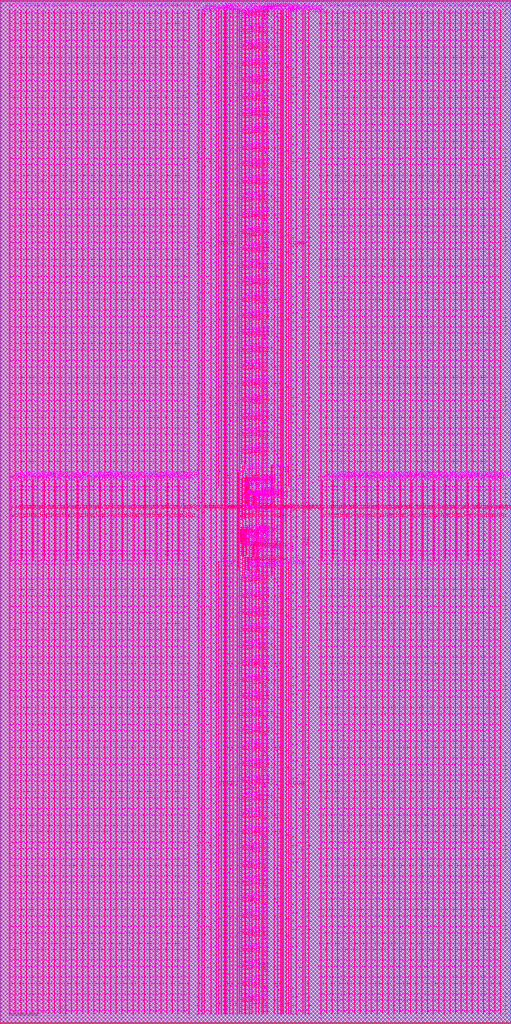
<source format=lef>
#############################################################################################
## Intel Confidential                                                                      ##
#############################################################################################
## Copyright 2023 Intel Corporation. The information contained herein is the proprietary   ##
## and confidential information of Intel or its licensors, and is supplied subject to, and ##
## may be used only in accordance with, previously executed agreements with Intel.         ##
## EXCEPT AS MAY OTHERWISE BE AGREED IN WRITING: (1) ALL MATERIALS FURNISHED BY INTEL      ##
## HEREUNDER ARE PROVIDED "AS IS" WITHOUT WARRANTY OF ANY KIND; (2) INTEL SPECIFICALLY     ##
## DISCLAIMS ANY WARRANTY OF NONINFRINGEMENT, FITNESS FOR A PARTICULAR PURPOSE OR          ##
## MERCHANTABILITY; AND (3) INTEL WILL NOT BE LIABLE FOR ANY COSTS OF PROCUREMENT OF       ##
## SUBSTITUTES, LOSS OF PROFITS, INTERRUPTION OF BUSINESS, OR FOR ANY OTHER SPECIAL,       ##
## CONSEQUENTIAL OR INCIDENTAL DAMAGES, HOWEVER CAUSED, WHETHER FOR BREACH OF WARRANTY,    ##
## CONTRACT, TORT, NEGLIGENCE, STRICT LIABILITY OR OTHERWISE.                              ##
#############################################################################################
#############################################################################################
##                                                                                         ##
##  Vendor:                Intel Corporation                                               ##
##  Product:               c764hduspsr                                                     ##
##  Version:               r1.0.0                                                          ##
##  Technology:            p1276.4                                                         ##
##  Celltype:              MemoryIP                                                        ##
##  IP Owner:              Intel CMO                                                       ##
##  Creation Time:         Tue Mar 28 2023 19:06:44                                        ##
##  Memory Name:           ip764hduspsr1024x52m4b2s0r2p0d0                                 ##
##  Memory Name Generated: ip764hduspsr1024x52m4b2s0r2p0d0                                 ##
##                                                                                         ##
#############################################################################################

VERSION 5.8 ;
BUSBITCHARS "[]" ;
DIVIDERCHAR "/" ;
UNITS
  DATABASE MICRONS 4000 ;
END UNITS
SITE ip764hduspsr1024x52m4b2s0r2p0d0
  SIZE 36.3 by 72.72 ;
  SYMMETRY X Y ;
  CLASS CORE ;
END ip764hduspsr1024x52m4b2s0r2p0d0


MACRO ip764hduspsr1024x52m4b2s0r2p0d0
     FIXEDMASK ;
     FOREIGN ip764hduspsr1024x52m4b2s0r2p0d0 0.00 0.00 ;
     ORIGIN 0.00 0.00 ;
     SIZE 36.3 by 72.72 ;
     SYMMETRY X Y ;
     CLASS BLOCK ;
     SITE ip764hduspsr1024x52m4b2s0r2p0d0 ;
     PIN q[0]
     DIRECTION output ;
          USE SIGNAL ;
          PORT
               LAYER m5 ;
               RECT 17.136 0.62 17.176 1.78 ;
               LAYER v4 ;
               RECT 17.136 1.329 17.176 1.365 ;
          END
     END q[0]
     PIN din[0]
     DIRECTION input ;
          USE SIGNAL ;
          PORT
               LAYER m5 ;
               RECT 17.412 0.62 17.452 1.78 ;
               LAYER v4 ;
               RECT 17.412 1.558 17.452 1.594 ;
          END
     END din[0]
     PIN q[1]
     DIRECTION output ;
          USE SIGNAL ;
          PORT
               LAYER m5 ;
               RECT 17.136 1.82 17.176 2.98 ;
               LAYER v4 ;
               RECT 17.136 2.529 17.176 2.565 ;
          END
     END q[1]
     PIN din[1]
     DIRECTION input ;
          USE SIGNAL ;
          PORT
               LAYER m5 ;
               RECT 17.412 1.82 17.452 2.98 ;
               LAYER v4 ;
               RECT 17.412 2.758 17.452 2.794 ;
          END
     END din[1]
     PIN q[2]
     DIRECTION output ;
          USE SIGNAL ;
          PORT
               LAYER m5 ;
               RECT 17.136 3.02 17.176 4.18 ;
               LAYER v4 ;
               RECT 17.136 3.729 17.176 3.765 ;
          END
     END q[2]
     PIN din[2]
     DIRECTION input ;
          USE SIGNAL ;
          PORT
               LAYER m5 ;
               RECT 17.412 3.02 17.452 4.18 ;
               LAYER v4 ;
               RECT 17.412 3.958 17.452 3.994 ;
          END
     END din[2]
     PIN q[3]
     DIRECTION output ;
          USE SIGNAL ;
          PORT
               LAYER m5 ;
               RECT 17.136 4.22 17.176 5.38 ;
               LAYER v4 ;
               RECT 17.136 4.929 17.176 4.965 ;
          END
     END q[3]
     PIN din[3]
     DIRECTION input ;
          USE SIGNAL ;
          PORT
               LAYER m5 ;
               RECT 17.412 4.22 17.452 5.38 ;
               LAYER v4 ;
               RECT 17.412 5.158 17.452 5.194 ;
          END
     END din[3]
     PIN q[4]
     DIRECTION output ;
          USE SIGNAL ;
          PORT
               LAYER m5 ;
               RECT 17.136 5.42 17.176 6.58 ;
               LAYER v4 ;
               RECT 17.136 6.129 17.176 6.165 ;
          END
     END q[4]
     PIN din[4]
     DIRECTION input ;
          USE SIGNAL ;
          PORT
               LAYER m5 ;
               RECT 17.412 5.42 17.452 6.58 ;
               LAYER v4 ;
               RECT 17.412 6.358 17.452 6.394 ;
          END
     END din[4]
     PIN q[5]
     DIRECTION output ;
          USE SIGNAL ;
          PORT
               LAYER m5 ;
               RECT 17.136 6.62 17.176 7.78 ;
               LAYER v4 ;
               RECT 17.136 7.329 17.176 7.365 ;
          END
     END q[5]
     PIN din[5]
     DIRECTION input ;
          USE SIGNAL ;
          PORT
               LAYER m5 ;
               RECT 17.412 6.62 17.452 7.78 ;
               LAYER v4 ;
               RECT 17.412 7.558 17.452 7.594 ;
          END
     END din[5]
     PIN q[6]
     DIRECTION output ;
          USE SIGNAL ;
          PORT
               LAYER m5 ;
               RECT 17.136 7.82 17.176 8.98 ;
               LAYER v4 ;
               RECT 17.136 8.529 17.176 8.565 ;
          END
     END q[6]
     PIN din[6]
     DIRECTION input ;
          USE SIGNAL ;
          PORT
               LAYER m5 ;
               RECT 17.412 7.82 17.452 8.98 ;
               LAYER v4 ;
               RECT 17.412 8.758 17.452 8.794 ;
          END
     END din[6]
     PIN q[7]
     DIRECTION output ;
          USE SIGNAL ;
          PORT
               LAYER m5 ;
               RECT 17.136 9.02 17.176 10.18 ;
               LAYER v4 ;
               RECT 17.136 9.729 17.176 9.765 ;
          END
     END q[7]
     PIN din[7]
     DIRECTION input ;
          USE SIGNAL ;
          PORT
               LAYER m5 ;
               RECT 17.412 9.02 17.452 10.18 ;
               LAYER v4 ;
               RECT 17.412 9.958 17.452 9.994 ;
          END
     END din[7]
     PIN q[8]
     DIRECTION output ;
          USE SIGNAL ;
          PORT
               LAYER m5 ;
               RECT 17.136 10.22 17.176 11.38 ;
               LAYER v4 ;
               RECT 17.136 10.929 17.176 10.965 ;
          END
     END q[8]
     PIN din[8]
     DIRECTION input ;
          USE SIGNAL ;
          PORT
               LAYER m5 ;
               RECT 17.412 10.22 17.452 11.38 ;
               LAYER v4 ;
               RECT 17.412 11.158 17.452 11.194 ;
          END
     END din[8]
     PIN q[9]
     DIRECTION output ;
          USE SIGNAL ;
          PORT
               LAYER m5 ;
               RECT 17.136 11.42 17.176 12.58 ;
               LAYER v4 ;
               RECT 17.136 12.129 17.176 12.165 ;
          END
     END q[9]
     PIN din[9]
     DIRECTION input ;
          USE SIGNAL ;
          PORT
               LAYER m5 ;
               RECT 17.412 11.42 17.452 12.58 ;
               LAYER v4 ;
               RECT 17.412 12.358 17.452 12.394 ;
          END
     END din[9]
     PIN q[10]
     DIRECTION output ;
          USE SIGNAL ;
          PORT
               LAYER m5 ;
               RECT 17.136 12.62 17.176 13.78 ;
               LAYER v4 ;
               RECT 17.136 13.329 17.176 13.365 ;
          END
     END q[10]
     PIN din[10]
     DIRECTION input ;
          USE SIGNAL ;
          PORT
               LAYER m5 ;
               RECT 17.412 12.62 17.452 13.78 ;
               LAYER v4 ;
               RECT 17.412 13.558 17.452 13.594 ;
          END
     END din[10]
     PIN q[11]
     DIRECTION output ;
          USE SIGNAL ;
          PORT
               LAYER m5 ;
               RECT 17.136 13.82 17.176 14.98 ;
               LAYER v4 ;
               RECT 17.136 14.529 17.176 14.565 ;
          END
     END q[11]
     PIN din[11]
     DIRECTION input ;
          USE SIGNAL ;
          PORT
               LAYER m5 ;
               RECT 17.412 13.82 17.452 14.98 ;
               LAYER v4 ;
               RECT 17.412 14.758 17.452 14.794 ;
          END
     END din[11]
     PIN q[12]
     DIRECTION output ;
          USE SIGNAL ;
          PORT
               LAYER m5 ;
               RECT 17.136 15.02 17.176 16.18 ;
               LAYER v4 ;
               RECT 17.136 15.729 17.176 15.765 ;
          END
     END q[12]
     PIN din[12]
     DIRECTION input ;
          USE SIGNAL ;
          PORT
               LAYER m5 ;
               RECT 17.412 15.02 17.452 16.18 ;
               LAYER v4 ;
               RECT 17.412 15.958 17.452 15.994 ;
          END
     END din[12]
     PIN q[13]
     DIRECTION output ;
          USE SIGNAL ;
          PORT
               LAYER m5 ;
               RECT 17.136 16.22 17.176 17.38 ;
               LAYER v4 ;
               RECT 17.136 16.929 17.176 16.965 ;
          END
     END q[13]
     PIN din[13]
     DIRECTION input ;
          USE SIGNAL ;
          PORT
               LAYER m5 ;
               RECT 17.412 16.22 17.452 17.38 ;
               LAYER v4 ;
               RECT 17.412 17.158 17.452 17.194 ;
          END
     END din[13]
     PIN q[14]
     DIRECTION output ;
          USE SIGNAL ;
          PORT
               LAYER m5 ;
               RECT 17.136 17.42 17.176 18.58 ;
               LAYER v4 ;
               RECT 17.136 18.129 17.176 18.165 ;
          END
     END q[14]
     PIN din[14]
     DIRECTION input ;
          USE SIGNAL ;
          PORT
               LAYER m5 ;
               RECT 17.412 17.42 17.452 18.58 ;
               LAYER v4 ;
               RECT 17.412 18.358 17.452 18.394 ;
          END
     END din[14]
     PIN q[15]
     DIRECTION output ;
          USE SIGNAL ;
          PORT
               LAYER m5 ;
               RECT 17.136 18.62 17.176 19.78 ;
               LAYER v4 ;
               RECT 17.136 19.329 17.176 19.365 ;
          END
     END q[15]
     PIN din[15]
     DIRECTION input ;
          USE SIGNAL ;
          PORT
               LAYER m5 ;
               RECT 17.412 18.62 17.452 19.78 ;
               LAYER v4 ;
               RECT 17.412 19.558 17.452 19.594 ;
          END
     END din[15]
     PIN q[16]
     DIRECTION output ;
          USE SIGNAL ;
          PORT
               LAYER m5 ;
               RECT 17.136 19.82 17.176 20.98 ;
               LAYER v4 ;
               RECT 17.136 20.529 17.176 20.565 ;
          END
     END q[16]
     PIN din[16]
     DIRECTION input ;
          USE SIGNAL ;
          PORT
               LAYER m5 ;
               RECT 17.412 19.82 17.452 20.98 ;
               LAYER v4 ;
               RECT 17.412 20.758 17.452 20.794 ;
          END
     END din[16]
     PIN q[17]
     DIRECTION output ;
          USE SIGNAL ;
          PORT
               LAYER m5 ;
               RECT 17.136 21.02 17.176 22.18 ;
               LAYER v4 ;
               RECT 17.136 21.729 17.176 21.765 ;
          END
     END q[17]
     PIN din[17]
     DIRECTION input ;
          USE SIGNAL ;
          PORT
               LAYER m5 ;
               RECT 17.412 21.02 17.452 22.18 ;
               LAYER v4 ;
               RECT 17.412 21.958 17.452 21.994 ;
          END
     END din[17]
     PIN q[18]
     DIRECTION output ;
          USE SIGNAL ;
          PORT
               LAYER m5 ;
               RECT 17.136 22.22 17.176 23.38 ;
               LAYER v4 ;
               RECT 17.136 22.929 17.176 22.965 ;
          END
     END q[18]
     PIN din[18]
     DIRECTION input ;
          USE SIGNAL ;
          PORT
               LAYER m5 ;
               RECT 17.412 22.22 17.452 23.38 ;
               LAYER v4 ;
               RECT 17.412 23.158 17.452 23.194 ;
          END
     END din[18]
     PIN q[19]
     DIRECTION output ;
          USE SIGNAL ;
          PORT
               LAYER m5 ;
               RECT 17.136 23.42 17.176 24.58 ;
               LAYER v4 ;
               RECT 17.136 24.129 17.176 24.165 ;
          END
     END q[19]
     PIN din[19]
     DIRECTION input ;
          USE SIGNAL ;
          PORT
               LAYER m5 ;
               RECT 17.412 23.42 17.452 24.58 ;
               LAYER v4 ;
               RECT 17.412 24.358 17.452 24.394 ;
          END
     END din[19]
     PIN q[20]
     DIRECTION output ;
          USE SIGNAL ;
          PORT
               LAYER m5 ;
               RECT 17.136 24.62 17.176 25.78 ;
               LAYER v4 ;
               RECT 17.136 25.329 17.176 25.365 ;
          END
     END q[20]
     PIN din[20]
     DIRECTION input ;
          USE SIGNAL ;
          PORT
               LAYER m5 ;
               RECT 17.412 24.62 17.452 25.78 ;
               LAYER v4 ;
               RECT 17.412 25.558 17.452 25.594 ;
          END
     END din[20]
     PIN q[21]
     DIRECTION output ;
          USE SIGNAL ;
          PORT
               LAYER m5 ;
               RECT 17.136 25.82 17.176 26.98 ;
               LAYER v4 ;
               RECT 17.136 26.529 17.176 26.565 ;
          END
     END q[21]
     PIN din[21]
     DIRECTION input ;
          USE SIGNAL ;
          PORT
               LAYER m5 ;
               RECT 17.412 25.82 17.452 26.98 ;
               LAYER v4 ;
               RECT 17.412 26.758 17.452 26.794 ;
          END
     END din[21]
     PIN q[22]
     DIRECTION output ;
          USE SIGNAL ;
          PORT
               LAYER m5 ;
               RECT 17.136 27.02 17.176 28.18 ;
               LAYER v4 ;
               RECT 17.136 27.729 17.176 27.765 ;
          END
     END q[22]
     PIN din[22]
     DIRECTION input ;
          USE SIGNAL ;
          PORT
               LAYER m5 ;
               RECT 17.412 27.02 17.452 28.18 ;
               LAYER v4 ;
               RECT 17.412 27.958 17.452 27.994 ;
          END
     END din[22]
     PIN q[23]
     DIRECTION output ;
          USE SIGNAL ;
          PORT
               LAYER m5 ;
               RECT 17.136 28.22 17.176 29.38 ;
               LAYER v4 ;
               RECT 17.136 28.929 17.176 28.965 ;
          END
     END q[23]
     PIN din[23]
     DIRECTION input ;
          USE SIGNAL ;
          PORT
               LAYER m5 ;
               RECT 17.412 28.22 17.452 29.38 ;
               LAYER v4 ;
               RECT 17.412 29.158 17.452 29.194 ;
          END
     END din[23]
     PIN q[24]
     DIRECTION output ;
          USE SIGNAL ;
          PORT
               LAYER m5 ;
               RECT 17.136 29.42 17.176 30.58 ;
               LAYER v4 ;
               RECT 17.136 30.129 17.176 30.165 ;
          END
     END q[24]
     PIN din[24]
     DIRECTION input ;
          USE SIGNAL ;
          PORT
               LAYER m5 ;
               RECT 17.412 29.42 17.452 30.58 ;
               LAYER v4 ;
               RECT 17.412 30.358 17.452 30.394 ;
          END
     END din[24]
     PIN q[25]
     DIRECTION output ;
          USE SIGNAL ;
          PORT
               LAYER m5 ;
               RECT 17.136 30.62 17.176 31.78 ;
               LAYER v4 ;
               RECT 17.136 31.329 17.176 31.365 ;
          END
     END q[25]
     PIN din[25]
     DIRECTION input ;
          USE SIGNAL ;
          PORT
               LAYER m5 ;
               RECT 17.412 30.62 17.452 31.78 ;
               LAYER v4 ;
               RECT 17.412 31.558 17.452 31.594 ;
          END
     END din[25]
     PIN arysleep
     DIRECTION input ;
          USE SIGNAL ;
          PORT
               LAYER m5 ;
               RECT 17.344 32.18 17.384 33.14 ;
               LAYER v4 ;
               RECT 17.344 32.2005 17.384 32.2365 ;
          END
     END arysleep
     PIN sbc[1]
     DIRECTION input ;
          USE SIGNAL ;
          PORT
               LAYER m5 ;
               RECT 17.548 32.18 17.588 33.14 ;
               LAYER v4 ;
               RECT 17.548 32.4405 17.588 32.4765 ;
          END
     END sbc[1]
     PIN async_reset
     DIRECTION input ;
          USE SIGNAL ;
          PORT
               LAYER m5 ;
               RECT 17.616 32.18 17.656 33.14 ;
               LAYER v4 ;
               RECT 17.616 32.3235 17.656 32.3595 ;
          END
     END async_reset
     PIN sbc[0]
     DIRECTION input ;
          USE SIGNAL ;
          PORT
               LAYER m5 ;
               RECT 18.284 32.18 18.328 33.14 ;
               LAYER v4 ;
               RECT 18.284 32.262 18.328 32.298 ;
          END
     END sbc[0]
     PIN wen
     DIRECTION input ;
          USE SIGNAL ;
          PORT
               LAYER m5 ;
               RECT 17.272 33.18 17.316 34.14 ;
               LAYER v4 ;
               RECT 17.272 33.7635 17.316 33.7995 ;
          END
     END wen
     PIN adr[6]
     DIRECTION input ;
          USE SIGNAL ;
          PORT
               LAYER m5 ;
               RECT 17.944 33.18 17.984 34.14 ;
               LAYER v4 ;
               RECT 17.944 33.222 17.984 33.258 ;
          END
     END adr[6]
     PIN redrowen[1]
     DIRECTION input ;
          USE SIGNAL ;
          PORT
               LAYER m5 ;
               RECT 18.012 33.18 18.052 34.14 ;
               LAYER v4 ;
               RECT 18.012 33.462 18.052 33.498 ;
          END
     END redrowen[1]
     PIN adr[4]
     DIRECTION input ;
          USE SIGNAL ;
          PORT
               LAYER m5 ;
               RECT 18.284 33.18 18.328 34.14 ;
               LAYER v4 ;
               RECT 18.284 33.942 18.328 33.978 ;
          END
     END adr[4]
     PIN adr[5]
     DIRECTION input ;
          USE SIGNAL ;
          PORT
               LAYER m5 ;
               RECT 17.136 33.3 17.176 34.26 ;
               LAYER v4 ;
               RECT 17.136 33.942 17.176 33.978 ;
          END
     END adr[5]
     PIN adr[2]
     DIRECTION input ;
          USE SIGNAL ;
          PORT
               LAYER m5 ;
               RECT 17.48 33.3 17.52 34.26 ;
               LAYER v4 ;
               RECT 17.48 34.0035 17.52 34.0395 ;
          END
     END adr[2]
     PIN ren
     DIRECTION input ;
          USE SIGNAL ;
          PORT
               LAYER m5 ;
               RECT 17.064 34.18 17.108 35.14 ;
               LAYER v4 ;
               RECT 17.064 34.422 17.108 34.458 ;
          END
     END ren
     PIN adr[8]
     DIRECTION input ;
          USE SIGNAL ;
          PORT
               LAYER m5 ;
               RECT 17.272 34.18 17.316 35.14 ;
               LAYER v4 ;
               RECT 17.272 34.2435 17.316 34.2795 ;
          END
     END adr[8]
     PIN adr[0]
     DIRECTION input ;
          USE SIGNAL ;
          PORT
               LAYER m5 ;
               RECT 17.344 34.18 17.384 35.14 ;
               LAYER v4 ;
               RECT 17.344 34.902 17.384 34.938 ;
          END
     END adr[0]
     PIN adr[9]
     DIRECTION input ;
          USE SIGNAL ;
          PORT
               LAYER m5 ;
               RECT 17.616 34.18 17.656 35.14 ;
               LAYER v4 ;
               RECT 17.616 34.3605 17.656 34.3965 ;
          END
     END adr[9]
     PIN stbyp
     DIRECTION input ;
          USE SIGNAL ;
          PORT
               LAYER m5 ;
               RECT 18.012 34.18 18.052 35.14 ;
               LAYER v4 ;
               RECT 18.012 34.662 18.052 34.698 ;
          END
     END stbyp
     PIN adr[7]
     DIRECTION input ;
          USE SIGNAL ;
          PORT
               LAYER m5 ;
               RECT 18.284 34.18 18.328 35.14 ;
               LAYER v4 ;
               RECT 18.284 34.902 18.328 34.938 ;
          END
     END adr[7]
     PIN adr[3]
     DIRECTION input ;
          USE SIGNAL ;
          PORT
               LAYER m5 ;
               RECT 17.136 34.3 17.176 35.26 ;
               LAYER v4 ;
               RECT 17.136 34.902 17.176 34.938 ;
          END
     END adr[3]
     PIN adr[1]
     DIRECTION input ;
          USE SIGNAL ;
          PORT
               LAYER m5 ;
               RECT 17.48 34.3 17.52 35.26 ;
               LAYER v4 ;
               RECT 17.48 34.6005 17.52 34.6365 ;
          END
     END adr[1]
     PIN wa[1]
     DIRECTION input ;
          USE SIGNAL ;
          PORT
               LAYER m5 ;
               RECT 17.344 35.85 17.384 36.81 ;
               LAYER v4 ;
               RECT 17.344 36.342 17.384 36.378 ;
          END
     END wa[1]
     PIN redrowen[0]
     DIRECTION input ;
          USE SIGNAL ;
          PORT
               LAYER m5 ;
               RECT 17.616 35.85 17.656 36.81 ;
               LAYER v4 ;
               RECT 17.616 36.102 17.656 36.138 ;
          END
     END redrowen[0]
     PIN wpulse[1]
     DIRECTION input ;
          USE SIGNAL ;
          PORT
               LAYER m5 ;
               RECT 17.136 36.85 17.176 37.81 ;
               LAYER v4 ;
               RECT 17.136 37.2405 17.176 37.2765 ;
          END
     END wpulse[1]
     PIN wmce[1]
     DIRECTION input ;
          USE SIGNAL ;
          PORT
               LAYER m5 ;
               RECT 17.344 36.85 17.384 37.81 ;
               LAYER v4 ;
               RECT 17.344 36.8835 17.384 36.9195 ;
          END
     END wmce[1]
     PIN wpulse[0]
     DIRECTION input ;
          USE SIGNAL ;
          PORT
               LAYER m5 ;
               RECT 17.548 36.85 17.588 37.81 ;
               LAYER v4 ;
               RECT 17.548 37.4805 17.588 37.5165 ;
          END
     END wpulse[0]
     PIN wa[0]
     DIRECTION input ;
          USE SIGNAL ;
          PORT
               LAYER m5 ;
               RECT 17.616 36.85 17.656 37.81 ;
               LAYER v4 ;
               RECT 17.616 37.302 17.656 37.338 ;
          END
     END wa[0]
     PIN wpulse[2]
     DIRECTION input ;
          USE SIGNAL ;
          PORT
               LAYER m5 ;
               RECT 17.944 36.85 17.984 37.81 ;
               LAYER v4 ;
               RECT 17.944 37.2405 17.984 37.2765 ;
          END
     END wpulse[2]
     PIN ra[1]
     DIRECTION input ;
          USE SIGNAL ;
          PORT
               LAYER m5 ;
               RECT 18.012 36.85 18.052 37.81 ;
               LAYER v4 ;
               RECT 18.012 37.542 18.052 37.578 ;
          END
     END ra[1]
     PIN wa[2]
     DIRECTION input ;
          USE SIGNAL ;
          PORT
               LAYER m5 ;
               RECT 18.08 36.85 18.12 37.81 ;
               LAYER v4 ;
               RECT 18.08 36.8835 18.12 36.9195 ;
          END
     END wa[2]
     PIN ra[0]
     DIRECTION input ;
          USE SIGNAL ;
          PORT
               LAYER m5 ;
               RECT 18.424 36.85 18.464 37.81 ;
               LAYER v4 ;
               RECT 18.424 37.7205 18.464 37.7565 ;
          END
     END ra[0]
     PIN wmce[0]
     DIRECTION input ;
          USE SIGNAL ;
          PORT
               LAYER m5 ;
               RECT 17.48 36.97 17.52 37.93 ;
               LAYER v4 ;
               RECT 17.48 37.3635 17.52 37.3995 ;
          END
     END wmce[0]
     PIN mce
     DIRECTION input ;
          USE SIGNAL ;
          PORT
               LAYER m5 ;
               RECT 17.136 37.85 17.176 38.81 ;
               LAYER v4 ;
               RECT 17.136 38.022 17.176 38.058 ;
          END
     END mce
     PIN rmce[2]
     DIRECTION input ;
          USE SIGNAL ;
          PORT
               LAYER m5 ;
               RECT 17.344 37.85 17.384 38.81 ;
               LAYER v4 ;
               RECT 17.344 37.9605 17.384 37.9965 ;
          END
     END rmce[2]
     PIN rmce[1]
     DIRECTION input ;
          USE SIGNAL ;
          PORT
               LAYER m5 ;
               RECT 17.548 37.85 17.588 38.81 ;
               LAYER v4 ;
               RECT 17.548 38.2005 17.588 38.2365 ;
          END
     END rmce[1]
     PIN rmce[0]
     DIRECTION input ;
          USE SIGNAL ;
          PORT
               LAYER m5 ;
               RECT 17.616 37.85 17.656 38.81 ;
               LAYER v4 ;
               RECT 17.616 38.502 17.656 38.538 ;
          END
     END rmce[0]
     PIN rmce[3]
     DIRECTION input ;
          USE SIGNAL ;
          PORT
               LAYER m5 ;
               RECT 17.48 37.97 17.52 38.93 ;
               LAYER v4 ;
               RECT 17.48 38.3235 17.52 38.3595 ;
          END
     END rmce[3]
     PIN q[26]
     DIRECTION output ;
          USE SIGNAL ;
          PORT
               LAYER m5 ;
               RECT 17.136 39.74 17.176 40.9 ;
               LAYER v4 ;
               RECT 17.136 40.449 17.176 40.485 ;
          END
     END q[26]
     PIN din[26]
     DIRECTION input ;
          USE SIGNAL ;
          PORT
               LAYER m5 ;
               RECT 17.412 39.74 17.452 40.9 ;
               LAYER v4 ;
               RECT 17.412 40.678 17.452 40.714 ;
          END
     END din[26]
     PIN q[27]
     DIRECTION output ;
          USE SIGNAL ;
          PORT
               LAYER m5 ;
               RECT 17.136 40.94 17.176 42.1 ;
               LAYER v4 ;
               RECT 17.136 41.649 17.176 41.685 ;
          END
     END q[27]
     PIN din[27]
     DIRECTION input ;
          USE SIGNAL ;
          PORT
               LAYER m5 ;
               RECT 17.412 40.94 17.452 42.1 ;
               LAYER v4 ;
               RECT 17.412 41.878 17.452 41.914 ;
          END
     END din[27]
     PIN q[28]
     DIRECTION output ;
          USE SIGNAL ;
          PORT
               LAYER m5 ;
               RECT 17.136 42.14 17.176 43.3 ;
               LAYER v4 ;
               RECT 17.136 42.849 17.176 42.885 ;
          END
     END q[28]
     PIN din[28]
     DIRECTION input ;
          USE SIGNAL ;
          PORT
               LAYER m5 ;
               RECT 17.412 42.14 17.452 43.3 ;
               LAYER v4 ;
               RECT 17.412 43.078 17.452 43.114 ;
          END
     END din[28]
     PIN q[29]
     DIRECTION output ;
          USE SIGNAL ;
          PORT
               LAYER m5 ;
               RECT 17.136 43.34 17.176 44.5 ;
               LAYER v4 ;
               RECT 17.136 44.049 17.176 44.085 ;
          END
     END q[29]
     PIN din[29]
     DIRECTION input ;
          USE SIGNAL ;
          PORT
               LAYER m5 ;
               RECT 17.412 43.34 17.452 44.5 ;
               LAYER v4 ;
               RECT 17.412 44.278 17.452 44.314 ;
          END
     END din[29]
     PIN q[30]
     DIRECTION output ;
          USE SIGNAL ;
          PORT
               LAYER m5 ;
               RECT 17.136 44.54 17.176 45.7 ;
               LAYER v4 ;
               RECT 17.136 45.249 17.176 45.285 ;
          END
     END q[30]
     PIN din[30]
     DIRECTION input ;
          USE SIGNAL ;
          PORT
               LAYER m5 ;
               RECT 17.412 44.54 17.452 45.7 ;
               LAYER v4 ;
               RECT 17.412 45.478 17.452 45.514 ;
          END
     END din[30]
     PIN q[31]
     DIRECTION output ;
          USE SIGNAL ;
          PORT
               LAYER m5 ;
               RECT 17.136 45.74 17.176 46.9 ;
               LAYER v4 ;
               RECT 17.136 46.449 17.176 46.485 ;
          END
     END q[31]
     PIN din[31]
     DIRECTION input ;
          USE SIGNAL ;
          PORT
               LAYER m5 ;
               RECT 17.412 45.74 17.452 46.9 ;
               LAYER v4 ;
               RECT 17.412 46.678 17.452 46.714 ;
          END
     END din[31]
     PIN q[32]
     DIRECTION output ;
          USE SIGNAL ;
          PORT
               LAYER m5 ;
               RECT 17.136 46.94 17.176 48.1 ;
               LAYER v4 ;
               RECT 17.136 47.649 17.176 47.685 ;
          END
     END q[32]
     PIN din[32]
     DIRECTION input ;
          USE SIGNAL ;
          PORT
               LAYER m5 ;
               RECT 17.412 46.94 17.452 48.1 ;
               LAYER v4 ;
               RECT 17.412 47.878 17.452 47.914 ;
          END
     END din[32]
     PIN q[33]
     DIRECTION output ;
          USE SIGNAL ;
          PORT
               LAYER m5 ;
               RECT 17.136 48.14 17.176 49.3 ;
               LAYER v4 ;
               RECT 17.136 48.849 17.176 48.885 ;
          END
     END q[33]
     PIN din[33]
     DIRECTION input ;
          USE SIGNAL ;
          PORT
               LAYER m5 ;
               RECT 17.412 48.14 17.452 49.3 ;
               LAYER v4 ;
               RECT 17.412 49.078 17.452 49.114 ;
          END
     END din[33]
     PIN q[34]
     DIRECTION output ;
          USE SIGNAL ;
          PORT
               LAYER m5 ;
               RECT 17.136 49.34 17.176 50.5 ;
               LAYER v4 ;
               RECT 17.136 50.049 17.176 50.085 ;
          END
     END q[34]
     PIN din[34]
     DIRECTION input ;
          USE SIGNAL ;
          PORT
               LAYER m5 ;
               RECT 17.412 49.34 17.452 50.5 ;
               LAYER v4 ;
               RECT 17.412 50.278 17.452 50.314 ;
          END
     END din[34]
     PIN q[35]
     DIRECTION output ;
          USE SIGNAL ;
          PORT
               LAYER m5 ;
               RECT 17.136 50.54 17.176 51.7 ;
               LAYER v4 ;
               RECT 17.136 51.249 17.176 51.285 ;
          END
     END q[35]
     PIN din[35]
     DIRECTION input ;
          USE SIGNAL ;
          PORT
               LAYER m5 ;
               RECT 17.412 50.54 17.452 51.7 ;
               LAYER v4 ;
               RECT 17.412 51.478 17.452 51.514 ;
          END
     END din[35]
     PIN q[36]
     DIRECTION output ;
          USE SIGNAL ;
          PORT
               LAYER m5 ;
               RECT 17.136 51.74 17.176 52.9 ;
               LAYER v4 ;
               RECT 17.136 52.449 17.176 52.485 ;
          END
     END q[36]
     PIN din[36]
     DIRECTION input ;
          USE SIGNAL ;
          PORT
               LAYER m5 ;
               RECT 17.412 51.74 17.452 52.9 ;
               LAYER v4 ;
               RECT 17.412 52.678 17.452 52.714 ;
          END
     END din[36]
     PIN q[37]
     DIRECTION output ;
          USE SIGNAL ;
          PORT
               LAYER m5 ;
               RECT 17.136 52.94 17.176 54.1 ;
               LAYER v4 ;
               RECT 17.136 53.649 17.176 53.685 ;
          END
     END q[37]
     PIN din[37]
     DIRECTION input ;
          USE SIGNAL ;
          PORT
               LAYER m5 ;
               RECT 17.412 52.94 17.452 54.1 ;
               LAYER v4 ;
               RECT 17.412 53.878 17.452 53.914 ;
          END
     END din[37]
     PIN q[38]
     DIRECTION output ;
          USE SIGNAL ;
          PORT
               LAYER m5 ;
               RECT 17.136 54.14 17.176 55.3 ;
               LAYER v4 ;
               RECT 17.136 54.849 17.176 54.885 ;
          END
     END q[38]
     PIN din[38]
     DIRECTION input ;
          USE SIGNAL ;
          PORT
               LAYER m5 ;
               RECT 17.412 54.14 17.452 55.3 ;
               LAYER v4 ;
               RECT 17.412 55.078 17.452 55.114 ;
          END
     END din[38]
     PIN q[39]
     DIRECTION output ;
          USE SIGNAL ;
          PORT
               LAYER m5 ;
               RECT 17.136 55.34 17.176 56.5 ;
               LAYER v4 ;
               RECT 17.136 56.049 17.176 56.085 ;
          END
     END q[39]
     PIN din[39]
     DIRECTION input ;
          USE SIGNAL ;
          PORT
               LAYER m5 ;
               RECT 17.412 55.34 17.452 56.5 ;
               LAYER v4 ;
               RECT 17.412 56.278 17.452 56.314 ;
          END
     END din[39]
     PIN q[40]
     DIRECTION output ;
          USE SIGNAL ;
          PORT
               LAYER m5 ;
               RECT 17.136 56.54 17.176 57.7 ;
               LAYER v4 ;
               RECT 17.136 57.249 17.176 57.285 ;
          END
     END q[40]
     PIN din[40]
     DIRECTION input ;
          USE SIGNAL ;
          PORT
               LAYER m5 ;
               RECT 17.412 56.54 17.452 57.7 ;
               LAYER v4 ;
               RECT 17.412 57.478 17.452 57.514 ;
          END
     END din[40]
     PIN q[41]
     DIRECTION output ;
          USE SIGNAL ;
          PORT
               LAYER m5 ;
               RECT 17.136 57.74 17.176 58.9 ;
               LAYER v4 ;
               RECT 17.136 58.449 17.176 58.485 ;
          END
     END q[41]
     PIN din[41]
     DIRECTION input ;
          USE SIGNAL ;
          PORT
               LAYER m5 ;
               RECT 17.412 57.74 17.452 58.9 ;
               LAYER v4 ;
               RECT 17.412 58.678 17.452 58.714 ;
          END
     END din[41]
     PIN q[42]
     DIRECTION output ;
          USE SIGNAL ;
          PORT
               LAYER m5 ;
               RECT 17.136 58.94 17.176 60.1 ;
               LAYER v4 ;
               RECT 17.136 59.649 17.176 59.685 ;
          END
     END q[42]
     PIN din[42]
     DIRECTION input ;
          USE SIGNAL ;
          PORT
               LAYER m5 ;
               RECT 17.412 58.94 17.452 60.1 ;
               LAYER v4 ;
               RECT 17.412 59.878 17.452 59.914 ;
          END
     END din[42]
     PIN q[43]
     DIRECTION output ;
          USE SIGNAL ;
          PORT
               LAYER m5 ;
               RECT 17.136 60.14 17.176 61.3 ;
               LAYER v4 ;
               RECT 17.136 60.849 17.176 60.885 ;
          END
     END q[43]
     PIN din[43]
     DIRECTION input ;
          USE SIGNAL ;
          PORT
               LAYER m5 ;
               RECT 17.412 60.14 17.452 61.3 ;
               LAYER v4 ;
               RECT 17.412 61.078 17.452 61.114 ;
          END
     END din[43]
     PIN q[44]
     DIRECTION output ;
          USE SIGNAL ;
          PORT
               LAYER m5 ;
               RECT 17.136 61.34 17.176 62.5 ;
               LAYER v4 ;
               RECT 17.136 62.049 17.176 62.085 ;
          END
     END q[44]
     PIN din[44]
     DIRECTION input ;
          USE SIGNAL ;
          PORT
               LAYER m5 ;
               RECT 17.412 61.34 17.452 62.5 ;
               LAYER v4 ;
               RECT 17.412 62.278 17.452 62.314 ;
          END
     END din[44]
     PIN q[45]
     DIRECTION output ;
          USE SIGNAL ;
          PORT
               LAYER m5 ;
               RECT 17.136 62.54 17.176 63.7 ;
               LAYER v4 ;
               RECT 17.136 63.249 17.176 63.285 ;
          END
     END q[45]
     PIN din[45]
     DIRECTION input ;
          USE SIGNAL ;
          PORT
               LAYER m5 ;
               RECT 17.412 62.54 17.452 63.7 ;
               LAYER v4 ;
               RECT 17.412 63.478 17.452 63.514 ;
          END
     END din[45]
     PIN q[46]
     DIRECTION output ;
          USE SIGNAL ;
          PORT
               LAYER m5 ;
               RECT 17.136 63.74 17.176 64.9 ;
               LAYER v4 ;
               RECT 17.136 64.449 17.176 64.485 ;
          END
     END q[46]
     PIN din[46]
     DIRECTION input ;
          USE SIGNAL ;
          PORT
               LAYER m5 ;
               RECT 17.412 63.74 17.452 64.9 ;
               LAYER v4 ;
               RECT 17.412 64.678 17.452 64.714 ;
          END
     END din[46]
     PIN q[47]
     DIRECTION output ;
          USE SIGNAL ;
          PORT
               LAYER m5 ;
               RECT 17.136 64.94 17.176 66.1 ;
               LAYER v4 ;
               RECT 17.136 65.649 17.176 65.685 ;
          END
     END q[47]
     PIN din[47]
     DIRECTION input ;
          USE SIGNAL ;
          PORT
               LAYER m5 ;
               RECT 17.412 64.94 17.452 66.1 ;
               LAYER v4 ;
               RECT 17.412 65.878 17.452 65.914 ;
          END
     END din[47]
     PIN q[48]
     DIRECTION output ;
          USE SIGNAL ;
          PORT
               LAYER m5 ;
               RECT 17.136 66.14 17.176 67.3 ;
               LAYER v4 ;
               RECT 17.136 66.849 17.176 66.885 ;
          END
     END q[48]
     PIN din[48]
     DIRECTION input ;
          USE SIGNAL ;
          PORT
               LAYER m5 ;
               RECT 17.412 66.14 17.452 67.3 ;
               LAYER v4 ;
               RECT 17.412 67.078 17.452 67.114 ;
          END
     END din[48]
     PIN q[49]
     DIRECTION output ;
          USE SIGNAL ;
          PORT
               LAYER m5 ;
               RECT 17.136 67.34 17.176 68.5 ;
               LAYER v4 ;
               RECT 17.136 68.049 17.176 68.085 ;
          END
     END q[49]
     PIN din[49]
     DIRECTION input ;
          USE SIGNAL ;
          PORT
               LAYER m5 ;
               RECT 17.412 67.34 17.452 68.5 ;
               LAYER v4 ;
               RECT 17.412 68.278 17.452 68.314 ;
          END
     END din[49]
     PIN q[50]
     DIRECTION output ;
          USE SIGNAL ;
          PORT
               LAYER m5 ;
               RECT 17.136 68.54 17.176 69.7 ;
               LAYER v4 ;
               RECT 17.136 69.249 17.176 69.285 ;
          END
     END q[50]
     PIN din[50]
     DIRECTION input ;
          USE SIGNAL ;
          PORT
               LAYER m5 ;
               RECT 17.412 68.54 17.452 69.7 ;
               LAYER v4 ;
               RECT 17.412 69.478 17.452 69.514 ;
          END
     END din[50]
     PIN q[51]
     DIRECTION output ;
          USE SIGNAL ;
          PORT
               LAYER m5 ;
               RECT 17.136 69.74 17.176 70.9 ;
               LAYER v4 ;
               RECT 17.136 70.449 17.176 70.485 ;
          END
     END q[51]
     PIN din[51]
     DIRECTION input ;
          USE SIGNAL ;
          PORT
               LAYER m5 ;
               RECT 17.412 69.74 17.452 70.9 ;
               LAYER v4 ;
               RECT 17.412 70.678 17.452 70.714 ;
          END
     END din[51]
     PIN q[52]
     DIRECTION output ;
          USE SIGNAL ;
          PORT
               LAYER m5 ;
               RECT 17.136 70.94 17.176 72.1 ;
               LAYER v4 ;
               RECT 17.136 71.649 17.176 71.685 ;
          END
     END q[52]
     PIN din[52]
     DIRECTION input ;
          USE SIGNAL ;
          PORT
               LAYER m5 ;
               RECT 17.412 70.94 17.452 72.1 ;
               LAYER v4 ;
               RECT 17.412 71.878 17.452 71.914 ;
          END
     END din[52]
     PIN clk
     DIRECTION input ;
          USE CLOCK ;
          PORT
               LAYER m5 ;
               RECT 17.136 35.85 17.176 36.81 ;
               LAYER v4 ;
               RECT 17.136 36.342 17.176 36.378 ;
          END
     END clk
     PIN vddp
     SHAPE ABUTMENT ;
     DIRECTION input ;
          USE POWER ;
          PORT
               LAYER m5 ;
               RECT 0.654 32.9505 0.706 38.5695 ;
               LAYER v4 ;
               RECT 0.654 32.982 0.706 33.018 ;
               RECT 0.654 33.462 0.706 33.498 ;
               RECT 0.654 33.702 0.706 33.738 ;
               RECT 0.654 34.182 0.706 34.218 ;
               RECT 0.654 34.302 0.706 34.338 ;
               RECT 0.654 34.782 0.706 34.818 ;
               RECT 0.654 35.262 0.706 35.298 ;
               RECT 0.654 35.382 0.706 35.418 ;
               RECT 0.654 35.742 0.706 35.778 ;
               RECT 0.654 35.862 0.706 35.898 ;
               RECT 0.654 36.102 0.706 36.138 ;
               RECT 0.654 36.222 0.706 36.258 ;
               RECT 0.654 36.702 0.706 36.738 ;
               RECT 0.654 37.182 0.706 37.218 ;
               RECT 0.654 37.302 0.706 37.338 ;
               RECT 0.654 37.782 0.706 37.818 ;
               RECT 0.654 38.022 0.706 38.058 ;
               RECT 0.654 38.502 0.706 38.538 ;
          END
          PORT
               LAYER m5 ;
               RECT 0.974 0.6 1.026 72.12 ;
               LAYER v4 ;
               RECT 0.974 32.742 1.026 32.778 ;
               RECT 0.974 32.982 1.026 33.018 ;
               RECT 0.974 33.462 1.026 33.498 ;
               RECT 0.974 33.702 1.026 33.738 ;
               RECT 0.974 34.182 1.026 34.218 ;
               RECT 0.974 34.302 1.026 34.338 ;
               RECT 0.974 34.782 1.026 34.818 ;
               RECT 0.974 35.262 1.026 35.298 ;
               RECT 0.974 35.382 1.026 35.418 ;
               RECT 0.974 35.742 1.026 35.778 ;
               RECT 0.974 35.862 1.026 35.898 ;
               RECT 0.974 36.102 1.026 36.138 ;
               RECT 0.974 36.702 1.026 36.738 ;
               RECT 0.974 37.182 1.026 37.218 ;
               RECT 0.974 37.302 1.026 37.338 ;
               RECT 0.974 37.782 1.026 37.818 ;
               RECT 0.974 38.022 1.026 38.058 ;
               RECT 0.974 38.502 1.026 38.538 ;
               RECT 0.974 38.742 1.026 38.778 ;
          END
          PORT
               LAYER m5 ;
               RECT 1.454 32.9505 1.506 38.5695 ;
               LAYER v4 ;
               RECT 1.454 32.982 1.506 33.018 ;
               RECT 1.454 33.462 1.506 33.498 ;
               RECT 1.454 33.702 1.506 33.738 ;
               RECT 1.454 34.182 1.506 34.218 ;
               RECT 1.454 34.302 1.506 34.338 ;
               RECT 1.454 34.782 1.506 34.818 ;
               RECT 1.454 35.262 1.506 35.298 ;
               RECT 1.454 35.382 1.506 35.418 ;
               RECT 1.454 35.742 1.506 35.778 ;
               RECT 1.454 35.862 1.506 35.898 ;
               RECT 1.454 36.102 1.506 36.138 ;
               RECT 1.454 36.222 1.506 36.258 ;
               RECT 1.454 36.702 1.506 36.738 ;
               RECT 1.454 37.182 1.506 37.218 ;
               RECT 1.454 37.302 1.506 37.338 ;
               RECT 1.454 37.782 1.506 37.818 ;
               RECT 1.454 38.022 1.506 38.058 ;
               RECT 1.454 38.502 1.506 38.538 ;
          END
          PORT
               LAYER m5 ;
               RECT 1.774 0.6 1.826 72.12 ;
               LAYER v4 ;
               RECT 1.774 32.742 1.826 32.778 ;
               RECT 1.774 32.982 1.826 33.018 ;
               RECT 1.774 33.462 1.826 33.498 ;
               RECT 1.774 33.702 1.826 33.738 ;
               RECT 1.774 34.182 1.826 34.218 ;
               RECT 1.774 34.302 1.826 34.338 ;
               RECT 1.774 34.782 1.826 34.818 ;
               RECT 1.774 35.262 1.826 35.298 ;
               RECT 1.774 35.382 1.826 35.418 ;
               RECT 1.774 35.742 1.826 35.778 ;
               RECT 1.774 35.862 1.826 35.898 ;
               RECT 1.774 36.102 1.826 36.138 ;
               RECT 1.774 36.702 1.826 36.738 ;
               RECT 1.774 37.182 1.826 37.218 ;
               RECT 1.774 37.302 1.826 37.338 ;
               RECT 1.774 37.782 1.826 37.818 ;
               RECT 1.774 38.022 1.826 38.058 ;
               RECT 1.774 38.502 1.826 38.538 ;
               RECT 1.774 38.742 1.826 38.778 ;
          END
          PORT
               LAYER m5 ;
               RECT 10.254 32.9505 10.306 38.5695 ;
               LAYER v4 ;
               RECT 10.254 32.982 10.306 33.018 ;
               RECT 10.254 33.462 10.306 33.498 ;
               RECT 10.254 33.702 10.306 33.738 ;
               RECT 10.254 34.182 10.306 34.218 ;
               RECT 10.254 34.302 10.306 34.338 ;
               RECT 10.254 34.782 10.306 34.818 ;
               RECT 10.254 35.262 10.306 35.298 ;
               RECT 10.254 35.382 10.306 35.418 ;
               RECT 10.254 35.742 10.306 35.778 ;
               RECT 10.254 35.862 10.306 35.898 ;
               RECT 10.254 36.102 10.306 36.138 ;
               RECT 10.254 36.222 10.306 36.258 ;
               RECT 10.254 36.702 10.306 36.738 ;
               RECT 10.254 37.182 10.306 37.218 ;
               RECT 10.254 37.302 10.306 37.338 ;
               RECT 10.254 37.782 10.306 37.818 ;
               RECT 10.254 38.022 10.306 38.058 ;
               RECT 10.254 38.502 10.306 38.538 ;
          END
          PORT
               LAYER m5 ;
               RECT 10.574 0.6 10.626 72.12 ;
               LAYER v4 ;
               RECT 10.574 32.742 10.626 32.778 ;
               RECT 10.574 32.982 10.626 33.018 ;
               RECT 10.574 33.462 10.626 33.498 ;
               RECT 10.574 33.702 10.626 33.738 ;
               RECT 10.574 34.182 10.626 34.218 ;
               RECT 10.574 34.302 10.626 34.338 ;
               RECT 10.574 34.782 10.626 34.818 ;
               RECT 10.574 35.262 10.626 35.298 ;
               RECT 10.574 35.382 10.626 35.418 ;
               RECT 10.574 35.742 10.626 35.778 ;
               RECT 10.574 35.862 10.626 35.898 ;
               RECT 10.574 36.102 10.626 36.138 ;
               RECT 10.574 36.702 10.626 36.738 ;
               RECT 10.574 37.182 10.626 37.218 ;
               RECT 10.574 37.302 10.626 37.338 ;
               RECT 10.574 37.782 10.626 37.818 ;
               RECT 10.574 38.022 10.626 38.058 ;
               RECT 10.574 38.502 10.626 38.538 ;
               RECT 10.574 38.742 10.626 38.778 ;
          END
          PORT
               LAYER m5 ;
               RECT 11.054 32.9505 11.106 38.5695 ;
               LAYER v4 ;
               RECT 11.054 32.982 11.106 33.018 ;
               RECT 11.054 33.462 11.106 33.498 ;
               RECT 11.054 33.702 11.106 33.738 ;
               RECT 11.054 34.182 11.106 34.218 ;
               RECT 11.054 34.302 11.106 34.338 ;
               RECT 11.054 34.782 11.106 34.818 ;
               RECT 11.054 35.262 11.106 35.298 ;
               RECT 11.054 35.382 11.106 35.418 ;
               RECT 11.054 35.742 11.106 35.778 ;
               RECT 11.054 35.862 11.106 35.898 ;
               RECT 11.054 36.102 11.106 36.138 ;
               RECT 11.054 36.222 11.106 36.258 ;
               RECT 11.054 36.702 11.106 36.738 ;
               RECT 11.054 37.182 11.106 37.218 ;
               RECT 11.054 37.302 11.106 37.338 ;
               RECT 11.054 37.782 11.106 37.818 ;
               RECT 11.054 38.022 11.106 38.058 ;
               RECT 11.054 38.502 11.106 38.538 ;
          END
          PORT
               LAYER m5 ;
               RECT 11.374 0.6 11.426 72.12 ;
               LAYER v4 ;
               RECT 11.374 32.742 11.426 32.778 ;
               RECT 11.374 32.982 11.426 33.018 ;
               RECT 11.374 33.462 11.426 33.498 ;
               RECT 11.374 33.702 11.426 33.738 ;
               RECT 11.374 34.182 11.426 34.218 ;
               RECT 11.374 34.302 11.426 34.338 ;
               RECT 11.374 34.782 11.426 34.818 ;
               RECT 11.374 35.262 11.426 35.298 ;
               RECT 11.374 35.382 11.426 35.418 ;
               RECT 11.374 35.742 11.426 35.778 ;
               RECT 11.374 35.862 11.426 35.898 ;
               RECT 11.374 36.102 11.426 36.138 ;
               RECT 11.374 36.702 11.426 36.738 ;
               RECT 11.374 37.182 11.426 37.218 ;
               RECT 11.374 37.302 11.426 37.338 ;
               RECT 11.374 37.782 11.426 37.818 ;
               RECT 11.374 38.022 11.426 38.058 ;
               RECT 11.374 38.502 11.426 38.538 ;
               RECT 11.374 38.742 11.426 38.778 ;
          END
          PORT
               LAYER m5 ;
               RECT 11.854 32.9505 11.906 38.5695 ;
               LAYER v4 ;
               RECT 11.854 32.982 11.906 33.018 ;
               RECT 11.854 33.462 11.906 33.498 ;
               RECT 11.854 33.702 11.906 33.738 ;
               RECT 11.854 34.182 11.906 34.218 ;
               RECT 11.854 34.302 11.906 34.338 ;
               RECT 11.854 34.782 11.906 34.818 ;
               RECT 11.854 35.262 11.906 35.298 ;
               RECT 11.854 35.382 11.906 35.418 ;
               RECT 11.854 35.742 11.906 35.778 ;
               RECT 11.854 35.862 11.906 35.898 ;
               RECT 11.854 36.102 11.906 36.138 ;
               RECT 11.854 36.222 11.906 36.258 ;
               RECT 11.854 36.702 11.906 36.738 ;
               RECT 11.854 37.182 11.906 37.218 ;
               RECT 11.854 37.302 11.906 37.338 ;
               RECT 11.854 37.782 11.906 37.818 ;
               RECT 11.854 38.022 11.906 38.058 ;
               RECT 11.854 38.502 11.906 38.538 ;
          END
          PORT
               LAYER m5 ;
               RECT 12.174 0.6 12.226 72.12 ;
               LAYER v4 ;
               RECT 12.174 32.742 12.226 32.778 ;
               RECT 12.174 32.982 12.226 33.018 ;
               RECT 12.174 33.462 12.226 33.498 ;
               RECT 12.174 33.702 12.226 33.738 ;
               RECT 12.174 34.182 12.226 34.218 ;
               RECT 12.174 34.302 12.226 34.338 ;
               RECT 12.174 34.782 12.226 34.818 ;
               RECT 12.174 35.262 12.226 35.298 ;
               RECT 12.174 35.382 12.226 35.418 ;
               RECT 12.174 35.742 12.226 35.778 ;
               RECT 12.174 35.862 12.226 35.898 ;
               RECT 12.174 36.102 12.226 36.138 ;
               RECT 12.174 36.702 12.226 36.738 ;
               RECT 12.174 37.182 12.226 37.218 ;
               RECT 12.174 37.302 12.226 37.338 ;
               RECT 12.174 37.782 12.226 37.818 ;
               RECT 12.174 38.022 12.226 38.058 ;
               RECT 12.174 38.502 12.226 38.538 ;
               RECT 12.174 38.742 12.226 38.778 ;
          END
          PORT
               LAYER m5 ;
               RECT 12.654 32.9505 12.706 38.5695 ;
               LAYER v4 ;
               RECT 12.654 32.982 12.706 33.018 ;
               RECT 12.654 33.462 12.706 33.498 ;
               RECT 12.654 33.702 12.706 33.738 ;
               RECT 12.654 34.182 12.706 34.218 ;
               RECT 12.654 34.302 12.706 34.338 ;
               RECT 12.654 34.782 12.706 34.818 ;
               RECT 12.654 35.262 12.706 35.298 ;
               RECT 12.654 35.382 12.706 35.418 ;
               RECT 12.654 35.742 12.706 35.778 ;
               RECT 12.654 35.862 12.706 35.898 ;
               RECT 12.654 36.102 12.706 36.138 ;
               RECT 12.654 36.222 12.706 36.258 ;
               RECT 12.654 36.702 12.706 36.738 ;
               RECT 12.654 37.182 12.706 37.218 ;
               RECT 12.654 37.302 12.706 37.338 ;
               RECT 12.654 37.782 12.706 37.818 ;
               RECT 12.654 38.022 12.706 38.058 ;
               RECT 12.654 38.502 12.706 38.538 ;
          END
          PORT
               LAYER m5 ;
               RECT 12.974 0.6 13.026 72.12 ;
               LAYER v4 ;
               RECT 12.974 32.742 13.026 32.778 ;
               RECT 12.974 32.982 13.026 33.018 ;
               RECT 12.974 33.462 13.026 33.498 ;
               RECT 12.974 33.702 13.026 33.738 ;
               RECT 12.974 34.182 13.026 34.218 ;
               RECT 12.974 34.302 13.026 34.338 ;
               RECT 12.974 34.782 13.026 34.818 ;
               RECT 12.974 35.262 13.026 35.298 ;
               RECT 12.974 35.382 13.026 35.418 ;
               RECT 12.974 35.742 13.026 35.778 ;
               RECT 12.974 35.862 13.026 35.898 ;
               RECT 12.974 36.102 13.026 36.138 ;
               RECT 12.974 36.702 13.026 36.738 ;
               RECT 12.974 37.182 13.026 37.218 ;
               RECT 12.974 37.302 13.026 37.338 ;
               RECT 12.974 37.782 13.026 37.818 ;
               RECT 12.974 38.022 13.026 38.058 ;
               RECT 12.974 38.502 13.026 38.538 ;
               RECT 12.974 38.742 13.026 38.778 ;
          END
          PORT
               LAYER m5 ;
               RECT 14.05 0.5695 14.104 72.1505 ;
               LAYER v4 ;
               RECT 14.05 0.729 14.104 0.765 ;
               RECT 14.05 0.958 14.104 0.994 ;
               RECT 14.05 1.406 14.104 1.442 ;
               RECT 14.05 1.929 14.104 1.965 ;
               RECT 14.05 2.158 14.104 2.194 ;
               RECT 14.05 2.606 14.104 2.642 ;
               RECT 14.05 3.129 14.104 3.165 ;
               RECT 14.05 3.358 14.104 3.394 ;
               RECT 14.05 3.806 14.104 3.842 ;
               RECT 14.05 4.329 14.104 4.365 ;
               RECT 14.05 4.558 14.104 4.594 ;
               RECT 14.05 5.006 14.104 5.042 ;
               RECT 14.05 5.529 14.104 5.565 ;
               RECT 14.05 5.758 14.104 5.794 ;
               RECT 14.05 6.206 14.104 6.242 ;
               RECT 14.05 6.729 14.104 6.765 ;
               RECT 14.05 6.958 14.104 6.994 ;
               RECT 14.05 7.406 14.104 7.442 ;
               RECT 14.05 7.929 14.104 7.965 ;
               RECT 14.05 8.158 14.104 8.194 ;
               RECT 14.05 8.606 14.104 8.642 ;
               RECT 14.05 9.129 14.104 9.165 ;
               RECT 14.05 9.358 14.104 9.394 ;
               RECT 14.05 9.806 14.104 9.842 ;
               RECT 14.05 10.329 14.104 10.365 ;
               RECT 14.05 10.558 14.104 10.594 ;
               RECT 14.05 11.006 14.104 11.042 ;
               RECT 14.05 11.529 14.104 11.565 ;
               RECT 14.05 11.758 14.104 11.794 ;
               RECT 14.05 12.206 14.104 12.242 ;
               RECT 14.05 12.729 14.104 12.765 ;
               RECT 14.05 12.958 14.104 12.994 ;
               RECT 14.05 13.406 14.104 13.442 ;
               RECT 14.05 13.929 14.104 13.965 ;
               RECT 14.05 14.158 14.104 14.194 ;
               RECT 14.05 14.606 14.104 14.642 ;
               RECT 14.05 15.129 14.104 15.165 ;
               RECT 14.05 15.358 14.104 15.394 ;
               RECT 14.05 15.806 14.104 15.842 ;
               RECT 14.05 16.329 14.104 16.365 ;
               RECT 14.05 16.558 14.104 16.594 ;
               RECT 14.05 17.006 14.104 17.042 ;
               RECT 14.05 17.529 14.104 17.565 ;
               RECT 14.05 17.758 14.104 17.794 ;
               RECT 14.05 18.206 14.104 18.242 ;
               RECT 14.05 18.729 14.104 18.765 ;
               RECT 14.05 18.958 14.104 18.994 ;
               RECT 14.05 19.406 14.104 19.442 ;
               RECT 14.05 19.929 14.104 19.965 ;
               RECT 14.05 20.158 14.104 20.194 ;
               RECT 14.05 20.606 14.104 20.642 ;
               RECT 14.05 21.129 14.104 21.165 ;
               RECT 14.05 21.358 14.104 21.394 ;
               RECT 14.05 21.806 14.104 21.842 ;
               RECT 14.05 22.329 14.104 22.365 ;
               RECT 14.05 22.558 14.104 22.594 ;
               RECT 14.05 23.006 14.104 23.042 ;
               RECT 14.05 23.529 14.104 23.565 ;
               RECT 14.05 23.758 14.104 23.794 ;
               RECT 14.05 24.206 14.104 24.242 ;
               RECT 14.05 24.729 14.104 24.765 ;
               RECT 14.05 24.958 14.104 24.994 ;
               RECT 14.05 25.406 14.104 25.442 ;
               RECT 14.05 25.929 14.104 25.965 ;
               RECT 14.05 26.158 14.104 26.194 ;
               RECT 14.05 26.606 14.104 26.642 ;
               RECT 14.05 27.129 14.104 27.165 ;
               RECT 14.05 27.358 14.104 27.394 ;
               RECT 14.05 27.806 14.104 27.842 ;
               RECT 14.05 28.329 14.104 28.365 ;
               RECT 14.05 28.558 14.104 28.594 ;
               RECT 14.05 29.006 14.104 29.042 ;
               RECT 14.05 29.529 14.104 29.565 ;
               RECT 14.05 29.758 14.104 29.794 ;
               RECT 14.05 30.206 14.104 30.242 ;
               RECT 14.05 30.729 14.104 30.765 ;
               RECT 14.05 30.958 14.104 30.994 ;
               RECT 14.05 31.406 14.104 31.442 ;
               RECT 14.05 32.262 14.104 32.298 ;
               RECT 14.05 32.382 14.104 32.418 ;
               RECT 14.05 32.742 14.104 32.778 ;
               RECT 14.05 32.862 14.104 32.898 ;
               RECT 14.05 32.982 14.104 33.018 ;
               RECT 14.05 33.342 14.104 33.378 ;
               RECT 14.05 33.462 14.104 33.498 ;
               RECT 14.05 33.822 14.104 33.858 ;
               RECT 14.05 34.7875 14.104 34.8125 ;
               RECT 14.05 35.262 14.104 35.298 ;
               RECT 14.05 35.382 14.104 35.418 ;
               RECT 14.05 35.742 14.104 35.778 ;
               RECT 14.05 36.102 14.104 36.138 ;
               RECT 14.05 36.222 14.104 36.258 ;
               RECT 14.05 36.702 14.104 36.738 ;
               RECT 14.05 37.1875 14.104 37.2125 ;
               RECT 14.05 37.662 14.104 37.698 ;
               RECT 14.05 38.022 14.104 38.058 ;
               RECT 14.05 38.142 14.104 38.178 ;
               RECT 14.05 38.502 14.104 38.538 ;
               RECT 14.05 38.622 14.104 38.658 ;
               RECT 14.05 38.742 14.104 38.778 ;
               RECT 14.05 39.102 14.104 39.138 ;
               RECT 14.05 39.849 14.104 39.885 ;
               RECT 14.05 40.078 14.104 40.114 ;
               RECT 14.05 40.526 14.104 40.562 ;
               RECT 14.05 41.049 14.104 41.085 ;
               RECT 14.05 41.278 14.104 41.314 ;
               RECT 14.05 41.726 14.104 41.762 ;
               RECT 14.05 42.249 14.104 42.285 ;
               RECT 14.05 42.478 14.104 42.514 ;
               RECT 14.05 42.926 14.104 42.962 ;
               RECT 14.05 43.449 14.104 43.485 ;
               RECT 14.05 43.678 14.104 43.714 ;
               RECT 14.05 44.126 14.104 44.162 ;
               RECT 14.05 44.649 14.104 44.685 ;
               RECT 14.05 44.878 14.104 44.914 ;
               RECT 14.05 45.326 14.104 45.362 ;
               RECT 14.05 45.849 14.104 45.885 ;
               RECT 14.05 46.078 14.104 46.114 ;
               RECT 14.05 46.526 14.104 46.562 ;
               RECT 14.05 47.049 14.104 47.085 ;
               RECT 14.05 47.278 14.104 47.314 ;
               RECT 14.05 47.726 14.104 47.762 ;
               RECT 14.05 48.249 14.104 48.285 ;
               RECT 14.05 48.478 14.104 48.514 ;
               RECT 14.05 48.926 14.104 48.962 ;
               RECT 14.05 49.449 14.104 49.485 ;
               RECT 14.05 49.678 14.104 49.714 ;
               RECT 14.05 50.126 14.104 50.162 ;
               RECT 14.05 50.649 14.104 50.685 ;
               RECT 14.05 50.878 14.104 50.914 ;
               RECT 14.05 51.326 14.104 51.362 ;
               RECT 14.05 51.849 14.104 51.885 ;
               RECT 14.05 52.078 14.104 52.114 ;
               RECT 14.05 52.526 14.104 52.562 ;
               RECT 14.05 53.049 14.104 53.085 ;
               RECT 14.05 53.278 14.104 53.314 ;
               RECT 14.05 53.726 14.104 53.762 ;
               RECT 14.05 54.249 14.104 54.285 ;
               RECT 14.05 54.478 14.104 54.514 ;
               RECT 14.05 54.926 14.104 54.962 ;
               RECT 14.05 55.449 14.104 55.485 ;
               RECT 14.05 55.678 14.104 55.714 ;
               RECT 14.05 56.126 14.104 56.162 ;
               RECT 14.05 56.649 14.104 56.685 ;
               RECT 14.05 56.878 14.104 56.914 ;
               RECT 14.05 57.326 14.104 57.362 ;
               RECT 14.05 57.849 14.104 57.885 ;
               RECT 14.05 58.078 14.104 58.114 ;
               RECT 14.05 58.526 14.104 58.562 ;
               RECT 14.05 59.049 14.104 59.085 ;
               RECT 14.05 59.278 14.104 59.314 ;
               RECT 14.05 59.726 14.104 59.762 ;
               RECT 14.05 60.249 14.104 60.285 ;
               RECT 14.05 60.478 14.104 60.514 ;
               RECT 14.05 60.926 14.104 60.962 ;
               RECT 14.05 61.449 14.104 61.485 ;
               RECT 14.05 61.678 14.104 61.714 ;
               RECT 14.05 62.126 14.104 62.162 ;
               RECT 14.05 62.649 14.104 62.685 ;
               RECT 14.05 62.878 14.104 62.914 ;
               RECT 14.05 63.326 14.104 63.362 ;
               RECT 14.05 63.849 14.104 63.885 ;
               RECT 14.05 64.078 14.104 64.114 ;
               RECT 14.05 64.526 14.104 64.562 ;
               RECT 14.05 65.049 14.104 65.085 ;
               RECT 14.05 65.278 14.104 65.314 ;
               RECT 14.05 65.726 14.104 65.762 ;
               RECT 14.05 66.249 14.104 66.285 ;
               RECT 14.05 66.478 14.104 66.514 ;
               RECT 14.05 66.926 14.104 66.962 ;
               RECT 14.05 67.449 14.104 67.485 ;
               RECT 14.05 67.678 14.104 67.714 ;
               RECT 14.05 68.126 14.104 68.162 ;
               RECT 14.05 68.649 14.104 68.685 ;
               RECT 14.05 68.878 14.104 68.914 ;
               RECT 14.05 69.326 14.104 69.362 ;
               RECT 14.05 69.849 14.104 69.885 ;
               RECT 14.05 70.078 14.104 70.114 ;
               RECT 14.05 70.526 14.104 70.562 ;
               RECT 14.05 71.049 14.104 71.085 ;
               RECT 14.05 71.278 14.104 71.314 ;
               RECT 14.05 71.726 14.104 71.762 ;
          END
          PORT
               LAYER m5 ;
               RECT 14.296 0.5695 14.35 72.1505 ;
               LAYER v4 ;
               RECT 14.296 0.958 14.35 0.994 ;
               RECT 14.296 1.406 14.35 1.442 ;
               RECT 14.296 1.635 14.35 1.671 ;
               RECT 14.296 2.158 14.35 2.194 ;
               RECT 14.296 2.606 14.35 2.642 ;
               RECT 14.296 2.835 14.35 2.871 ;
               RECT 14.296 3.358 14.35 3.394 ;
               RECT 14.296 3.806 14.35 3.842 ;
               RECT 14.296 4.035 14.35 4.071 ;
               RECT 14.296 4.558 14.35 4.594 ;
               RECT 14.296 5.006 14.35 5.042 ;
               RECT 14.296 5.235 14.35 5.271 ;
               RECT 14.296 5.758 14.35 5.794 ;
               RECT 14.296 6.206 14.35 6.242 ;
               RECT 14.296 6.435 14.35 6.471 ;
               RECT 14.296 6.958 14.35 6.994 ;
               RECT 14.296 7.406 14.35 7.442 ;
               RECT 14.296 7.635 14.35 7.671 ;
               RECT 14.296 8.158 14.35 8.194 ;
               RECT 14.296 8.606 14.35 8.642 ;
               RECT 14.296 8.835 14.35 8.871 ;
               RECT 14.296 9.358 14.35 9.394 ;
               RECT 14.296 9.806 14.35 9.842 ;
               RECT 14.296 10.035 14.35 10.071 ;
               RECT 14.296 10.558 14.35 10.594 ;
               RECT 14.296 11.006 14.35 11.042 ;
               RECT 14.296 11.235 14.35 11.271 ;
               RECT 14.296 11.758 14.35 11.794 ;
               RECT 14.296 12.206 14.35 12.242 ;
               RECT 14.296 12.435 14.35 12.471 ;
               RECT 14.296 12.958 14.35 12.994 ;
               RECT 14.296 13.406 14.35 13.442 ;
               RECT 14.296 13.635 14.35 13.671 ;
               RECT 14.296 14.158 14.35 14.194 ;
               RECT 14.296 14.606 14.35 14.642 ;
               RECT 14.296 14.835 14.35 14.871 ;
               RECT 14.296 15.358 14.35 15.394 ;
               RECT 14.296 15.806 14.35 15.842 ;
               RECT 14.296 16.035 14.35 16.071 ;
               RECT 14.296 16.558 14.35 16.594 ;
               RECT 14.296 17.006 14.35 17.042 ;
               RECT 14.296 17.235 14.35 17.271 ;
               RECT 14.296 17.758 14.35 17.794 ;
               RECT 14.296 18.206 14.35 18.242 ;
               RECT 14.296 18.435 14.35 18.471 ;
               RECT 14.296 18.958 14.35 18.994 ;
               RECT 14.296 19.406 14.35 19.442 ;
               RECT 14.296 19.635 14.35 19.671 ;
               RECT 14.296 20.158 14.35 20.194 ;
               RECT 14.296 20.606 14.35 20.642 ;
               RECT 14.296 20.835 14.35 20.871 ;
               RECT 14.296 21.358 14.35 21.394 ;
               RECT 14.296 21.806 14.35 21.842 ;
               RECT 14.296 22.035 14.35 22.071 ;
               RECT 14.296 22.558 14.35 22.594 ;
               RECT 14.296 23.006 14.35 23.042 ;
               RECT 14.296 23.235 14.35 23.271 ;
               RECT 14.296 23.758 14.35 23.794 ;
               RECT 14.296 24.206 14.35 24.242 ;
               RECT 14.296 24.435 14.35 24.471 ;
               RECT 14.296 24.958 14.35 24.994 ;
               RECT 14.296 25.406 14.35 25.442 ;
               RECT 14.296 25.635 14.35 25.671 ;
               RECT 14.296 26.158 14.35 26.194 ;
               RECT 14.296 26.606 14.35 26.642 ;
               RECT 14.296 26.835 14.35 26.871 ;
               RECT 14.296 27.358 14.35 27.394 ;
               RECT 14.296 27.806 14.35 27.842 ;
               RECT 14.296 28.035 14.35 28.071 ;
               RECT 14.296 28.558 14.35 28.594 ;
               RECT 14.296 29.006 14.35 29.042 ;
               RECT 14.296 29.235 14.35 29.271 ;
               RECT 14.296 29.758 14.35 29.794 ;
               RECT 14.296 30.206 14.35 30.242 ;
               RECT 14.296 30.435 14.35 30.471 ;
               RECT 14.296 30.958 14.35 30.994 ;
               RECT 14.296 31.406 14.35 31.442 ;
               RECT 14.296 31.635 14.35 31.671 ;
               RECT 14.296 32.262 14.35 32.298 ;
               RECT 14.296 32.3875 14.35 32.4125 ;
               RECT 14.296 32.742 14.35 32.778 ;
               RECT 14.296 32.862 14.35 32.898 ;
               RECT 14.296 32.982 14.35 33.018 ;
               RECT 14.296 33.342 14.35 33.378 ;
               RECT 14.296 33.462 14.35 33.498 ;
               RECT 14.296 33.822 14.35 33.858 ;
               RECT 14.296 34.302 14.35 34.338 ;
               RECT 14.296 34.782 14.35 34.818 ;
               RECT 14.296 35.262 14.35 35.298 ;
               RECT 14.296 35.382 14.35 35.418 ;
               RECT 14.296 35.742 14.35 35.778 ;
               RECT 14.296 36.102 14.35 36.138 ;
               RECT 14.296 36.222 14.35 36.258 ;
               RECT 14.296 36.7075 14.35 36.7325 ;
               RECT 14.296 37.1875 14.35 37.2125 ;
               RECT 14.296 37.662 14.35 37.698 ;
               RECT 14.296 38.022 14.35 38.058 ;
               RECT 14.296 38.142 14.35 38.178 ;
               RECT 14.296 38.502 14.35 38.538 ;
               RECT 14.296 38.6275 14.35 38.6525 ;
               RECT 14.296 38.742 14.35 38.778 ;
               RECT 14.296 39.102 14.35 39.138 ;
               RECT 14.296 40.078 14.35 40.114 ;
               RECT 14.296 40.526 14.35 40.562 ;
               RECT 14.296 40.755 14.35 40.791 ;
               RECT 14.296 41.278 14.35 41.314 ;
               RECT 14.296 41.726 14.35 41.762 ;
               RECT 14.296 41.955 14.35 41.991 ;
               RECT 14.296 42.478 14.35 42.514 ;
               RECT 14.296 42.926 14.35 42.962 ;
               RECT 14.296 43.155 14.35 43.191 ;
               RECT 14.296 43.678 14.35 43.714 ;
               RECT 14.296 44.126 14.35 44.162 ;
               RECT 14.296 44.355 14.35 44.391 ;
               RECT 14.296 44.878 14.35 44.914 ;
               RECT 14.296 45.326 14.35 45.362 ;
               RECT 14.296 45.555 14.35 45.591 ;
               RECT 14.296 46.078 14.35 46.114 ;
               RECT 14.296 46.526 14.35 46.562 ;
               RECT 14.296 46.755 14.35 46.791 ;
               RECT 14.296 47.278 14.35 47.314 ;
               RECT 14.296 47.726 14.35 47.762 ;
               RECT 14.296 47.955 14.35 47.991 ;
               RECT 14.296 48.478 14.35 48.514 ;
               RECT 14.296 48.926 14.35 48.962 ;
               RECT 14.296 49.155 14.35 49.191 ;
               RECT 14.296 49.678 14.35 49.714 ;
               RECT 14.296 50.126 14.35 50.162 ;
               RECT 14.296 50.355 14.35 50.391 ;
               RECT 14.296 50.878 14.35 50.914 ;
               RECT 14.296 51.326 14.35 51.362 ;
               RECT 14.296 51.555 14.35 51.591 ;
               RECT 14.296 52.078 14.35 52.114 ;
               RECT 14.296 52.526 14.35 52.562 ;
               RECT 14.296 52.755 14.35 52.791 ;
               RECT 14.296 53.278 14.35 53.314 ;
               RECT 14.296 53.726 14.35 53.762 ;
               RECT 14.296 53.955 14.35 53.991 ;
               RECT 14.296 54.478 14.35 54.514 ;
               RECT 14.296 54.926 14.35 54.962 ;
               RECT 14.296 55.155 14.35 55.191 ;
               RECT 14.296 55.678 14.35 55.714 ;
               RECT 14.296 56.126 14.35 56.162 ;
               RECT 14.296 56.355 14.35 56.391 ;
               RECT 14.296 56.878 14.35 56.914 ;
               RECT 14.296 57.326 14.35 57.362 ;
               RECT 14.296 57.555 14.35 57.591 ;
               RECT 14.296 58.078 14.35 58.114 ;
               RECT 14.296 58.526 14.35 58.562 ;
               RECT 14.296 58.755 14.35 58.791 ;
               RECT 14.296 59.278 14.35 59.314 ;
               RECT 14.296 59.726 14.35 59.762 ;
               RECT 14.296 59.955 14.35 59.991 ;
               RECT 14.296 60.478 14.35 60.514 ;
               RECT 14.296 60.926 14.35 60.962 ;
               RECT 14.296 61.155 14.35 61.191 ;
               RECT 14.296 61.678 14.35 61.714 ;
               RECT 14.296 62.126 14.35 62.162 ;
               RECT 14.296 62.355 14.35 62.391 ;
               RECT 14.296 62.878 14.35 62.914 ;
               RECT 14.296 63.326 14.35 63.362 ;
               RECT 14.296 63.555 14.35 63.591 ;
               RECT 14.296 64.078 14.35 64.114 ;
               RECT 14.296 64.526 14.35 64.562 ;
               RECT 14.296 64.755 14.35 64.791 ;
               RECT 14.296 65.278 14.35 65.314 ;
               RECT 14.296 65.726 14.35 65.762 ;
               RECT 14.296 65.955 14.35 65.991 ;
               RECT 14.296 66.478 14.35 66.514 ;
               RECT 14.296 66.926 14.35 66.962 ;
               RECT 14.296 67.155 14.35 67.191 ;
               RECT 14.296 67.678 14.35 67.714 ;
               RECT 14.296 68.126 14.35 68.162 ;
               RECT 14.296 68.355 14.35 68.391 ;
               RECT 14.296 68.878 14.35 68.914 ;
               RECT 14.296 69.326 14.35 69.362 ;
               RECT 14.296 69.555 14.35 69.591 ;
               RECT 14.296 70.078 14.35 70.114 ;
               RECT 14.296 70.526 14.35 70.562 ;
               RECT 14.296 70.755 14.35 70.791 ;
               RECT 14.296 71.278 14.35 71.314 ;
               RECT 14.296 71.726 14.35 71.762 ;
               RECT 14.296 71.955 14.35 71.991 ;
          END
          PORT
               LAYER m5 ;
               RECT 14.932 0.5695 14.986 72.1505 ;
               LAYER v4 ;
               RECT 14.932 0.729 14.986 0.765 ;
               RECT 14.932 0.958 14.986 0.994 ;
               RECT 14.932 1.406 14.986 1.442 ;
               RECT 14.932 1.635 14.986 1.671 ;
               RECT 14.932 1.929 14.986 1.965 ;
               RECT 14.932 2.158 14.986 2.194 ;
               RECT 14.932 2.606 14.986 2.642 ;
               RECT 14.932 2.835 14.986 2.871 ;
               RECT 14.932 3.129 14.986 3.165 ;
               RECT 14.932 3.358 14.986 3.394 ;
               RECT 14.932 3.806 14.986 3.842 ;
               RECT 14.932 4.035 14.986 4.071 ;
               RECT 14.932 4.329 14.986 4.365 ;
               RECT 14.932 4.558 14.986 4.594 ;
               RECT 14.932 5.006 14.986 5.042 ;
               RECT 14.932 5.235 14.986 5.271 ;
               RECT 14.932 5.529 14.986 5.565 ;
               RECT 14.932 5.758 14.986 5.794 ;
               RECT 14.932 6.206 14.986 6.242 ;
               RECT 14.932 6.435 14.986 6.471 ;
               RECT 14.932 6.729 14.986 6.765 ;
               RECT 14.932 6.958 14.986 6.994 ;
               RECT 14.932 7.406 14.986 7.442 ;
               RECT 14.932 7.635 14.986 7.671 ;
               RECT 14.932 7.929 14.986 7.965 ;
               RECT 14.932 8.158 14.986 8.194 ;
               RECT 14.932 8.606 14.986 8.642 ;
               RECT 14.932 8.835 14.986 8.871 ;
               RECT 14.932 9.129 14.986 9.165 ;
               RECT 14.932 9.358 14.986 9.394 ;
               RECT 14.932 9.806 14.986 9.842 ;
               RECT 14.932 10.035 14.986 10.071 ;
               RECT 14.932 10.329 14.986 10.365 ;
               RECT 14.932 10.558 14.986 10.594 ;
               RECT 14.932 11.006 14.986 11.042 ;
               RECT 14.932 11.235 14.986 11.271 ;
               RECT 14.932 11.529 14.986 11.565 ;
               RECT 14.932 11.758 14.986 11.794 ;
               RECT 14.932 12.206 14.986 12.242 ;
               RECT 14.932 12.435 14.986 12.471 ;
               RECT 14.932 12.729 14.986 12.765 ;
               RECT 14.932 12.958 14.986 12.994 ;
               RECT 14.932 13.406 14.986 13.442 ;
               RECT 14.932 13.635 14.986 13.671 ;
               RECT 14.932 13.929 14.986 13.965 ;
               RECT 14.932 14.158 14.986 14.194 ;
               RECT 14.932 14.606 14.986 14.642 ;
               RECT 14.932 14.835 14.986 14.871 ;
               RECT 14.932 15.129 14.986 15.165 ;
               RECT 14.932 15.358 14.986 15.394 ;
               RECT 14.932 15.806 14.986 15.842 ;
               RECT 14.932 16.035 14.986 16.071 ;
               RECT 14.932 16.329 14.986 16.365 ;
               RECT 14.932 16.558 14.986 16.594 ;
               RECT 14.932 17.006 14.986 17.042 ;
               RECT 14.932 17.235 14.986 17.271 ;
               RECT 14.932 17.529 14.986 17.565 ;
               RECT 14.932 17.758 14.986 17.794 ;
               RECT 14.932 18.206 14.986 18.242 ;
               RECT 14.932 18.435 14.986 18.471 ;
               RECT 14.932 18.729 14.986 18.765 ;
               RECT 14.932 18.958 14.986 18.994 ;
               RECT 14.932 19.406 14.986 19.442 ;
               RECT 14.932 19.635 14.986 19.671 ;
               RECT 14.932 19.929 14.986 19.965 ;
               RECT 14.932 20.158 14.986 20.194 ;
               RECT 14.932 20.606 14.986 20.642 ;
               RECT 14.932 20.835 14.986 20.871 ;
               RECT 14.932 21.129 14.986 21.165 ;
               RECT 14.932 21.358 14.986 21.394 ;
               RECT 14.932 21.806 14.986 21.842 ;
               RECT 14.932 22.035 14.986 22.071 ;
               RECT 14.932 22.329 14.986 22.365 ;
               RECT 14.932 22.558 14.986 22.594 ;
               RECT 14.932 23.006 14.986 23.042 ;
               RECT 14.932 23.235 14.986 23.271 ;
               RECT 14.932 23.529 14.986 23.565 ;
               RECT 14.932 23.758 14.986 23.794 ;
               RECT 14.932 24.206 14.986 24.242 ;
               RECT 14.932 24.435 14.986 24.471 ;
               RECT 14.932 24.729 14.986 24.765 ;
               RECT 14.932 24.958 14.986 24.994 ;
               RECT 14.932 25.406 14.986 25.442 ;
               RECT 14.932 25.635 14.986 25.671 ;
               RECT 14.932 25.929 14.986 25.965 ;
               RECT 14.932 26.158 14.986 26.194 ;
               RECT 14.932 26.606 14.986 26.642 ;
               RECT 14.932 26.835 14.986 26.871 ;
               RECT 14.932 27.129 14.986 27.165 ;
               RECT 14.932 27.358 14.986 27.394 ;
               RECT 14.932 27.806 14.986 27.842 ;
               RECT 14.932 28.035 14.986 28.071 ;
               RECT 14.932 28.329 14.986 28.365 ;
               RECT 14.932 28.558 14.986 28.594 ;
               RECT 14.932 29.006 14.986 29.042 ;
               RECT 14.932 29.235 14.986 29.271 ;
               RECT 14.932 29.529 14.986 29.565 ;
               RECT 14.932 29.758 14.986 29.794 ;
               RECT 14.932 30.206 14.986 30.242 ;
               RECT 14.932 30.435 14.986 30.471 ;
               RECT 14.932 30.729 14.986 30.765 ;
               RECT 14.932 30.958 14.986 30.994 ;
               RECT 14.932 31.406 14.986 31.442 ;
               RECT 14.932 31.635 14.986 31.671 ;
               RECT 14.932 32.262 14.986 32.298 ;
               RECT 14.932 32.382 14.986 32.418 ;
               RECT 14.932 32.742 14.986 32.778 ;
               RECT 14.932 32.862 14.986 32.898 ;
               RECT 14.932 32.982 14.986 33.018 ;
               RECT 14.932 33.462 14.986 33.498 ;
               RECT 14.932 33.822 14.986 33.858 ;
               RECT 14.932 34.302 14.986 34.338 ;
               RECT 14.932 34.782 14.986 34.818 ;
               RECT 14.932 35.262 14.986 35.298 ;
               RECT 14.932 35.382 14.986 35.418 ;
               RECT 14.932 35.742 14.986 35.778 ;
               RECT 14.932 36.102 14.986 36.138 ;
               RECT 14.932 36.222 14.986 36.258 ;
               RECT 14.932 36.702 14.986 36.738 ;
               RECT 14.932 37.182 14.986 37.218 ;
               RECT 14.932 37.662 14.986 37.698 ;
               RECT 14.932 38.022 14.986 38.058 ;
               RECT 14.932 38.142 14.986 38.178 ;
               RECT 14.932 38.502 14.986 38.538 ;
               RECT 14.932 38.622 14.986 38.658 ;
               RECT 14.932 38.742 14.986 38.778 ;
               RECT 14.932 39.102 14.986 39.138 ;
               RECT 14.932 39.849 14.986 39.885 ;
               RECT 14.932 40.078 14.986 40.114 ;
               RECT 14.932 40.526 14.986 40.562 ;
               RECT 14.932 40.755 14.986 40.791 ;
               RECT 14.932 41.049 14.986 41.085 ;
               RECT 14.932 41.278 14.986 41.314 ;
               RECT 14.932 41.726 14.986 41.762 ;
               RECT 14.932 41.955 14.986 41.991 ;
               RECT 14.932 42.249 14.986 42.285 ;
               RECT 14.932 42.478 14.986 42.514 ;
               RECT 14.932 42.926 14.986 42.962 ;
               RECT 14.932 43.155 14.986 43.191 ;
               RECT 14.932 43.449 14.986 43.485 ;
               RECT 14.932 43.678 14.986 43.714 ;
               RECT 14.932 44.126 14.986 44.162 ;
               RECT 14.932 44.355 14.986 44.391 ;
               RECT 14.932 44.649 14.986 44.685 ;
               RECT 14.932 44.878 14.986 44.914 ;
               RECT 14.932 45.326 14.986 45.362 ;
               RECT 14.932 45.555 14.986 45.591 ;
               RECT 14.932 45.849 14.986 45.885 ;
               RECT 14.932 46.078 14.986 46.114 ;
               RECT 14.932 46.526 14.986 46.562 ;
               RECT 14.932 46.755 14.986 46.791 ;
               RECT 14.932 47.049 14.986 47.085 ;
               RECT 14.932 47.278 14.986 47.314 ;
               RECT 14.932 47.726 14.986 47.762 ;
               RECT 14.932 47.955 14.986 47.991 ;
               RECT 14.932 48.249 14.986 48.285 ;
               RECT 14.932 48.478 14.986 48.514 ;
               RECT 14.932 48.926 14.986 48.962 ;
               RECT 14.932 49.155 14.986 49.191 ;
               RECT 14.932 49.449 14.986 49.485 ;
               RECT 14.932 49.678 14.986 49.714 ;
               RECT 14.932 50.126 14.986 50.162 ;
               RECT 14.932 50.355 14.986 50.391 ;
               RECT 14.932 50.649 14.986 50.685 ;
               RECT 14.932 50.878 14.986 50.914 ;
               RECT 14.932 51.326 14.986 51.362 ;
               RECT 14.932 51.555 14.986 51.591 ;
               RECT 14.932 51.849 14.986 51.885 ;
               RECT 14.932 52.078 14.986 52.114 ;
               RECT 14.932 52.526 14.986 52.562 ;
               RECT 14.932 52.755 14.986 52.791 ;
               RECT 14.932 53.049 14.986 53.085 ;
               RECT 14.932 53.278 14.986 53.314 ;
               RECT 14.932 53.726 14.986 53.762 ;
               RECT 14.932 53.955 14.986 53.991 ;
               RECT 14.932 54.249 14.986 54.285 ;
               RECT 14.932 54.478 14.986 54.514 ;
               RECT 14.932 54.926 14.986 54.962 ;
               RECT 14.932 55.155 14.986 55.191 ;
               RECT 14.932 55.449 14.986 55.485 ;
               RECT 14.932 55.678 14.986 55.714 ;
               RECT 14.932 56.126 14.986 56.162 ;
               RECT 14.932 56.355 14.986 56.391 ;
               RECT 14.932 56.649 14.986 56.685 ;
               RECT 14.932 56.878 14.986 56.914 ;
               RECT 14.932 57.326 14.986 57.362 ;
               RECT 14.932 57.555 14.986 57.591 ;
               RECT 14.932 57.849 14.986 57.885 ;
               RECT 14.932 58.078 14.986 58.114 ;
               RECT 14.932 58.526 14.986 58.562 ;
               RECT 14.932 58.755 14.986 58.791 ;
               RECT 14.932 59.049 14.986 59.085 ;
               RECT 14.932 59.278 14.986 59.314 ;
               RECT 14.932 59.726 14.986 59.762 ;
               RECT 14.932 59.955 14.986 59.991 ;
               RECT 14.932 60.249 14.986 60.285 ;
               RECT 14.932 60.478 14.986 60.514 ;
               RECT 14.932 60.926 14.986 60.962 ;
               RECT 14.932 61.155 14.986 61.191 ;
               RECT 14.932 61.449 14.986 61.485 ;
               RECT 14.932 61.678 14.986 61.714 ;
               RECT 14.932 62.126 14.986 62.162 ;
               RECT 14.932 62.355 14.986 62.391 ;
               RECT 14.932 62.649 14.986 62.685 ;
               RECT 14.932 62.878 14.986 62.914 ;
               RECT 14.932 63.326 14.986 63.362 ;
               RECT 14.932 63.555 14.986 63.591 ;
               RECT 14.932 63.849 14.986 63.885 ;
               RECT 14.932 64.078 14.986 64.114 ;
               RECT 14.932 64.526 14.986 64.562 ;
               RECT 14.932 64.755 14.986 64.791 ;
               RECT 14.932 65.049 14.986 65.085 ;
               RECT 14.932 65.278 14.986 65.314 ;
               RECT 14.932 65.726 14.986 65.762 ;
               RECT 14.932 65.955 14.986 65.991 ;
               RECT 14.932 66.249 14.986 66.285 ;
               RECT 14.932 66.478 14.986 66.514 ;
               RECT 14.932 66.926 14.986 66.962 ;
               RECT 14.932 67.155 14.986 67.191 ;
               RECT 14.932 67.449 14.986 67.485 ;
               RECT 14.932 67.678 14.986 67.714 ;
               RECT 14.932 68.126 14.986 68.162 ;
               RECT 14.932 68.355 14.986 68.391 ;
               RECT 14.932 68.649 14.986 68.685 ;
               RECT 14.932 68.878 14.986 68.914 ;
               RECT 14.932 69.326 14.986 69.362 ;
               RECT 14.932 69.555 14.986 69.591 ;
               RECT 14.932 69.849 14.986 69.885 ;
               RECT 14.932 70.078 14.986 70.114 ;
               RECT 14.932 70.526 14.986 70.562 ;
               RECT 14.932 70.755 14.986 70.791 ;
               RECT 14.932 71.049 14.986 71.085 ;
               RECT 14.932 71.278 14.986 71.314 ;
               RECT 14.932 71.726 14.986 71.762 ;
               RECT 14.932 71.955 14.986 71.991 ;
          END
          PORT
               LAYER m5 ;
               RECT 15.318 0.5695 15.37 72.1505 ;
               LAYER v4 ;
               RECT 15.318 0.729 15.37 0.765 ;
               RECT 15.318 0.958 15.37 0.994 ;
               RECT 15.318 1.406 15.37 1.442 ;
               RECT 15.318 1.635 15.37 1.671 ;
               RECT 15.318 1.929 15.37 1.965 ;
               RECT 15.318 2.158 15.37 2.194 ;
               RECT 15.318 2.606 15.37 2.642 ;
               RECT 15.318 2.835 15.37 2.871 ;
               RECT 15.318 3.129 15.37 3.165 ;
               RECT 15.318 3.358 15.37 3.394 ;
               RECT 15.318 3.806 15.37 3.842 ;
               RECT 15.318 4.035 15.37 4.071 ;
               RECT 15.318 4.329 15.37 4.365 ;
               RECT 15.318 4.558 15.37 4.594 ;
               RECT 15.318 5.006 15.37 5.042 ;
               RECT 15.318 5.235 15.37 5.271 ;
               RECT 15.318 5.529 15.37 5.565 ;
               RECT 15.318 5.758 15.37 5.794 ;
               RECT 15.318 6.206 15.37 6.242 ;
               RECT 15.318 6.435 15.37 6.471 ;
               RECT 15.318 6.729 15.37 6.765 ;
               RECT 15.318 6.958 15.37 6.994 ;
               RECT 15.318 7.406 15.37 7.442 ;
               RECT 15.318 7.635 15.37 7.671 ;
               RECT 15.318 7.929 15.37 7.965 ;
               RECT 15.318 8.158 15.37 8.194 ;
               RECT 15.318 8.606 15.37 8.642 ;
               RECT 15.318 8.835 15.37 8.871 ;
               RECT 15.318 9.129 15.37 9.165 ;
               RECT 15.318 9.358 15.37 9.394 ;
               RECT 15.318 9.806 15.37 9.842 ;
               RECT 15.318 10.035 15.37 10.071 ;
               RECT 15.318 10.329 15.37 10.365 ;
               RECT 15.318 10.558 15.37 10.594 ;
               RECT 15.318 11.006 15.37 11.042 ;
               RECT 15.318 11.235 15.37 11.271 ;
               RECT 15.318 11.529 15.37 11.565 ;
               RECT 15.318 11.758 15.37 11.794 ;
               RECT 15.318 12.206 15.37 12.242 ;
               RECT 15.318 12.435 15.37 12.471 ;
               RECT 15.318 12.729 15.37 12.765 ;
               RECT 15.318 12.958 15.37 12.994 ;
               RECT 15.318 13.406 15.37 13.442 ;
               RECT 15.318 13.635 15.37 13.671 ;
               RECT 15.318 13.929 15.37 13.965 ;
               RECT 15.318 14.158 15.37 14.194 ;
               RECT 15.318 14.606 15.37 14.642 ;
               RECT 15.318 14.835 15.37 14.871 ;
               RECT 15.318 15.129 15.37 15.165 ;
               RECT 15.318 15.358 15.37 15.394 ;
               RECT 15.318 15.806 15.37 15.842 ;
               RECT 15.318 16.035 15.37 16.071 ;
               RECT 15.318 16.329 15.37 16.365 ;
               RECT 15.318 16.558 15.37 16.594 ;
               RECT 15.318 17.006 15.37 17.042 ;
               RECT 15.318 17.235 15.37 17.271 ;
               RECT 15.318 17.529 15.37 17.565 ;
               RECT 15.318 17.758 15.37 17.794 ;
               RECT 15.318 18.206 15.37 18.242 ;
               RECT 15.318 18.435 15.37 18.471 ;
               RECT 15.318 18.729 15.37 18.765 ;
               RECT 15.318 18.958 15.37 18.994 ;
               RECT 15.318 19.406 15.37 19.442 ;
               RECT 15.318 19.635 15.37 19.671 ;
               RECT 15.318 19.929 15.37 19.965 ;
               RECT 15.318 20.158 15.37 20.194 ;
               RECT 15.318 20.606 15.37 20.642 ;
               RECT 15.318 20.835 15.37 20.871 ;
               RECT 15.318 21.129 15.37 21.165 ;
               RECT 15.318 21.358 15.37 21.394 ;
               RECT 15.318 21.806 15.37 21.842 ;
               RECT 15.318 22.035 15.37 22.071 ;
               RECT 15.318 22.329 15.37 22.365 ;
               RECT 15.318 22.558 15.37 22.594 ;
               RECT 15.318 23.006 15.37 23.042 ;
               RECT 15.318 23.235 15.37 23.271 ;
               RECT 15.318 23.529 15.37 23.565 ;
               RECT 15.318 23.758 15.37 23.794 ;
               RECT 15.318 24.206 15.37 24.242 ;
               RECT 15.318 24.435 15.37 24.471 ;
               RECT 15.318 24.729 15.37 24.765 ;
               RECT 15.318 24.958 15.37 24.994 ;
               RECT 15.318 25.406 15.37 25.442 ;
               RECT 15.318 25.635 15.37 25.671 ;
               RECT 15.318 25.929 15.37 25.965 ;
               RECT 15.318 26.158 15.37 26.194 ;
               RECT 15.318 26.606 15.37 26.642 ;
               RECT 15.318 26.835 15.37 26.871 ;
               RECT 15.318 27.129 15.37 27.165 ;
               RECT 15.318 27.358 15.37 27.394 ;
               RECT 15.318 27.806 15.37 27.842 ;
               RECT 15.318 28.035 15.37 28.071 ;
               RECT 15.318 28.329 15.37 28.365 ;
               RECT 15.318 28.558 15.37 28.594 ;
               RECT 15.318 29.006 15.37 29.042 ;
               RECT 15.318 29.235 15.37 29.271 ;
               RECT 15.318 29.529 15.37 29.565 ;
               RECT 15.318 29.758 15.37 29.794 ;
               RECT 15.318 30.206 15.37 30.242 ;
               RECT 15.318 30.435 15.37 30.471 ;
               RECT 15.318 30.729 15.37 30.765 ;
               RECT 15.318 30.958 15.37 30.994 ;
               RECT 15.318 31.406 15.37 31.442 ;
               RECT 15.318 31.635 15.37 31.671 ;
               RECT 15.318 32.382 15.37 32.418 ;
               RECT 15.318 32.862 15.37 32.898 ;
               RECT 15.318 33.0435 15.37 33.0795 ;
               RECT 15.318 33.342 15.37 33.378 ;
               RECT 15.318 33.822 15.37 33.858 ;
               RECT 15.318 34.302 15.37 34.338 ;
               RECT 15.318 34.782 15.37 34.818 ;
               RECT 15.318 35.262 15.37 35.298 ;
               RECT 15.318 35.742 15.37 35.778 ;
               RECT 15.318 36.222 15.37 36.258 ;
               RECT 15.318 36.702 15.37 36.738 ;
               RECT 15.318 37.182 15.37 37.218 ;
               RECT 15.318 37.6675 15.37 37.6925 ;
               RECT 15.318 38.142 15.37 38.178 ;
               RECT 15.318 38.622 15.37 38.658 ;
               RECT 15.318 39.102 15.37 39.138 ;
               RECT 15.318 39.849 15.37 39.885 ;
               RECT 15.318 40.078 15.37 40.114 ;
               RECT 15.318 40.526 15.37 40.562 ;
               RECT 15.318 40.755 15.37 40.791 ;
               RECT 15.318 41.049 15.37 41.085 ;
               RECT 15.318 41.278 15.37 41.314 ;
               RECT 15.318 41.726 15.37 41.762 ;
               RECT 15.318 41.955 15.37 41.991 ;
               RECT 15.318 42.249 15.37 42.285 ;
               RECT 15.318 42.478 15.37 42.514 ;
               RECT 15.318 42.926 15.37 42.962 ;
               RECT 15.318 43.155 15.37 43.191 ;
               RECT 15.318 43.449 15.37 43.485 ;
               RECT 15.318 43.678 15.37 43.714 ;
               RECT 15.318 44.126 15.37 44.162 ;
               RECT 15.318 44.355 15.37 44.391 ;
               RECT 15.318 44.649 15.37 44.685 ;
               RECT 15.318 44.878 15.37 44.914 ;
               RECT 15.318 45.326 15.37 45.362 ;
               RECT 15.318 45.555 15.37 45.591 ;
               RECT 15.318 45.849 15.37 45.885 ;
               RECT 15.318 46.078 15.37 46.114 ;
               RECT 15.318 46.526 15.37 46.562 ;
               RECT 15.318 46.755 15.37 46.791 ;
               RECT 15.318 47.049 15.37 47.085 ;
               RECT 15.318 47.278 15.37 47.314 ;
               RECT 15.318 47.726 15.37 47.762 ;
               RECT 15.318 47.955 15.37 47.991 ;
               RECT 15.318 48.249 15.37 48.285 ;
               RECT 15.318 48.478 15.37 48.514 ;
               RECT 15.318 48.926 15.37 48.962 ;
               RECT 15.318 49.155 15.37 49.191 ;
               RECT 15.318 49.449 15.37 49.485 ;
               RECT 15.318 49.678 15.37 49.714 ;
               RECT 15.318 50.126 15.37 50.162 ;
               RECT 15.318 50.355 15.37 50.391 ;
               RECT 15.318 50.649 15.37 50.685 ;
               RECT 15.318 50.878 15.37 50.914 ;
               RECT 15.318 51.326 15.37 51.362 ;
               RECT 15.318 51.555 15.37 51.591 ;
               RECT 15.318 51.849 15.37 51.885 ;
               RECT 15.318 52.078 15.37 52.114 ;
               RECT 15.318 52.526 15.37 52.562 ;
               RECT 15.318 52.755 15.37 52.791 ;
               RECT 15.318 53.049 15.37 53.085 ;
               RECT 15.318 53.278 15.37 53.314 ;
               RECT 15.318 53.726 15.37 53.762 ;
               RECT 15.318 53.955 15.37 53.991 ;
               RECT 15.318 54.249 15.37 54.285 ;
               RECT 15.318 54.478 15.37 54.514 ;
               RECT 15.318 54.926 15.37 54.962 ;
               RECT 15.318 55.155 15.37 55.191 ;
               RECT 15.318 55.449 15.37 55.485 ;
               RECT 15.318 55.678 15.37 55.714 ;
               RECT 15.318 56.126 15.37 56.162 ;
               RECT 15.318 56.355 15.37 56.391 ;
               RECT 15.318 56.649 15.37 56.685 ;
               RECT 15.318 56.878 15.37 56.914 ;
               RECT 15.318 57.326 15.37 57.362 ;
               RECT 15.318 57.555 15.37 57.591 ;
               RECT 15.318 57.849 15.37 57.885 ;
               RECT 15.318 58.078 15.37 58.114 ;
               RECT 15.318 58.526 15.37 58.562 ;
               RECT 15.318 58.755 15.37 58.791 ;
               RECT 15.318 59.049 15.37 59.085 ;
               RECT 15.318 59.278 15.37 59.314 ;
               RECT 15.318 59.726 15.37 59.762 ;
               RECT 15.318 59.955 15.37 59.991 ;
               RECT 15.318 60.249 15.37 60.285 ;
               RECT 15.318 60.478 15.37 60.514 ;
               RECT 15.318 60.926 15.37 60.962 ;
               RECT 15.318 61.155 15.37 61.191 ;
               RECT 15.318 61.449 15.37 61.485 ;
               RECT 15.318 61.678 15.37 61.714 ;
               RECT 15.318 62.126 15.37 62.162 ;
               RECT 15.318 62.355 15.37 62.391 ;
               RECT 15.318 62.649 15.37 62.685 ;
               RECT 15.318 62.878 15.37 62.914 ;
               RECT 15.318 63.326 15.37 63.362 ;
               RECT 15.318 63.555 15.37 63.591 ;
               RECT 15.318 63.849 15.37 63.885 ;
               RECT 15.318 64.078 15.37 64.114 ;
               RECT 15.318 64.526 15.37 64.562 ;
               RECT 15.318 64.755 15.37 64.791 ;
               RECT 15.318 65.049 15.37 65.085 ;
               RECT 15.318 65.278 15.37 65.314 ;
               RECT 15.318 65.726 15.37 65.762 ;
               RECT 15.318 65.955 15.37 65.991 ;
               RECT 15.318 66.249 15.37 66.285 ;
               RECT 15.318 66.478 15.37 66.514 ;
               RECT 15.318 66.926 15.37 66.962 ;
               RECT 15.318 67.155 15.37 67.191 ;
               RECT 15.318 67.449 15.37 67.485 ;
               RECT 15.318 67.678 15.37 67.714 ;
               RECT 15.318 68.126 15.37 68.162 ;
               RECT 15.318 68.355 15.37 68.391 ;
               RECT 15.318 68.649 15.37 68.685 ;
               RECT 15.318 68.878 15.37 68.914 ;
               RECT 15.318 69.326 15.37 69.362 ;
               RECT 15.318 69.555 15.37 69.591 ;
               RECT 15.318 69.849 15.37 69.885 ;
               RECT 15.318 70.078 15.37 70.114 ;
               RECT 15.318 70.526 15.37 70.562 ;
               RECT 15.318 70.755 15.37 70.791 ;
               RECT 15.318 71.049 15.37 71.085 ;
               RECT 15.318 71.278 15.37 71.314 ;
               RECT 15.318 71.726 15.37 71.762 ;
               RECT 15.318 71.955 15.37 71.991 ;
          END
          PORT
               LAYER m5 ;
               RECT 15.478 0.5695 15.53 32.8595 ;
               LAYER v4 ;
               RECT 15.478 0.729 15.53 0.765 ;
               RECT 15.478 0.958 15.53 0.994 ;
               RECT 15.478 1.635 15.53 1.671 ;
               RECT 15.478 1.929 15.53 1.965 ;
               RECT 15.478 2.158 15.53 2.194 ;
               RECT 15.478 2.835 15.53 2.871 ;
               RECT 15.478 3.129 15.53 3.165 ;
               RECT 15.478 3.358 15.53 3.394 ;
               RECT 15.478 4.035 15.53 4.071 ;
               RECT 15.478 4.329 15.53 4.365 ;
               RECT 15.478 4.558 15.53 4.594 ;
               RECT 15.478 5.235 15.53 5.271 ;
               RECT 15.478 5.529 15.53 5.565 ;
               RECT 15.478 5.758 15.53 5.794 ;
               RECT 15.478 6.435 15.53 6.471 ;
               RECT 15.478 6.729 15.53 6.765 ;
               RECT 15.478 6.958 15.53 6.994 ;
               RECT 15.478 7.635 15.53 7.671 ;
               RECT 15.478 7.929 15.53 7.965 ;
               RECT 15.478 8.158 15.53 8.194 ;
               RECT 15.478 8.835 15.53 8.871 ;
               RECT 15.478 9.129 15.53 9.165 ;
               RECT 15.478 9.358 15.53 9.394 ;
               RECT 15.478 10.035 15.53 10.071 ;
               RECT 15.478 10.329 15.53 10.365 ;
               RECT 15.478 10.558 15.53 10.594 ;
               RECT 15.478 11.235 15.53 11.271 ;
               RECT 15.478 11.529 15.53 11.565 ;
               RECT 15.478 11.758 15.53 11.794 ;
               RECT 15.478 12.435 15.53 12.471 ;
               RECT 15.478 12.729 15.53 12.765 ;
               RECT 15.478 12.958 15.53 12.994 ;
               RECT 15.478 13.635 15.53 13.671 ;
               RECT 15.478 13.929 15.53 13.965 ;
               RECT 15.478 14.158 15.53 14.194 ;
               RECT 15.478 14.835 15.53 14.871 ;
               RECT 15.478 15.129 15.53 15.165 ;
               RECT 15.478 15.358 15.53 15.394 ;
               RECT 15.478 16.035 15.53 16.071 ;
               RECT 15.478 16.329 15.53 16.365 ;
               RECT 15.478 16.558 15.53 16.594 ;
               RECT 15.478 17.235 15.53 17.271 ;
               RECT 15.478 17.529 15.53 17.565 ;
               RECT 15.478 17.758 15.53 17.794 ;
               RECT 15.478 18.435 15.53 18.471 ;
               RECT 15.478 18.729 15.53 18.765 ;
               RECT 15.478 18.958 15.53 18.994 ;
               RECT 15.478 19.635 15.53 19.671 ;
               RECT 15.478 19.929 15.53 19.965 ;
               RECT 15.478 20.158 15.53 20.194 ;
               RECT 15.478 20.835 15.53 20.871 ;
               RECT 15.478 21.129 15.53 21.165 ;
               RECT 15.478 21.358 15.53 21.394 ;
               RECT 15.478 22.035 15.53 22.071 ;
               RECT 15.478 22.329 15.53 22.365 ;
               RECT 15.478 22.558 15.53 22.594 ;
               RECT 15.478 23.235 15.53 23.271 ;
               RECT 15.478 23.529 15.53 23.565 ;
               RECT 15.478 23.758 15.53 23.794 ;
               RECT 15.478 24.435 15.53 24.471 ;
               RECT 15.478 24.729 15.53 24.765 ;
               RECT 15.478 24.958 15.53 24.994 ;
               RECT 15.478 25.635 15.53 25.671 ;
               RECT 15.478 25.929 15.53 25.965 ;
               RECT 15.478 26.158 15.53 26.194 ;
               RECT 15.478 26.835 15.53 26.871 ;
               RECT 15.478 27.129 15.53 27.165 ;
               RECT 15.478 27.358 15.53 27.394 ;
               RECT 15.478 28.035 15.53 28.071 ;
               RECT 15.478 28.329 15.53 28.365 ;
               RECT 15.478 28.558 15.53 28.594 ;
               RECT 15.478 29.235 15.53 29.271 ;
               RECT 15.478 29.529 15.53 29.565 ;
               RECT 15.478 29.758 15.53 29.794 ;
               RECT 15.478 30.435 15.53 30.471 ;
               RECT 15.478 30.729 15.53 30.765 ;
               RECT 15.478 30.958 15.53 30.994 ;
               RECT 15.478 31.635 15.53 31.671 ;
               RECT 15.478 32.382 15.53 32.418 ;
          END
          PORT
               LAYER m5 ;
               RECT 15.478 38.199 15.53 72.1505 ;
               LAYER v4 ;
               RECT 15.478 38.622 15.53 38.658 ;
               RECT 15.478 39.102 15.53 39.138 ;
               RECT 15.478 39.849 15.53 39.885 ;
               RECT 15.478 40.078 15.53 40.114 ;
               RECT 15.478 40.755 15.53 40.791 ;
               RECT 15.478 41.049 15.53 41.085 ;
               RECT 15.478 41.278 15.53 41.314 ;
               RECT 15.478 41.955 15.53 41.991 ;
               RECT 15.478 42.249 15.53 42.285 ;
               RECT 15.478 42.478 15.53 42.514 ;
               RECT 15.478 43.155 15.53 43.191 ;
               RECT 15.478 43.449 15.53 43.485 ;
               RECT 15.478 43.678 15.53 43.714 ;
               RECT 15.478 44.355 15.53 44.391 ;
               RECT 15.478 44.649 15.53 44.685 ;
               RECT 15.478 44.878 15.53 44.914 ;
               RECT 15.478 45.555 15.53 45.591 ;
               RECT 15.478 45.849 15.53 45.885 ;
               RECT 15.478 46.078 15.53 46.114 ;
               RECT 15.478 46.755 15.53 46.791 ;
               RECT 15.478 47.049 15.53 47.085 ;
               RECT 15.478 47.278 15.53 47.314 ;
               RECT 15.478 47.955 15.53 47.991 ;
               RECT 15.478 48.249 15.53 48.285 ;
               RECT 15.478 48.478 15.53 48.514 ;
               RECT 15.478 49.155 15.53 49.191 ;
               RECT 15.478 49.449 15.53 49.485 ;
               RECT 15.478 49.678 15.53 49.714 ;
               RECT 15.478 50.355 15.53 50.391 ;
               RECT 15.478 50.649 15.53 50.685 ;
               RECT 15.478 50.878 15.53 50.914 ;
               RECT 15.478 51.555 15.53 51.591 ;
               RECT 15.478 51.849 15.53 51.885 ;
               RECT 15.478 52.078 15.53 52.114 ;
               RECT 15.478 52.755 15.53 52.791 ;
               RECT 15.478 53.049 15.53 53.085 ;
               RECT 15.478 53.278 15.53 53.314 ;
               RECT 15.478 53.955 15.53 53.991 ;
               RECT 15.478 54.249 15.53 54.285 ;
               RECT 15.478 54.478 15.53 54.514 ;
               RECT 15.478 55.155 15.53 55.191 ;
               RECT 15.478 55.449 15.53 55.485 ;
               RECT 15.478 55.678 15.53 55.714 ;
               RECT 15.478 56.355 15.53 56.391 ;
               RECT 15.478 56.649 15.53 56.685 ;
               RECT 15.478 56.878 15.53 56.914 ;
               RECT 15.478 57.555 15.53 57.591 ;
               RECT 15.478 57.849 15.53 57.885 ;
               RECT 15.478 58.078 15.53 58.114 ;
               RECT 15.478 58.755 15.53 58.791 ;
               RECT 15.478 59.049 15.53 59.085 ;
               RECT 15.478 59.278 15.53 59.314 ;
               RECT 15.478 59.955 15.53 59.991 ;
               RECT 15.478 60.249 15.53 60.285 ;
               RECT 15.478 60.478 15.53 60.514 ;
               RECT 15.478 61.155 15.53 61.191 ;
               RECT 15.478 61.449 15.53 61.485 ;
               RECT 15.478 61.678 15.53 61.714 ;
               RECT 15.478 62.355 15.53 62.391 ;
               RECT 15.478 62.649 15.53 62.685 ;
               RECT 15.478 62.878 15.53 62.914 ;
               RECT 15.478 63.555 15.53 63.591 ;
               RECT 15.478 63.849 15.53 63.885 ;
               RECT 15.478 64.078 15.53 64.114 ;
               RECT 15.478 64.755 15.53 64.791 ;
               RECT 15.478 65.049 15.53 65.085 ;
               RECT 15.478 65.278 15.53 65.314 ;
               RECT 15.478 65.955 15.53 65.991 ;
               RECT 15.478 66.249 15.53 66.285 ;
               RECT 15.478 66.478 15.53 66.514 ;
               RECT 15.478 67.155 15.53 67.191 ;
               RECT 15.478 67.449 15.53 67.485 ;
               RECT 15.478 67.678 15.53 67.714 ;
               RECT 15.478 68.355 15.53 68.391 ;
               RECT 15.478 68.649 15.53 68.685 ;
               RECT 15.478 68.878 15.53 68.914 ;
               RECT 15.478 69.555 15.53 69.591 ;
               RECT 15.478 69.849 15.53 69.885 ;
               RECT 15.478 70.078 15.53 70.114 ;
               RECT 15.478 70.755 15.53 70.791 ;
               RECT 15.478 71.049 15.53 71.085 ;
               RECT 15.478 71.278 15.53 71.314 ;
               RECT 15.478 71.955 15.53 71.991 ;
          END
          PORT
               LAYER m5 ;
               RECT 15.874 0.6 15.926 72.12 ;
               LAYER v4 ;
               RECT 15.874 0.729 15.926 0.765 ;
               RECT 15.874 0.958 15.926 0.994 ;
               RECT 15.874 1.406 15.926 1.442 ;
               RECT 15.874 1.635 15.926 1.671 ;
               RECT 15.874 1.929 15.926 1.965 ;
               RECT 15.874 2.158 15.926 2.194 ;
               RECT 15.874 2.606 15.926 2.642 ;
               RECT 15.874 2.835 15.926 2.871 ;
               RECT 15.874 3.129 15.926 3.165 ;
               RECT 15.874 3.358 15.926 3.394 ;
               RECT 15.874 3.806 15.926 3.842 ;
               RECT 15.874 4.035 15.926 4.071 ;
               RECT 15.874 4.329 15.926 4.365 ;
               RECT 15.874 4.558 15.926 4.594 ;
               RECT 15.874 5.006 15.926 5.042 ;
               RECT 15.874 5.235 15.926 5.271 ;
               RECT 15.874 5.529 15.926 5.565 ;
               RECT 15.874 5.758 15.926 5.794 ;
               RECT 15.874 6.206 15.926 6.242 ;
               RECT 15.874 6.435 15.926 6.471 ;
               RECT 15.874 6.729 15.926 6.765 ;
               RECT 15.874 6.958 15.926 6.994 ;
               RECT 15.874 7.406 15.926 7.442 ;
               RECT 15.874 7.635 15.926 7.671 ;
               RECT 15.874 7.929 15.926 7.965 ;
               RECT 15.874 8.158 15.926 8.194 ;
               RECT 15.874 8.606 15.926 8.642 ;
               RECT 15.874 8.835 15.926 8.871 ;
               RECT 15.874 9.129 15.926 9.165 ;
               RECT 15.874 9.358 15.926 9.394 ;
               RECT 15.874 9.806 15.926 9.842 ;
               RECT 15.874 10.035 15.926 10.071 ;
               RECT 15.874 10.329 15.926 10.365 ;
               RECT 15.874 10.558 15.926 10.594 ;
               RECT 15.874 11.006 15.926 11.042 ;
               RECT 15.874 11.235 15.926 11.271 ;
               RECT 15.874 11.529 15.926 11.565 ;
               RECT 15.874 11.758 15.926 11.794 ;
               RECT 15.874 12.206 15.926 12.242 ;
               RECT 15.874 12.435 15.926 12.471 ;
               RECT 15.874 12.729 15.926 12.765 ;
               RECT 15.874 12.958 15.926 12.994 ;
               RECT 15.874 13.406 15.926 13.442 ;
               RECT 15.874 13.635 15.926 13.671 ;
               RECT 15.874 13.929 15.926 13.965 ;
               RECT 15.874 14.158 15.926 14.194 ;
               RECT 15.874 14.606 15.926 14.642 ;
               RECT 15.874 14.835 15.926 14.871 ;
               RECT 15.874 15.129 15.926 15.165 ;
               RECT 15.874 15.358 15.926 15.394 ;
               RECT 15.874 15.806 15.926 15.842 ;
               RECT 15.874 16.035 15.926 16.071 ;
               RECT 15.874 16.329 15.926 16.365 ;
               RECT 15.874 16.558 15.926 16.594 ;
               RECT 15.874 17.006 15.926 17.042 ;
               RECT 15.874 17.235 15.926 17.271 ;
               RECT 15.874 17.529 15.926 17.565 ;
               RECT 15.874 17.758 15.926 17.794 ;
               RECT 15.874 18.206 15.926 18.242 ;
               RECT 15.874 18.435 15.926 18.471 ;
               RECT 15.874 18.729 15.926 18.765 ;
               RECT 15.874 18.958 15.926 18.994 ;
               RECT 15.874 19.406 15.926 19.442 ;
               RECT 15.874 19.635 15.926 19.671 ;
               RECT 15.874 19.929 15.926 19.965 ;
               RECT 15.874 20.158 15.926 20.194 ;
               RECT 15.874 20.606 15.926 20.642 ;
               RECT 15.874 20.835 15.926 20.871 ;
               RECT 15.874 21.129 15.926 21.165 ;
               RECT 15.874 21.358 15.926 21.394 ;
               RECT 15.874 21.806 15.926 21.842 ;
               RECT 15.874 22.035 15.926 22.071 ;
               RECT 15.874 22.329 15.926 22.365 ;
               RECT 15.874 22.558 15.926 22.594 ;
               RECT 15.874 23.006 15.926 23.042 ;
               RECT 15.874 23.235 15.926 23.271 ;
               RECT 15.874 23.529 15.926 23.565 ;
               RECT 15.874 23.758 15.926 23.794 ;
               RECT 15.874 24.206 15.926 24.242 ;
               RECT 15.874 24.435 15.926 24.471 ;
               RECT 15.874 24.729 15.926 24.765 ;
               RECT 15.874 24.958 15.926 24.994 ;
               RECT 15.874 25.406 15.926 25.442 ;
               RECT 15.874 25.635 15.926 25.671 ;
               RECT 15.874 25.929 15.926 25.965 ;
               RECT 15.874 26.158 15.926 26.194 ;
               RECT 15.874 26.606 15.926 26.642 ;
               RECT 15.874 26.835 15.926 26.871 ;
               RECT 15.874 27.129 15.926 27.165 ;
               RECT 15.874 27.358 15.926 27.394 ;
               RECT 15.874 27.806 15.926 27.842 ;
               RECT 15.874 28.035 15.926 28.071 ;
               RECT 15.874 28.329 15.926 28.365 ;
               RECT 15.874 28.558 15.926 28.594 ;
               RECT 15.874 29.006 15.926 29.042 ;
               RECT 15.874 29.235 15.926 29.271 ;
               RECT 15.874 29.529 15.926 29.565 ;
               RECT 15.874 29.758 15.926 29.794 ;
               RECT 15.874 30.206 15.926 30.242 ;
               RECT 15.874 30.435 15.926 30.471 ;
               RECT 15.874 30.729 15.926 30.765 ;
               RECT 15.874 30.958 15.926 30.994 ;
               RECT 15.874 31.406 15.926 31.442 ;
               RECT 15.874 31.635 15.926 31.671 ;
               RECT 15.874 32.382 15.926 32.418 ;
               RECT 15.874 32.862 15.926 32.898 ;
               RECT 15.874 33.342 15.926 33.378 ;
               RECT 15.874 33.822 15.926 33.858 ;
               RECT 15.874 34.302 15.926 34.338 ;
               RECT 15.874 34.782 15.926 34.818 ;
               RECT 15.874 35.262 15.926 35.298 ;
               RECT 15.874 35.742 15.926 35.778 ;
               RECT 15.874 36.2275 15.926 36.2525 ;
               RECT 15.874 36.702 15.926 36.738 ;
               RECT 15.874 37.182 15.926 37.218 ;
               RECT 15.874 37.662 15.926 37.698 ;
               RECT 15.874 38.1475 15.926 38.1725 ;
               RECT 15.874 38.622 15.926 38.658 ;
               RECT 15.874 39.102 15.926 39.138 ;
               RECT 15.874 39.849 15.926 39.885 ;
               RECT 15.874 40.078 15.926 40.114 ;
               RECT 15.874 40.526 15.926 40.562 ;
               RECT 15.874 40.755 15.926 40.791 ;
               RECT 15.874 41.049 15.926 41.085 ;
               RECT 15.874 41.278 15.926 41.314 ;
               RECT 15.874 41.726 15.926 41.762 ;
               RECT 15.874 41.955 15.926 41.991 ;
               RECT 15.874 42.249 15.926 42.285 ;
               RECT 15.874 42.478 15.926 42.514 ;
               RECT 15.874 42.926 15.926 42.962 ;
               RECT 15.874 43.155 15.926 43.191 ;
               RECT 15.874 43.449 15.926 43.485 ;
               RECT 15.874 43.678 15.926 43.714 ;
               RECT 15.874 44.126 15.926 44.162 ;
               RECT 15.874 44.355 15.926 44.391 ;
               RECT 15.874 44.649 15.926 44.685 ;
               RECT 15.874 44.878 15.926 44.914 ;
               RECT 15.874 45.326 15.926 45.362 ;
               RECT 15.874 45.555 15.926 45.591 ;
               RECT 15.874 45.849 15.926 45.885 ;
               RECT 15.874 46.078 15.926 46.114 ;
               RECT 15.874 46.526 15.926 46.562 ;
               RECT 15.874 46.755 15.926 46.791 ;
               RECT 15.874 47.049 15.926 47.085 ;
               RECT 15.874 47.278 15.926 47.314 ;
               RECT 15.874 47.726 15.926 47.762 ;
               RECT 15.874 47.955 15.926 47.991 ;
               RECT 15.874 48.249 15.926 48.285 ;
               RECT 15.874 48.478 15.926 48.514 ;
               RECT 15.874 48.926 15.926 48.962 ;
               RECT 15.874 49.155 15.926 49.191 ;
               RECT 15.874 49.449 15.926 49.485 ;
               RECT 15.874 49.678 15.926 49.714 ;
               RECT 15.874 50.126 15.926 50.162 ;
               RECT 15.874 50.355 15.926 50.391 ;
               RECT 15.874 50.649 15.926 50.685 ;
               RECT 15.874 50.878 15.926 50.914 ;
               RECT 15.874 51.326 15.926 51.362 ;
               RECT 15.874 51.555 15.926 51.591 ;
               RECT 15.874 51.849 15.926 51.885 ;
               RECT 15.874 52.078 15.926 52.114 ;
               RECT 15.874 52.526 15.926 52.562 ;
               RECT 15.874 52.755 15.926 52.791 ;
               RECT 15.874 53.049 15.926 53.085 ;
               RECT 15.874 53.278 15.926 53.314 ;
               RECT 15.874 53.726 15.926 53.762 ;
               RECT 15.874 53.955 15.926 53.991 ;
               RECT 15.874 54.249 15.926 54.285 ;
               RECT 15.874 54.478 15.926 54.514 ;
               RECT 15.874 54.926 15.926 54.962 ;
               RECT 15.874 55.155 15.926 55.191 ;
               RECT 15.874 55.449 15.926 55.485 ;
               RECT 15.874 55.678 15.926 55.714 ;
               RECT 15.874 56.126 15.926 56.162 ;
               RECT 15.874 56.355 15.926 56.391 ;
               RECT 15.874 56.649 15.926 56.685 ;
               RECT 15.874 56.878 15.926 56.914 ;
               RECT 15.874 57.326 15.926 57.362 ;
               RECT 15.874 57.555 15.926 57.591 ;
               RECT 15.874 57.849 15.926 57.885 ;
               RECT 15.874 58.078 15.926 58.114 ;
               RECT 15.874 58.526 15.926 58.562 ;
               RECT 15.874 58.755 15.926 58.791 ;
               RECT 15.874 59.049 15.926 59.085 ;
               RECT 15.874 59.278 15.926 59.314 ;
               RECT 15.874 59.726 15.926 59.762 ;
               RECT 15.874 59.955 15.926 59.991 ;
               RECT 15.874 60.249 15.926 60.285 ;
               RECT 15.874 60.478 15.926 60.514 ;
               RECT 15.874 60.926 15.926 60.962 ;
               RECT 15.874 61.155 15.926 61.191 ;
               RECT 15.874 61.449 15.926 61.485 ;
               RECT 15.874 61.678 15.926 61.714 ;
               RECT 15.874 62.126 15.926 62.162 ;
               RECT 15.874 62.355 15.926 62.391 ;
               RECT 15.874 62.649 15.926 62.685 ;
               RECT 15.874 62.878 15.926 62.914 ;
               RECT 15.874 63.326 15.926 63.362 ;
               RECT 15.874 63.555 15.926 63.591 ;
               RECT 15.874 63.849 15.926 63.885 ;
               RECT 15.874 64.078 15.926 64.114 ;
               RECT 15.874 64.526 15.926 64.562 ;
               RECT 15.874 64.755 15.926 64.791 ;
               RECT 15.874 65.049 15.926 65.085 ;
               RECT 15.874 65.278 15.926 65.314 ;
               RECT 15.874 65.726 15.926 65.762 ;
               RECT 15.874 65.955 15.926 65.991 ;
               RECT 15.874 66.249 15.926 66.285 ;
               RECT 15.874 66.478 15.926 66.514 ;
               RECT 15.874 66.926 15.926 66.962 ;
               RECT 15.874 67.155 15.926 67.191 ;
               RECT 15.874 67.449 15.926 67.485 ;
               RECT 15.874 67.678 15.926 67.714 ;
               RECT 15.874 68.126 15.926 68.162 ;
               RECT 15.874 68.355 15.926 68.391 ;
               RECT 15.874 68.649 15.926 68.685 ;
               RECT 15.874 68.878 15.926 68.914 ;
               RECT 15.874 69.326 15.926 69.362 ;
               RECT 15.874 69.555 15.926 69.591 ;
               RECT 15.874 69.849 15.926 69.885 ;
               RECT 15.874 70.078 15.926 70.114 ;
               RECT 15.874 70.526 15.926 70.562 ;
               RECT 15.874 70.755 15.926 70.791 ;
               RECT 15.874 71.049 15.926 71.085 ;
               RECT 15.874 71.278 15.926 71.314 ;
               RECT 15.874 71.726 15.926 71.762 ;
               RECT 15.874 71.955 15.926 71.991 ;
          END
          PORT
               LAYER m5 ;
               RECT 16.034 0.5695 16.086 72.1505 ;
               LAYER v4 ;
               RECT 16.034 0.729 16.086 0.765 ;
               RECT 16.034 0.958 16.086 0.994 ;
               RECT 16.034 1.406 16.086 1.442 ;
               RECT 16.034 1.929 16.086 1.965 ;
               RECT 16.034 2.158 16.086 2.194 ;
               RECT 16.034 2.606 16.086 2.642 ;
               RECT 16.034 3.129 16.086 3.165 ;
               RECT 16.034 3.358 16.086 3.394 ;
               RECT 16.034 3.806 16.086 3.842 ;
               RECT 16.034 4.329 16.086 4.365 ;
               RECT 16.034 4.558 16.086 4.594 ;
               RECT 16.034 5.006 16.086 5.042 ;
               RECT 16.034 5.529 16.086 5.565 ;
               RECT 16.034 5.758 16.086 5.794 ;
               RECT 16.034 6.206 16.086 6.242 ;
               RECT 16.034 6.729 16.086 6.765 ;
               RECT 16.034 6.958 16.086 6.994 ;
               RECT 16.034 7.406 16.086 7.442 ;
               RECT 16.034 7.929 16.086 7.965 ;
               RECT 16.034 8.158 16.086 8.194 ;
               RECT 16.034 8.606 16.086 8.642 ;
               RECT 16.034 9.129 16.086 9.165 ;
               RECT 16.034 9.358 16.086 9.394 ;
               RECT 16.034 9.806 16.086 9.842 ;
               RECT 16.034 10.329 16.086 10.365 ;
               RECT 16.034 10.558 16.086 10.594 ;
               RECT 16.034 11.006 16.086 11.042 ;
               RECT 16.034 11.529 16.086 11.565 ;
               RECT 16.034 11.758 16.086 11.794 ;
               RECT 16.034 12.206 16.086 12.242 ;
               RECT 16.034 12.729 16.086 12.765 ;
               RECT 16.034 12.958 16.086 12.994 ;
               RECT 16.034 13.406 16.086 13.442 ;
               RECT 16.034 13.929 16.086 13.965 ;
               RECT 16.034 14.158 16.086 14.194 ;
               RECT 16.034 14.606 16.086 14.642 ;
               RECT 16.034 15.129 16.086 15.165 ;
               RECT 16.034 15.358 16.086 15.394 ;
               RECT 16.034 15.806 16.086 15.842 ;
               RECT 16.034 16.329 16.086 16.365 ;
               RECT 16.034 16.558 16.086 16.594 ;
               RECT 16.034 17.006 16.086 17.042 ;
               RECT 16.034 17.529 16.086 17.565 ;
               RECT 16.034 17.758 16.086 17.794 ;
               RECT 16.034 18.206 16.086 18.242 ;
               RECT 16.034 18.729 16.086 18.765 ;
               RECT 16.034 18.958 16.086 18.994 ;
               RECT 16.034 19.406 16.086 19.442 ;
               RECT 16.034 19.929 16.086 19.965 ;
               RECT 16.034 20.158 16.086 20.194 ;
               RECT 16.034 20.606 16.086 20.642 ;
               RECT 16.034 21.129 16.086 21.165 ;
               RECT 16.034 21.358 16.086 21.394 ;
               RECT 16.034 21.806 16.086 21.842 ;
               RECT 16.034 22.329 16.086 22.365 ;
               RECT 16.034 22.558 16.086 22.594 ;
               RECT 16.034 23.006 16.086 23.042 ;
               RECT 16.034 23.529 16.086 23.565 ;
               RECT 16.034 23.758 16.086 23.794 ;
               RECT 16.034 24.206 16.086 24.242 ;
               RECT 16.034 24.729 16.086 24.765 ;
               RECT 16.034 24.958 16.086 24.994 ;
               RECT 16.034 25.406 16.086 25.442 ;
               RECT 16.034 25.929 16.086 25.965 ;
               RECT 16.034 26.158 16.086 26.194 ;
               RECT 16.034 26.606 16.086 26.642 ;
               RECT 16.034 27.129 16.086 27.165 ;
               RECT 16.034 27.358 16.086 27.394 ;
               RECT 16.034 27.806 16.086 27.842 ;
               RECT 16.034 28.329 16.086 28.365 ;
               RECT 16.034 28.558 16.086 28.594 ;
               RECT 16.034 29.006 16.086 29.042 ;
               RECT 16.034 29.529 16.086 29.565 ;
               RECT 16.034 29.758 16.086 29.794 ;
               RECT 16.034 30.206 16.086 30.242 ;
               RECT 16.034 30.729 16.086 30.765 ;
               RECT 16.034 30.958 16.086 30.994 ;
               RECT 16.034 31.406 16.086 31.442 ;
               RECT 16.034 32.382 16.086 32.418 ;
               RECT 16.034 32.862 16.086 32.898 ;
               RECT 16.034 33.342 16.086 33.378 ;
               RECT 16.034 33.822 16.086 33.858 ;
               RECT 16.034 34.3075 16.086 34.3325 ;
               RECT 16.034 34.782 16.086 34.818 ;
               RECT 16.034 35.262 16.086 35.298 ;
               RECT 16.034 35.742 16.086 35.778 ;
               RECT 16.034 36.222 16.086 36.258 ;
               RECT 16.034 36.702 16.086 36.738 ;
               RECT 16.034 37.182 16.086 37.218 ;
               RECT 16.034 37.662 16.086 37.698 ;
               RECT 16.034 38.142 16.086 38.178 ;
               RECT 16.034 38.622 16.086 38.658 ;
               RECT 16.034 39.102 16.086 39.138 ;
               RECT 16.034 39.849 16.086 39.885 ;
               RECT 16.034 40.078 16.086 40.114 ;
               RECT 16.034 40.526 16.086 40.562 ;
               RECT 16.034 41.049 16.086 41.085 ;
               RECT 16.034 41.278 16.086 41.314 ;
               RECT 16.034 41.726 16.086 41.762 ;
               RECT 16.034 42.249 16.086 42.285 ;
               RECT 16.034 42.478 16.086 42.514 ;
               RECT 16.034 42.926 16.086 42.962 ;
               RECT 16.034 43.449 16.086 43.485 ;
               RECT 16.034 43.678 16.086 43.714 ;
               RECT 16.034 44.126 16.086 44.162 ;
               RECT 16.034 44.649 16.086 44.685 ;
               RECT 16.034 44.878 16.086 44.914 ;
               RECT 16.034 45.326 16.086 45.362 ;
               RECT 16.034 45.849 16.086 45.885 ;
               RECT 16.034 46.078 16.086 46.114 ;
               RECT 16.034 46.526 16.086 46.562 ;
               RECT 16.034 47.049 16.086 47.085 ;
               RECT 16.034 47.278 16.086 47.314 ;
               RECT 16.034 47.726 16.086 47.762 ;
               RECT 16.034 48.249 16.086 48.285 ;
               RECT 16.034 48.478 16.086 48.514 ;
               RECT 16.034 48.926 16.086 48.962 ;
               RECT 16.034 49.449 16.086 49.485 ;
               RECT 16.034 49.678 16.086 49.714 ;
               RECT 16.034 50.126 16.086 50.162 ;
               RECT 16.034 50.649 16.086 50.685 ;
               RECT 16.034 50.878 16.086 50.914 ;
               RECT 16.034 51.326 16.086 51.362 ;
               RECT 16.034 51.849 16.086 51.885 ;
               RECT 16.034 52.078 16.086 52.114 ;
               RECT 16.034 52.526 16.086 52.562 ;
               RECT 16.034 53.049 16.086 53.085 ;
               RECT 16.034 53.278 16.086 53.314 ;
               RECT 16.034 53.726 16.086 53.762 ;
               RECT 16.034 54.249 16.086 54.285 ;
               RECT 16.034 54.478 16.086 54.514 ;
               RECT 16.034 54.926 16.086 54.962 ;
               RECT 16.034 55.449 16.086 55.485 ;
               RECT 16.034 55.678 16.086 55.714 ;
               RECT 16.034 56.126 16.086 56.162 ;
               RECT 16.034 56.649 16.086 56.685 ;
               RECT 16.034 56.878 16.086 56.914 ;
               RECT 16.034 57.326 16.086 57.362 ;
               RECT 16.034 57.849 16.086 57.885 ;
               RECT 16.034 58.078 16.086 58.114 ;
               RECT 16.034 58.526 16.086 58.562 ;
               RECT 16.034 59.049 16.086 59.085 ;
               RECT 16.034 59.278 16.086 59.314 ;
               RECT 16.034 59.726 16.086 59.762 ;
               RECT 16.034 60.249 16.086 60.285 ;
               RECT 16.034 60.478 16.086 60.514 ;
               RECT 16.034 60.926 16.086 60.962 ;
               RECT 16.034 61.449 16.086 61.485 ;
               RECT 16.034 61.678 16.086 61.714 ;
               RECT 16.034 62.126 16.086 62.162 ;
               RECT 16.034 62.649 16.086 62.685 ;
               RECT 16.034 62.878 16.086 62.914 ;
               RECT 16.034 63.326 16.086 63.362 ;
               RECT 16.034 63.849 16.086 63.885 ;
               RECT 16.034 64.078 16.086 64.114 ;
               RECT 16.034 64.526 16.086 64.562 ;
               RECT 16.034 65.049 16.086 65.085 ;
               RECT 16.034 65.278 16.086 65.314 ;
               RECT 16.034 65.726 16.086 65.762 ;
               RECT 16.034 66.249 16.086 66.285 ;
               RECT 16.034 66.478 16.086 66.514 ;
               RECT 16.034 66.926 16.086 66.962 ;
               RECT 16.034 67.449 16.086 67.485 ;
               RECT 16.034 67.678 16.086 67.714 ;
               RECT 16.034 68.126 16.086 68.162 ;
               RECT 16.034 68.649 16.086 68.685 ;
               RECT 16.034 68.878 16.086 68.914 ;
               RECT 16.034 69.326 16.086 69.362 ;
               RECT 16.034 69.849 16.086 69.885 ;
               RECT 16.034 70.078 16.086 70.114 ;
               RECT 16.034 70.526 16.086 70.562 ;
               RECT 16.034 71.049 16.086 71.085 ;
               RECT 16.034 71.278 16.086 71.314 ;
               RECT 16.034 71.726 16.086 71.762 ;
          END
          PORT
               LAYER m5 ;
               RECT 16.8 0.5695 16.854 72.1505 ;
               LAYER v4 ;
               RECT 16.8 0.729 16.854 0.765 ;
               RECT 16.8 0.958 16.854 0.994 ;
               RECT 16.8 1.929 16.854 1.965 ;
               RECT 16.8 2.158 16.854 2.194 ;
               RECT 16.8 3.129 16.854 3.165 ;
               RECT 16.8 3.358 16.854 3.394 ;
               RECT 16.8 4.329 16.854 4.365 ;
               RECT 16.8 4.558 16.854 4.594 ;
               RECT 16.8 5.529 16.854 5.565 ;
               RECT 16.8 5.758 16.854 5.794 ;
               RECT 16.8 6.729 16.854 6.765 ;
               RECT 16.8 6.958 16.854 6.994 ;
               RECT 16.8 7.929 16.854 7.965 ;
               RECT 16.8 8.158 16.854 8.194 ;
               RECT 16.8 9.129 16.854 9.165 ;
               RECT 16.8 9.358 16.854 9.394 ;
               RECT 16.8 10.329 16.854 10.365 ;
               RECT 16.8 10.558 16.854 10.594 ;
               RECT 16.8 11.529 16.854 11.565 ;
               RECT 16.8 11.758 16.854 11.794 ;
               RECT 16.8 12.729 16.854 12.765 ;
               RECT 16.8 12.958 16.854 12.994 ;
               RECT 16.8 13.929 16.854 13.965 ;
               RECT 16.8 14.158 16.854 14.194 ;
               RECT 16.8 15.129 16.854 15.165 ;
               RECT 16.8 15.358 16.854 15.394 ;
               RECT 16.8 16.329 16.854 16.365 ;
               RECT 16.8 16.558 16.854 16.594 ;
               RECT 16.8 17.529 16.854 17.565 ;
               RECT 16.8 17.758 16.854 17.794 ;
               RECT 16.8 18.729 16.854 18.765 ;
               RECT 16.8 18.958 16.854 18.994 ;
               RECT 16.8 19.929 16.854 19.965 ;
               RECT 16.8 20.158 16.854 20.194 ;
               RECT 16.8 21.129 16.854 21.165 ;
               RECT 16.8 21.358 16.854 21.394 ;
               RECT 16.8 22.329 16.854 22.365 ;
               RECT 16.8 22.558 16.854 22.594 ;
               RECT 16.8 23.529 16.854 23.565 ;
               RECT 16.8 23.758 16.854 23.794 ;
               RECT 16.8 24.729 16.854 24.765 ;
               RECT 16.8 24.958 16.854 24.994 ;
               RECT 16.8 25.929 16.854 25.965 ;
               RECT 16.8 26.158 16.854 26.194 ;
               RECT 16.8 27.129 16.854 27.165 ;
               RECT 16.8 27.358 16.854 27.394 ;
               RECT 16.8 28.329 16.854 28.365 ;
               RECT 16.8 28.558 16.854 28.594 ;
               RECT 16.8 29.529 16.854 29.565 ;
               RECT 16.8 29.758 16.854 29.794 ;
               RECT 16.8 30.729 16.854 30.765 ;
               RECT 16.8 30.958 16.854 30.994 ;
               RECT 16.8 32.382 16.854 32.418 ;
               RECT 16.8 32.862 16.854 32.898 ;
               RECT 16.8 33.0435 16.854 33.0795 ;
               RECT 16.8 33.342 16.854 33.378 ;
               RECT 16.8 33.822 16.854 33.858 ;
               RECT 16.8 34.302 16.854 34.338 ;
               RECT 16.8 34.782 16.854 34.818 ;
               RECT 16.8 35.262 16.854 35.298 ;
               RECT 16.8 35.742 16.854 35.778 ;
               RECT 16.8 36.222 16.854 36.258 ;
               RECT 16.8 36.702 16.854 36.738 ;
               RECT 16.8 37.182 16.854 37.218 ;
               RECT 16.8 37.662 16.854 37.698 ;
               RECT 16.8 38.142 16.854 38.178 ;
               RECT 16.8 38.622 16.854 38.658 ;
               RECT 16.8 39.102 16.854 39.138 ;
               RECT 16.8 39.849 16.854 39.885 ;
               RECT 16.8 40.078 16.854 40.114 ;
               RECT 16.8 41.049 16.854 41.085 ;
               RECT 16.8 41.278 16.854 41.314 ;
               RECT 16.8 42.249 16.854 42.285 ;
               RECT 16.8 42.478 16.854 42.514 ;
               RECT 16.8 43.449 16.854 43.485 ;
               RECT 16.8 43.678 16.854 43.714 ;
               RECT 16.8 44.649 16.854 44.685 ;
               RECT 16.8 44.878 16.854 44.914 ;
               RECT 16.8 45.849 16.854 45.885 ;
               RECT 16.8 46.078 16.854 46.114 ;
               RECT 16.8 47.049 16.854 47.085 ;
               RECT 16.8 47.278 16.854 47.314 ;
               RECT 16.8 48.249 16.854 48.285 ;
               RECT 16.8 48.478 16.854 48.514 ;
               RECT 16.8 49.449 16.854 49.485 ;
               RECT 16.8 49.678 16.854 49.714 ;
               RECT 16.8 50.649 16.854 50.685 ;
               RECT 16.8 50.878 16.854 50.914 ;
               RECT 16.8 51.849 16.854 51.885 ;
               RECT 16.8 52.078 16.854 52.114 ;
               RECT 16.8 53.049 16.854 53.085 ;
               RECT 16.8 53.278 16.854 53.314 ;
               RECT 16.8 54.249 16.854 54.285 ;
               RECT 16.8 54.478 16.854 54.514 ;
               RECT 16.8 55.449 16.854 55.485 ;
               RECT 16.8 55.678 16.854 55.714 ;
               RECT 16.8 56.649 16.854 56.685 ;
               RECT 16.8 56.878 16.854 56.914 ;
               RECT 16.8 57.849 16.854 57.885 ;
               RECT 16.8 58.078 16.854 58.114 ;
               RECT 16.8 59.049 16.854 59.085 ;
               RECT 16.8 59.278 16.854 59.314 ;
               RECT 16.8 60.249 16.854 60.285 ;
               RECT 16.8 60.478 16.854 60.514 ;
               RECT 16.8 61.449 16.854 61.485 ;
               RECT 16.8 61.678 16.854 61.714 ;
               RECT 16.8 62.649 16.854 62.685 ;
               RECT 16.8 62.878 16.854 62.914 ;
               RECT 16.8 63.849 16.854 63.885 ;
               RECT 16.8 64.078 16.854 64.114 ;
               RECT 16.8 65.049 16.854 65.085 ;
               RECT 16.8 65.278 16.854 65.314 ;
               RECT 16.8 66.249 16.854 66.285 ;
               RECT 16.8 66.478 16.854 66.514 ;
               RECT 16.8 67.449 16.854 67.485 ;
               RECT 16.8 67.678 16.854 67.714 ;
               RECT 16.8 68.649 16.854 68.685 ;
               RECT 16.8 68.878 16.854 68.914 ;
               RECT 16.8 69.849 16.854 69.885 ;
               RECT 16.8 70.078 16.854 70.114 ;
               RECT 16.8 71.049 16.854 71.085 ;
               RECT 16.8 71.278 16.854 71.314 ;
          END
          PORT
               LAYER m5 ;
               RECT 16.964 0.5695 17.036 72.1505 ;
               LAYER v4 ;
               RECT 16.964 0.7345 17.036 0.7595 ;
               RECT 16.964 0.9635 17.036 0.9885 ;
               RECT 16.964 1.4115 17.036 1.4365 ;
               RECT 16.964 1.9345 17.036 1.9595 ;
               RECT 16.964 2.1635 17.036 2.1885 ;
               RECT 16.964 2.6115 17.036 2.6365 ;
               RECT 16.964 3.1345 17.036 3.1595 ;
               RECT 16.964 3.3635 17.036 3.3885 ;
               RECT 16.964 3.8115 17.036 3.8365 ;
               RECT 16.964 4.3345 17.036 4.3595 ;
               RECT 16.964 4.5635 17.036 4.5885 ;
               RECT 16.964 5.0115 17.036 5.0365 ;
               RECT 16.964 5.5345 17.036 5.5595 ;
               RECT 16.964 5.7635 17.036 5.7885 ;
               RECT 16.964 6.2115 17.036 6.2365 ;
               RECT 16.964 6.7345 17.036 6.7595 ;
               RECT 16.964 6.9635 17.036 6.9885 ;
               RECT 16.964 7.4115 17.036 7.4365 ;
               RECT 16.964 7.9345 17.036 7.9595 ;
               RECT 16.964 8.1635 17.036 8.1885 ;
               RECT 16.964 8.6115 17.036 8.6365 ;
               RECT 16.964 9.1345 17.036 9.1595 ;
               RECT 16.964 9.3635 17.036 9.3885 ;
               RECT 16.964 9.8115 17.036 9.8365 ;
               RECT 16.964 10.3345 17.036 10.3595 ;
               RECT 16.964 10.5635 17.036 10.5885 ;
               RECT 16.964 11.0115 17.036 11.0365 ;
               RECT 16.964 11.5345 17.036 11.5595 ;
               RECT 16.964 11.7635 17.036 11.7885 ;
               RECT 16.964 12.2115 17.036 12.2365 ;
               RECT 16.964 12.7345 17.036 12.7595 ;
               RECT 16.964 12.9635 17.036 12.9885 ;
               RECT 16.964 13.4115 17.036 13.4365 ;
               RECT 16.964 13.9345 17.036 13.9595 ;
               RECT 16.964 14.1635 17.036 14.1885 ;
               RECT 16.964 14.6115 17.036 14.6365 ;
               RECT 16.964 15.1345 17.036 15.1595 ;
               RECT 16.964 15.3635 17.036 15.3885 ;
               RECT 16.964 15.8115 17.036 15.8365 ;
               RECT 16.964 16.3345 17.036 16.3595 ;
               RECT 16.964 16.5635 17.036 16.5885 ;
               RECT 16.964 17.0115 17.036 17.0365 ;
               RECT 16.964 17.5345 17.036 17.5595 ;
               RECT 16.964 17.7635 17.036 17.7885 ;
               RECT 16.964 18.2115 17.036 18.2365 ;
               RECT 16.964 18.7345 17.036 18.7595 ;
               RECT 16.964 18.9635 17.036 18.9885 ;
               RECT 16.964 19.4115 17.036 19.4365 ;
               RECT 16.964 19.9345 17.036 19.9595 ;
               RECT 16.964 20.1635 17.036 20.1885 ;
               RECT 16.964 20.6115 17.036 20.6365 ;
               RECT 16.964 21.1345 17.036 21.1595 ;
               RECT 16.964 21.3635 17.036 21.3885 ;
               RECT 16.964 21.8115 17.036 21.8365 ;
               RECT 16.964 22.3345 17.036 22.3595 ;
               RECT 16.964 22.5635 17.036 22.5885 ;
               RECT 16.964 23.0115 17.036 23.0365 ;
               RECT 16.964 23.5345 17.036 23.5595 ;
               RECT 16.964 23.7635 17.036 23.7885 ;
               RECT 16.964 24.2115 17.036 24.2365 ;
               RECT 16.964 24.7345 17.036 24.7595 ;
               RECT 16.964 24.9635 17.036 24.9885 ;
               RECT 16.964 25.4115 17.036 25.4365 ;
               RECT 16.964 25.9345 17.036 25.9595 ;
               RECT 16.964 26.1635 17.036 26.1885 ;
               RECT 16.964 26.6115 17.036 26.6365 ;
               RECT 16.964 27.1345 17.036 27.1595 ;
               RECT 16.964 27.3635 17.036 27.3885 ;
               RECT 16.964 27.8115 17.036 27.8365 ;
               RECT 16.964 28.3345 17.036 28.3595 ;
               RECT 16.964 28.5635 17.036 28.5885 ;
               RECT 16.964 29.0115 17.036 29.0365 ;
               RECT 16.964 29.5345 17.036 29.5595 ;
               RECT 16.964 29.7635 17.036 29.7885 ;
               RECT 16.964 30.2115 17.036 30.2365 ;
               RECT 16.964 30.7345 17.036 30.7595 ;
               RECT 16.964 30.9635 17.036 30.9885 ;
               RECT 16.964 31.4115 17.036 31.4365 ;
               RECT 16.964 32.3875 17.036 32.4125 ;
               RECT 16.964 32.8675 17.036 32.8925 ;
               RECT 16.964 33.049 17.036 33.074 ;
               RECT 16.964 33.3475 17.036 33.3725 ;
               RECT 16.964 33.8275 17.036 33.8525 ;
               RECT 16.964 34.3075 17.036 34.3325 ;
               RECT 16.964 34.7875 17.036 34.8125 ;
               RECT 16.964 35.2675 17.036 35.2925 ;
               RECT 16.964 35.7475 17.036 35.7725 ;
               RECT 16.964 36.2275 17.036 36.2525 ;
               RECT 16.964 36.7075 17.036 36.7325 ;
               RECT 16.964 37.1875 17.036 37.2125 ;
               RECT 16.964 37.6675 17.036 37.6925 ;
               RECT 16.964 38.1475 17.036 38.1725 ;
               RECT 16.964 38.6275 17.036 38.6525 ;
               RECT 16.964 39.1075 17.036 39.1325 ;
               RECT 16.964 39.8545 17.036 39.8795 ;
               RECT 16.964 40.0835 17.036 40.1085 ;
               RECT 16.964 40.5315 17.036 40.5565 ;
               RECT 16.964 41.0545 17.036 41.0795 ;
               RECT 16.964 41.2835 17.036 41.3085 ;
               RECT 16.964 41.7315 17.036 41.7565 ;
               RECT 16.964 42.2545 17.036 42.2795 ;
               RECT 16.964 42.4835 17.036 42.5085 ;
               RECT 16.964 42.9315 17.036 42.9565 ;
               RECT 16.964 43.4545 17.036 43.4795 ;
               RECT 16.964 43.6835 17.036 43.7085 ;
               RECT 16.964 44.1315 17.036 44.1565 ;
               RECT 16.964 44.6545 17.036 44.6795 ;
               RECT 16.964 44.8835 17.036 44.9085 ;
               RECT 16.964 45.3315 17.036 45.3565 ;
               RECT 16.964 45.8545 17.036 45.8795 ;
               RECT 16.964 46.0835 17.036 46.1085 ;
               RECT 16.964 46.5315 17.036 46.5565 ;
               RECT 16.964 47.0545 17.036 47.0795 ;
               RECT 16.964 47.2835 17.036 47.3085 ;
               RECT 16.964 47.7315 17.036 47.7565 ;
               RECT 16.964 48.2545 17.036 48.2795 ;
               RECT 16.964 48.4835 17.036 48.5085 ;
               RECT 16.964 48.9315 17.036 48.9565 ;
               RECT 16.964 49.4545 17.036 49.4795 ;
               RECT 16.964 49.6835 17.036 49.7085 ;
               RECT 16.964 50.1315 17.036 50.1565 ;
               RECT 16.964 50.6545 17.036 50.6795 ;
               RECT 16.964 50.8835 17.036 50.9085 ;
               RECT 16.964 51.3315 17.036 51.3565 ;
               RECT 16.964 51.8545 17.036 51.8795 ;
               RECT 16.964 52.0835 17.036 52.1085 ;
               RECT 16.964 52.5315 17.036 52.5565 ;
               RECT 16.964 53.0545 17.036 53.0795 ;
               RECT 16.964 53.2835 17.036 53.3085 ;
               RECT 16.964 53.7315 17.036 53.7565 ;
               RECT 16.964 54.2545 17.036 54.2795 ;
               RECT 16.964 54.4835 17.036 54.5085 ;
               RECT 16.964 54.9315 17.036 54.9565 ;
               RECT 16.964 55.4545 17.036 55.4795 ;
               RECT 16.964 55.6835 17.036 55.7085 ;
               RECT 16.964 56.1315 17.036 56.1565 ;
               RECT 16.964 56.6545 17.036 56.6795 ;
               RECT 16.964 56.8835 17.036 56.9085 ;
               RECT 16.964 57.3315 17.036 57.3565 ;
               RECT 16.964 57.8545 17.036 57.8795 ;
               RECT 16.964 58.0835 17.036 58.1085 ;
               RECT 16.964 58.5315 17.036 58.5565 ;
               RECT 16.964 59.0545 17.036 59.0795 ;
               RECT 16.964 59.2835 17.036 59.3085 ;
               RECT 16.964 59.7315 17.036 59.7565 ;
               RECT 16.964 60.2545 17.036 60.2795 ;
               RECT 16.964 60.4835 17.036 60.5085 ;
               RECT 16.964 60.9315 17.036 60.9565 ;
               RECT 16.964 61.4545 17.036 61.4795 ;
               RECT 16.964 61.6835 17.036 61.7085 ;
               RECT 16.964 62.1315 17.036 62.1565 ;
               RECT 16.964 62.6545 17.036 62.6795 ;
               RECT 16.964 62.8835 17.036 62.9085 ;
               RECT 16.964 63.3315 17.036 63.3565 ;
               RECT 16.964 63.8545 17.036 63.8795 ;
               RECT 16.964 64.0835 17.036 64.1085 ;
               RECT 16.964 64.5315 17.036 64.5565 ;
               RECT 16.964 65.0545 17.036 65.0795 ;
               RECT 16.964 65.2835 17.036 65.3085 ;
               RECT 16.964 65.7315 17.036 65.7565 ;
               RECT 16.964 66.2545 17.036 66.2795 ;
               RECT 16.964 66.4835 17.036 66.5085 ;
               RECT 16.964 66.9315 17.036 66.9565 ;
               RECT 16.964 67.4545 17.036 67.4795 ;
               RECT 16.964 67.6835 17.036 67.7085 ;
               RECT 16.964 68.1315 17.036 68.1565 ;
               RECT 16.964 68.6545 17.036 68.6795 ;
               RECT 16.964 68.8835 17.036 68.9085 ;
               RECT 16.964 69.3315 17.036 69.3565 ;
               RECT 16.964 69.8545 17.036 69.8795 ;
               RECT 16.964 70.0835 17.036 70.1085 ;
               RECT 16.964 70.5315 17.036 70.5565 ;
               RECT 16.964 71.0545 17.036 71.0795 ;
               RECT 16.964 71.2835 17.036 71.3085 ;
               RECT 16.964 71.7315 17.036 71.7565 ;
          END
          PORT
               LAYER m5 ;
               RECT 17.412 32.18 17.452 39.34 ;
               LAYER v4 ;
               RECT 17.412 32.382 17.452 32.418 ;
               RECT 17.412 32.862 17.452 32.898 ;
               RECT 17.412 33.0435 17.452 33.0795 ;
               RECT 17.412 33.342 17.452 33.378 ;
               RECT 17.412 33.822 17.452 33.858 ;
               RECT 17.412 34.302 17.452 34.338 ;
               RECT 17.412 34.782 17.452 34.818 ;
               RECT 17.412 35.262 17.452 35.298 ;
               RECT 17.412 35.742 17.452 35.778 ;
               RECT 17.412 36.222 17.452 36.258 ;
               RECT 17.412 36.702 17.452 36.738 ;
               RECT 17.412 37.182 17.452 37.218 ;
               RECT 17.412 37.662 17.452 37.698 ;
               RECT 17.412 38.142 17.452 38.178 ;
               RECT 17.412 38.622 17.452 38.658 ;
               RECT 17.412 39.102 17.452 39.138 ;
          END
          PORT
               LAYER m5 ;
               RECT 17.844 0.5695 17.916 72.1505 ;
               LAYER v4 ;
               RECT 17.844 0.7345 17.916 0.7595 ;
               RECT 17.844 1.0405 17.916 1.0655 ;
               RECT 17.844 1.4115 17.916 1.4365 ;
               RECT 17.844 1.5635 17.916 1.5885 ;
               RECT 17.844 1.9345 17.916 1.9595 ;
               RECT 17.844 2.2405 17.916 2.2655 ;
               RECT 17.844 2.6115 17.916 2.6365 ;
               RECT 17.844 2.7635 17.916 2.7885 ;
               RECT 17.844 3.1345 17.916 3.1595 ;
               RECT 17.844 3.4405 17.916 3.4655 ;
               RECT 17.844 3.8115 17.916 3.8365 ;
               RECT 17.844 3.9635 17.916 3.9885 ;
               RECT 17.844 4.3345 17.916 4.3595 ;
               RECT 17.844 4.6405 17.916 4.6655 ;
               RECT 17.844 5.0115 17.916 5.0365 ;
               RECT 17.844 5.1635 17.916 5.1885 ;
               RECT 17.844 5.5345 17.916 5.5595 ;
               RECT 17.844 5.8405 17.916 5.8655 ;
               RECT 17.844 6.2115 17.916 6.2365 ;
               RECT 17.844 6.3635 17.916 6.3885 ;
               RECT 17.844 6.7345 17.916 6.7595 ;
               RECT 17.844 7.0405 17.916 7.0655 ;
               RECT 17.844 7.4115 17.916 7.4365 ;
               RECT 17.844 7.5635 17.916 7.5885 ;
               RECT 17.844 7.9345 17.916 7.9595 ;
               RECT 17.844 8.2405 17.916 8.2655 ;
               RECT 17.844 8.6115 17.916 8.6365 ;
               RECT 17.844 8.7635 17.916 8.7885 ;
               RECT 17.844 9.1345 17.916 9.1595 ;
               RECT 17.844 9.4405 17.916 9.4655 ;
               RECT 17.844 9.8115 17.916 9.8365 ;
               RECT 17.844 9.9635 17.916 9.9885 ;
               RECT 17.844 10.3345 17.916 10.3595 ;
               RECT 17.844 10.6405 17.916 10.6655 ;
               RECT 17.844 11.0115 17.916 11.0365 ;
               RECT 17.844 11.1635 17.916 11.1885 ;
               RECT 17.844 11.5345 17.916 11.5595 ;
               RECT 17.844 11.8405 17.916 11.8655 ;
               RECT 17.844 12.2115 17.916 12.2365 ;
               RECT 17.844 12.3635 17.916 12.3885 ;
               RECT 17.844 12.7345 17.916 12.7595 ;
               RECT 17.844 13.0405 17.916 13.0655 ;
               RECT 17.844 13.4115 17.916 13.4365 ;
               RECT 17.844 13.5635 17.916 13.5885 ;
               RECT 17.844 13.9345 17.916 13.9595 ;
               RECT 17.844 14.2405 17.916 14.2655 ;
               RECT 17.844 14.6115 17.916 14.6365 ;
               RECT 17.844 14.7635 17.916 14.7885 ;
               RECT 17.844 15.1345 17.916 15.1595 ;
               RECT 17.844 15.4405 17.916 15.4655 ;
               RECT 17.844 15.8115 17.916 15.8365 ;
               RECT 17.844 15.9635 17.916 15.9885 ;
               RECT 17.844 16.3345 17.916 16.3595 ;
               RECT 17.844 16.6405 17.916 16.6655 ;
               RECT 17.844 17.0115 17.916 17.0365 ;
               RECT 17.844 17.1635 17.916 17.1885 ;
               RECT 17.844 17.5345 17.916 17.5595 ;
               RECT 17.844 17.8405 17.916 17.8655 ;
               RECT 17.844 18.2115 17.916 18.2365 ;
               RECT 17.844 18.3635 17.916 18.3885 ;
               RECT 17.844 18.7345 17.916 18.7595 ;
               RECT 17.844 19.0405 17.916 19.0655 ;
               RECT 17.844 19.4115 17.916 19.4365 ;
               RECT 17.844 19.5635 17.916 19.5885 ;
               RECT 17.844 19.9345 17.916 19.9595 ;
               RECT 17.844 20.2405 17.916 20.2655 ;
               RECT 17.844 20.6115 17.916 20.6365 ;
               RECT 17.844 20.7635 17.916 20.7885 ;
               RECT 17.844 21.1345 17.916 21.1595 ;
               RECT 17.844 21.4405 17.916 21.4655 ;
               RECT 17.844 21.8115 17.916 21.8365 ;
               RECT 17.844 21.9635 17.916 21.9885 ;
               RECT 17.844 22.3345 17.916 22.3595 ;
               RECT 17.844 22.6405 17.916 22.6655 ;
               RECT 17.844 23.0115 17.916 23.0365 ;
               RECT 17.844 23.1635 17.916 23.1885 ;
               RECT 17.844 23.5345 17.916 23.5595 ;
               RECT 17.844 23.8405 17.916 23.8655 ;
               RECT 17.844 24.2115 17.916 24.2365 ;
               RECT 17.844 24.3635 17.916 24.3885 ;
               RECT 17.844 24.7345 17.916 24.7595 ;
               RECT 17.844 25.0405 17.916 25.0655 ;
               RECT 17.844 25.4115 17.916 25.4365 ;
               RECT 17.844 25.5635 17.916 25.5885 ;
               RECT 17.844 25.9345 17.916 25.9595 ;
               RECT 17.844 26.2405 17.916 26.2655 ;
               RECT 17.844 26.6115 17.916 26.6365 ;
               RECT 17.844 26.7635 17.916 26.7885 ;
               RECT 17.844 27.1345 17.916 27.1595 ;
               RECT 17.844 27.4405 17.916 27.4655 ;
               RECT 17.844 27.8115 17.916 27.8365 ;
               RECT 17.844 27.9635 17.916 27.9885 ;
               RECT 17.844 28.3345 17.916 28.3595 ;
               RECT 17.844 28.6405 17.916 28.6655 ;
               RECT 17.844 29.0115 17.916 29.0365 ;
               RECT 17.844 29.1635 17.916 29.1885 ;
               RECT 17.844 29.5345 17.916 29.5595 ;
               RECT 17.844 29.8405 17.916 29.8655 ;
               RECT 17.844 30.2115 17.916 30.2365 ;
               RECT 17.844 30.3635 17.916 30.3885 ;
               RECT 17.844 30.7345 17.916 30.7595 ;
               RECT 17.844 31.0405 17.916 31.0655 ;
               RECT 17.844 31.4115 17.916 31.4365 ;
               RECT 17.844 31.5635 17.916 31.5885 ;
               RECT 17.844 32.3875 17.916 32.4125 ;
               RECT 17.844 33.049 17.916 33.074 ;
               RECT 17.844 33.3475 17.916 33.3725 ;
               RECT 17.844 33.8275 17.916 33.8525 ;
               RECT 17.844 34.3075 17.916 34.3325 ;
               RECT 17.844 34.7875 17.916 34.8125 ;
               RECT 17.844 35.2675 17.916 35.2925 ;
               RECT 17.844 35.7475 17.916 35.7725 ;
               RECT 17.844 36.2275 17.916 36.2525 ;
               RECT 17.844 36.7075 17.916 36.7325 ;
               RECT 17.844 37.6675 17.916 37.6925 ;
               RECT 17.844 38.1475 17.916 38.1725 ;
               RECT 17.844 38.6275 17.916 38.6525 ;
               RECT 17.844 39.1075 17.916 39.1325 ;
               RECT 17.844 39.8545 17.916 39.8795 ;
               RECT 17.844 40.1605 17.916 40.1855 ;
               RECT 17.844 40.5315 17.916 40.5565 ;
               RECT 17.844 40.6835 17.916 40.7085 ;
               RECT 17.844 41.0545 17.916 41.0795 ;
               RECT 17.844 41.3605 17.916 41.3855 ;
               RECT 17.844 41.7315 17.916 41.7565 ;
               RECT 17.844 41.8835 17.916 41.9085 ;
               RECT 17.844 42.2545 17.916 42.2795 ;
               RECT 17.844 42.5605 17.916 42.5855 ;
               RECT 17.844 42.9315 17.916 42.9565 ;
               RECT 17.844 43.0835 17.916 43.1085 ;
               RECT 17.844 43.4545 17.916 43.4795 ;
               RECT 17.844 43.7605 17.916 43.7855 ;
               RECT 17.844 44.1315 17.916 44.1565 ;
               RECT 17.844 44.2835 17.916 44.3085 ;
               RECT 17.844 44.6545 17.916 44.6795 ;
               RECT 17.844 44.9605 17.916 44.9855 ;
               RECT 17.844 45.3315 17.916 45.3565 ;
               RECT 17.844 45.4835 17.916 45.5085 ;
               RECT 17.844 45.8545 17.916 45.8795 ;
               RECT 17.844 46.1605 17.916 46.1855 ;
               RECT 17.844 46.5315 17.916 46.5565 ;
               RECT 17.844 46.6835 17.916 46.7085 ;
               RECT 17.844 47.0545 17.916 47.0795 ;
               RECT 17.844 47.3605 17.916 47.3855 ;
               RECT 17.844 47.7315 17.916 47.7565 ;
               RECT 17.844 47.8835 17.916 47.9085 ;
               RECT 17.844 48.2545 17.916 48.2795 ;
               RECT 17.844 48.5605 17.916 48.5855 ;
               RECT 17.844 48.9315 17.916 48.9565 ;
               RECT 17.844 49.0835 17.916 49.1085 ;
               RECT 17.844 49.4545 17.916 49.4795 ;
               RECT 17.844 49.7605 17.916 49.7855 ;
               RECT 17.844 50.1315 17.916 50.1565 ;
               RECT 17.844 50.2835 17.916 50.3085 ;
               RECT 17.844 50.6545 17.916 50.6795 ;
               RECT 17.844 50.9605 17.916 50.9855 ;
               RECT 17.844 51.3315 17.916 51.3565 ;
               RECT 17.844 51.4835 17.916 51.5085 ;
               RECT 17.844 51.8545 17.916 51.8795 ;
               RECT 17.844 52.1605 17.916 52.1855 ;
               RECT 17.844 52.5315 17.916 52.5565 ;
               RECT 17.844 52.6835 17.916 52.7085 ;
               RECT 17.844 53.0545 17.916 53.0795 ;
               RECT 17.844 53.3605 17.916 53.3855 ;
               RECT 17.844 53.7315 17.916 53.7565 ;
               RECT 17.844 53.8835 17.916 53.9085 ;
               RECT 17.844 54.2545 17.916 54.2795 ;
               RECT 17.844 54.5605 17.916 54.5855 ;
               RECT 17.844 54.9315 17.916 54.9565 ;
               RECT 17.844 55.0835 17.916 55.1085 ;
               RECT 17.844 55.4545 17.916 55.4795 ;
               RECT 17.844 55.7605 17.916 55.7855 ;
               RECT 17.844 56.1315 17.916 56.1565 ;
               RECT 17.844 56.2835 17.916 56.3085 ;
               RECT 17.844 56.6545 17.916 56.6795 ;
               RECT 17.844 56.9605 17.916 56.9855 ;
               RECT 17.844 57.3315 17.916 57.3565 ;
               RECT 17.844 57.4835 17.916 57.5085 ;
               RECT 17.844 57.8545 17.916 57.8795 ;
               RECT 17.844 58.1605 17.916 58.1855 ;
               RECT 17.844 58.5315 17.916 58.5565 ;
               RECT 17.844 58.6835 17.916 58.7085 ;
               RECT 17.844 59.0545 17.916 59.0795 ;
               RECT 17.844 59.3605 17.916 59.3855 ;
               RECT 17.844 59.7315 17.916 59.7565 ;
               RECT 17.844 59.8835 17.916 59.9085 ;
               RECT 17.844 60.2545 17.916 60.2795 ;
               RECT 17.844 60.5605 17.916 60.5855 ;
               RECT 17.844 60.9315 17.916 60.9565 ;
               RECT 17.844 61.0835 17.916 61.1085 ;
               RECT 17.844 61.4545 17.916 61.4795 ;
               RECT 17.844 61.7605 17.916 61.7855 ;
               RECT 17.844 62.1315 17.916 62.1565 ;
               RECT 17.844 62.2835 17.916 62.3085 ;
               RECT 17.844 62.6545 17.916 62.6795 ;
               RECT 17.844 62.9605 17.916 62.9855 ;
               RECT 17.844 63.3315 17.916 63.3565 ;
               RECT 17.844 63.4835 17.916 63.5085 ;
               RECT 17.844 63.8545 17.916 63.8795 ;
               RECT 17.844 64.1605 17.916 64.1855 ;
               RECT 17.844 64.5315 17.916 64.5565 ;
               RECT 17.844 64.6835 17.916 64.7085 ;
               RECT 17.844 65.0545 17.916 65.0795 ;
               RECT 17.844 65.3605 17.916 65.3855 ;
               RECT 17.844 65.7315 17.916 65.7565 ;
               RECT 17.844 65.8835 17.916 65.9085 ;
               RECT 17.844 66.2545 17.916 66.2795 ;
               RECT 17.844 66.5605 17.916 66.5855 ;
               RECT 17.844 66.9315 17.916 66.9565 ;
               RECT 17.844 67.0835 17.916 67.1085 ;
               RECT 17.844 67.4545 17.916 67.4795 ;
               RECT 17.844 67.7605 17.916 67.7855 ;
               RECT 17.844 68.1315 17.916 68.1565 ;
               RECT 17.844 68.2835 17.916 68.3085 ;
               RECT 17.844 68.6545 17.916 68.6795 ;
               RECT 17.844 68.9605 17.916 68.9855 ;
               RECT 17.844 69.3315 17.916 69.3565 ;
               RECT 17.844 69.4835 17.916 69.5085 ;
               RECT 17.844 69.8545 17.916 69.8795 ;
               RECT 17.844 70.1605 17.916 70.1855 ;
               RECT 17.844 70.5315 17.916 70.5565 ;
               RECT 17.844 70.6835 17.916 70.7085 ;
               RECT 17.844 71.0545 17.916 71.0795 ;
               RECT 17.844 71.3605 17.916 71.3855 ;
               RECT 17.844 71.7315 17.916 71.7565 ;
               RECT 17.844 71.8835 17.916 71.9085 ;
          END
          PORT
               LAYER m5 ;
               RECT 18.148 0.5695 18.188 72.1505 ;
               LAYER v4 ;
               RECT 18.148 0.729 18.188 0.765 ;
               RECT 18.148 0.958 18.188 0.994 ;
               RECT 18.148 1.635 18.188 1.671 ;
               RECT 18.148 1.929 18.188 1.965 ;
               RECT 18.148 2.158 18.188 2.194 ;
               RECT 18.148 2.835 18.188 2.871 ;
               RECT 18.148 3.129 18.188 3.165 ;
               RECT 18.148 3.358 18.188 3.394 ;
               RECT 18.148 4.035 18.188 4.071 ;
               RECT 18.148 4.329 18.188 4.365 ;
               RECT 18.148 4.558 18.188 4.594 ;
               RECT 18.148 5.235 18.188 5.271 ;
               RECT 18.148 5.529 18.188 5.565 ;
               RECT 18.148 5.758 18.188 5.794 ;
               RECT 18.148 6.435 18.188 6.471 ;
               RECT 18.148 6.729 18.188 6.765 ;
               RECT 18.148 6.958 18.188 6.994 ;
               RECT 18.148 7.635 18.188 7.671 ;
               RECT 18.148 7.929 18.188 7.965 ;
               RECT 18.148 8.158 18.188 8.194 ;
               RECT 18.148 8.835 18.188 8.871 ;
               RECT 18.148 9.129 18.188 9.165 ;
               RECT 18.148 9.358 18.188 9.394 ;
               RECT 18.148 10.035 18.188 10.071 ;
               RECT 18.148 10.329 18.188 10.365 ;
               RECT 18.148 10.558 18.188 10.594 ;
               RECT 18.148 11.235 18.188 11.271 ;
               RECT 18.148 11.529 18.188 11.565 ;
               RECT 18.148 11.758 18.188 11.794 ;
               RECT 18.148 12.435 18.188 12.471 ;
               RECT 18.148 12.729 18.188 12.765 ;
               RECT 18.148 12.958 18.188 12.994 ;
               RECT 18.148 13.635 18.188 13.671 ;
               RECT 18.148 13.929 18.188 13.965 ;
               RECT 18.148 14.158 18.188 14.194 ;
               RECT 18.148 14.835 18.188 14.871 ;
               RECT 18.148 15.129 18.188 15.165 ;
               RECT 18.148 15.358 18.188 15.394 ;
               RECT 18.148 16.035 18.188 16.071 ;
               RECT 18.148 16.329 18.188 16.365 ;
               RECT 18.148 16.558 18.188 16.594 ;
               RECT 18.148 17.235 18.188 17.271 ;
               RECT 18.148 17.529 18.188 17.565 ;
               RECT 18.148 17.758 18.188 17.794 ;
               RECT 18.148 18.435 18.188 18.471 ;
               RECT 18.148 18.729 18.188 18.765 ;
               RECT 18.148 18.958 18.188 18.994 ;
               RECT 18.148 19.635 18.188 19.671 ;
               RECT 18.148 19.929 18.188 19.965 ;
               RECT 18.148 20.158 18.188 20.194 ;
               RECT 18.148 20.835 18.188 20.871 ;
               RECT 18.148 21.129 18.188 21.165 ;
               RECT 18.148 21.358 18.188 21.394 ;
               RECT 18.148 22.035 18.188 22.071 ;
               RECT 18.148 22.329 18.188 22.365 ;
               RECT 18.148 22.558 18.188 22.594 ;
               RECT 18.148 23.235 18.188 23.271 ;
               RECT 18.148 23.529 18.188 23.565 ;
               RECT 18.148 23.758 18.188 23.794 ;
               RECT 18.148 24.435 18.188 24.471 ;
               RECT 18.148 24.729 18.188 24.765 ;
               RECT 18.148 24.958 18.188 24.994 ;
               RECT 18.148 25.635 18.188 25.671 ;
               RECT 18.148 25.929 18.188 25.965 ;
               RECT 18.148 26.158 18.188 26.194 ;
               RECT 18.148 26.835 18.188 26.871 ;
               RECT 18.148 27.129 18.188 27.165 ;
               RECT 18.148 27.358 18.188 27.394 ;
               RECT 18.148 28.035 18.188 28.071 ;
               RECT 18.148 28.329 18.188 28.365 ;
               RECT 18.148 28.558 18.188 28.594 ;
               RECT 18.148 29.235 18.188 29.271 ;
               RECT 18.148 29.529 18.188 29.565 ;
               RECT 18.148 29.758 18.188 29.794 ;
               RECT 18.148 30.435 18.188 30.471 ;
               RECT 18.148 30.729 18.188 30.765 ;
               RECT 18.148 30.958 18.188 30.994 ;
               RECT 18.148 31.635 18.188 31.671 ;
               RECT 18.148 32.382 18.188 32.418 ;
               RECT 18.148 32.862 18.188 32.898 ;
               RECT 18.148 33.342 18.188 33.378 ;
               RECT 18.148 33.822 18.188 33.858 ;
               RECT 18.148 34.302 18.188 34.338 ;
               RECT 18.148 34.782 18.188 34.818 ;
               RECT 18.148 35.262 18.188 35.298 ;
               RECT 18.148 35.742 18.188 35.778 ;
               RECT 18.148 36.222 18.188 36.258 ;
               RECT 18.148 36.702 18.188 36.738 ;
               RECT 18.148 37.182 18.188 37.218 ;
               RECT 18.148 37.662 18.188 37.698 ;
               RECT 18.148 38.142 18.188 38.178 ;
               RECT 18.148 38.622 18.188 38.658 ;
               RECT 18.148 39.102 18.188 39.138 ;
               RECT 18.148 39.849 18.188 39.885 ;
               RECT 18.148 40.078 18.188 40.114 ;
               RECT 18.148 40.755 18.188 40.791 ;
               RECT 18.148 41.049 18.188 41.085 ;
               RECT 18.148 41.278 18.188 41.314 ;
               RECT 18.148 41.955 18.188 41.991 ;
               RECT 18.148 42.249 18.188 42.285 ;
               RECT 18.148 42.478 18.188 42.514 ;
               RECT 18.148 43.155 18.188 43.191 ;
               RECT 18.148 43.449 18.188 43.485 ;
               RECT 18.148 43.678 18.188 43.714 ;
               RECT 18.148 44.355 18.188 44.391 ;
               RECT 18.148 44.649 18.188 44.685 ;
               RECT 18.148 44.878 18.188 44.914 ;
               RECT 18.148 45.555 18.188 45.591 ;
               RECT 18.148 45.849 18.188 45.885 ;
               RECT 18.148 46.078 18.188 46.114 ;
               RECT 18.148 46.755 18.188 46.791 ;
               RECT 18.148 47.049 18.188 47.085 ;
               RECT 18.148 47.278 18.188 47.314 ;
               RECT 18.148 47.955 18.188 47.991 ;
               RECT 18.148 48.249 18.188 48.285 ;
               RECT 18.148 48.478 18.188 48.514 ;
               RECT 18.148 49.155 18.188 49.191 ;
               RECT 18.148 49.449 18.188 49.485 ;
               RECT 18.148 49.678 18.188 49.714 ;
               RECT 18.148 50.355 18.188 50.391 ;
               RECT 18.148 50.649 18.188 50.685 ;
               RECT 18.148 50.878 18.188 50.914 ;
               RECT 18.148 51.555 18.188 51.591 ;
               RECT 18.148 51.849 18.188 51.885 ;
               RECT 18.148 52.078 18.188 52.114 ;
               RECT 18.148 52.755 18.188 52.791 ;
               RECT 18.148 53.049 18.188 53.085 ;
               RECT 18.148 53.278 18.188 53.314 ;
               RECT 18.148 53.955 18.188 53.991 ;
               RECT 18.148 54.249 18.188 54.285 ;
               RECT 18.148 54.478 18.188 54.514 ;
               RECT 18.148 55.155 18.188 55.191 ;
               RECT 18.148 55.449 18.188 55.485 ;
               RECT 18.148 55.678 18.188 55.714 ;
               RECT 18.148 56.355 18.188 56.391 ;
               RECT 18.148 56.649 18.188 56.685 ;
               RECT 18.148 56.878 18.188 56.914 ;
               RECT 18.148 57.555 18.188 57.591 ;
               RECT 18.148 57.849 18.188 57.885 ;
               RECT 18.148 58.078 18.188 58.114 ;
               RECT 18.148 58.755 18.188 58.791 ;
               RECT 18.148 59.049 18.188 59.085 ;
               RECT 18.148 59.278 18.188 59.314 ;
               RECT 18.148 59.955 18.188 59.991 ;
               RECT 18.148 60.249 18.188 60.285 ;
               RECT 18.148 60.478 18.188 60.514 ;
               RECT 18.148 61.155 18.188 61.191 ;
               RECT 18.148 61.449 18.188 61.485 ;
               RECT 18.148 61.678 18.188 61.714 ;
               RECT 18.148 62.355 18.188 62.391 ;
               RECT 18.148 62.649 18.188 62.685 ;
               RECT 18.148 62.878 18.188 62.914 ;
               RECT 18.148 63.555 18.188 63.591 ;
               RECT 18.148 63.849 18.188 63.885 ;
               RECT 18.148 64.078 18.188 64.114 ;
               RECT 18.148 64.755 18.188 64.791 ;
               RECT 18.148 65.049 18.188 65.085 ;
               RECT 18.148 65.278 18.188 65.314 ;
               RECT 18.148 65.955 18.188 65.991 ;
               RECT 18.148 66.249 18.188 66.285 ;
               RECT 18.148 66.478 18.188 66.514 ;
               RECT 18.148 67.155 18.188 67.191 ;
               RECT 18.148 67.449 18.188 67.485 ;
               RECT 18.148 67.678 18.188 67.714 ;
               RECT 18.148 68.355 18.188 68.391 ;
               RECT 18.148 68.649 18.188 68.685 ;
               RECT 18.148 68.878 18.188 68.914 ;
               RECT 18.148 69.555 18.188 69.591 ;
               RECT 18.148 69.849 18.188 69.885 ;
               RECT 18.148 70.078 18.188 70.114 ;
               RECT 18.148 70.755 18.188 70.791 ;
               RECT 18.148 71.049 18.188 71.085 ;
               RECT 18.148 71.278 18.188 71.314 ;
               RECT 18.148 71.955 18.188 71.991 ;
          END
          PORT
               LAYER m5 ;
               RECT 18.356 0.5695 18.396 72.1505 ;
               LAYER v4 ;
               RECT 18.356 0.729 18.396 0.765 ;
               RECT 18.356 1.035 18.396 1.071 ;
               RECT 18.356 1.406 18.396 1.442 ;
               RECT 18.356 1.558 18.396 1.594 ;
               RECT 18.356 1.929 18.396 1.965 ;
               RECT 18.356 2.235 18.396 2.271 ;
               RECT 18.356 2.606 18.396 2.642 ;
               RECT 18.356 2.758 18.396 2.794 ;
               RECT 18.356 3.129 18.396 3.165 ;
               RECT 18.356 3.435 18.396 3.471 ;
               RECT 18.356 3.806 18.396 3.842 ;
               RECT 18.356 3.958 18.396 3.994 ;
               RECT 18.356 4.329 18.396 4.365 ;
               RECT 18.356 4.635 18.396 4.671 ;
               RECT 18.356 5.006 18.396 5.042 ;
               RECT 18.356 5.158 18.396 5.194 ;
               RECT 18.356 5.529 18.396 5.565 ;
               RECT 18.356 5.835 18.396 5.871 ;
               RECT 18.356 6.206 18.396 6.242 ;
               RECT 18.356 6.358 18.396 6.394 ;
               RECT 18.356 6.729 18.396 6.765 ;
               RECT 18.356 7.035 18.396 7.071 ;
               RECT 18.356 7.406 18.396 7.442 ;
               RECT 18.356 7.558 18.396 7.594 ;
               RECT 18.356 7.929 18.396 7.965 ;
               RECT 18.356 8.235 18.396 8.271 ;
               RECT 18.356 8.606 18.396 8.642 ;
               RECT 18.356 8.758 18.396 8.794 ;
               RECT 18.356 9.129 18.396 9.165 ;
               RECT 18.356 9.435 18.396 9.471 ;
               RECT 18.356 9.806 18.396 9.842 ;
               RECT 18.356 9.958 18.396 9.994 ;
               RECT 18.356 10.329 18.396 10.365 ;
               RECT 18.356 10.635 18.396 10.671 ;
               RECT 18.356 11.006 18.396 11.042 ;
               RECT 18.356 11.158 18.396 11.194 ;
               RECT 18.356 11.529 18.396 11.565 ;
               RECT 18.356 11.835 18.396 11.871 ;
               RECT 18.356 12.206 18.396 12.242 ;
               RECT 18.356 12.358 18.396 12.394 ;
               RECT 18.356 12.729 18.396 12.765 ;
               RECT 18.356 13.035 18.396 13.071 ;
               RECT 18.356 13.406 18.396 13.442 ;
               RECT 18.356 13.558 18.396 13.594 ;
               RECT 18.356 13.929 18.396 13.965 ;
               RECT 18.356 14.235 18.396 14.271 ;
               RECT 18.356 14.606 18.396 14.642 ;
               RECT 18.356 14.758 18.396 14.794 ;
               RECT 18.356 15.129 18.396 15.165 ;
               RECT 18.356 15.435 18.396 15.471 ;
               RECT 18.356 15.806 18.396 15.842 ;
               RECT 18.356 15.958 18.396 15.994 ;
               RECT 18.356 16.329 18.396 16.365 ;
               RECT 18.356 16.635 18.396 16.671 ;
               RECT 18.356 17.006 18.396 17.042 ;
               RECT 18.356 17.158 18.396 17.194 ;
               RECT 18.356 17.529 18.396 17.565 ;
               RECT 18.356 17.835 18.396 17.871 ;
               RECT 18.356 18.206 18.396 18.242 ;
               RECT 18.356 18.358 18.396 18.394 ;
               RECT 18.356 18.729 18.396 18.765 ;
               RECT 18.356 19.035 18.396 19.071 ;
               RECT 18.356 19.406 18.396 19.442 ;
               RECT 18.356 19.558 18.396 19.594 ;
               RECT 18.356 19.929 18.396 19.965 ;
               RECT 18.356 20.235 18.396 20.271 ;
               RECT 18.356 20.606 18.396 20.642 ;
               RECT 18.356 20.758 18.396 20.794 ;
               RECT 18.356 21.129 18.396 21.165 ;
               RECT 18.356 21.435 18.396 21.471 ;
               RECT 18.356 21.806 18.396 21.842 ;
               RECT 18.356 21.958 18.396 21.994 ;
               RECT 18.356 22.329 18.396 22.365 ;
               RECT 18.356 22.635 18.396 22.671 ;
               RECT 18.356 23.006 18.396 23.042 ;
               RECT 18.356 23.158 18.396 23.194 ;
               RECT 18.356 23.529 18.396 23.565 ;
               RECT 18.356 23.835 18.396 23.871 ;
               RECT 18.356 24.206 18.396 24.242 ;
               RECT 18.356 24.358 18.396 24.394 ;
               RECT 18.356 24.729 18.396 24.765 ;
               RECT 18.356 25.035 18.396 25.071 ;
               RECT 18.356 25.406 18.396 25.442 ;
               RECT 18.356 25.558 18.396 25.594 ;
               RECT 18.356 25.929 18.396 25.965 ;
               RECT 18.356 26.235 18.396 26.271 ;
               RECT 18.356 26.606 18.396 26.642 ;
               RECT 18.356 26.758 18.396 26.794 ;
               RECT 18.356 27.129 18.396 27.165 ;
               RECT 18.356 27.435 18.396 27.471 ;
               RECT 18.356 27.806 18.396 27.842 ;
               RECT 18.356 27.958 18.396 27.994 ;
               RECT 18.356 28.329 18.396 28.365 ;
               RECT 18.356 28.635 18.396 28.671 ;
               RECT 18.356 29.006 18.396 29.042 ;
               RECT 18.356 29.158 18.396 29.194 ;
               RECT 18.356 29.529 18.396 29.565 ;
               RECT 18.356 29.835 18.396 29.871 ;
               RECT 18.356 30.206 18.396 30.242 ;
               RECT 18.356 30.358 18.396 30.394 ;
               RECT 18.356 30.729 18.396 30.765 ;
               RECT 18.356 31.035 18.396 31.071 ;
               RECT 18.356 31.406 18.396 31.442 ;
               RECT 18.356 31.558 18.396 31.594 ;
               RECT 18.356 32.382 18.396 32.418 ;
               RECT 18.356 32.8675 18.396 32.8925 ;
               RECT 18.356 33.0435 18.396 33.0795 ;
               RECT 18.356 33.342 18.396 33.378 ;
               RECT 18.356 33.822 18.396 33.858 ;
               RECT 18.356 34.302 18.396 34.338 ;
               RECT 18.356 34.782 18.396 34.818 ;
               RECT 18.356 35.262 18.396 35.298 ;
               RECT 18.356 35.742 18.396 35.778 ;
               RECT 18.356 36.222 18.396 36.258 ;
               RECT 18.356 36.702 18.396 36.738 ;
               RECT 18.356 37.182 18.396 37.218 ;
               RECT 18.356 38.142 18.396 38.178 ;
               RECT 18.356 38.622 18.396 38.658 ;
               RECT 18.356 39.102 18.396 39.138 ;
               RECT 18.356 39.849 18.396 39.885 ;
               RECT 18.356 40.155 18.396 40.191 ;
               RECT 18.356 40.526 18.396 40.562 ;
               RECT 18.356 40.678 18.396 40.714 ;
               RECT 18.356 41.049 18.396 41.085 ;
               RECT 18.356 41.355 18.396 41.391 ;
               RECT 18.356 41.726 18.396 41.762 ;
               RECT 18.356 41.878 18.396 41.914 ;
               RECT 18.356 42.249 18.396 42.285 ;
               RECT 18.356 42.555 18.396 42.591 ;
               RECT 18.356 42.926 18.396 42.962 ;
               RECT 18.356 43.078 18.396 43.114 ;
               RECT 18.356 43.449 18.396 43.485 ;
               RECT 18.356 43.755 18.396 43.791 ;
               RECT 18.356 44.126 18.396 44.162 ;
               RECT 18.356 44.278 18.396 44.314 ;
               RECT 18.356 44.649 18.396 44.685 ;
               RECT 18.356 44.955 18.396 44.991 ;
               RECT 18.356 45.326 18.396 45.362 ;
               RECT 18.356 45.478 18.396 45.514 ;
               RECT 18.356 45.849 18.396 45.885 ;
               RECT 18.356 46.155 18.396 46.191 ;
               RECT 18.356 46.526 18.396 46.562 ;
               RECT 18.356 46.678 18.396 46.714 ;
               RECT 18.356 47.049 18.396 47.085 ;
               RECT 18.356 47.355 18.396 47.391 ;
               RECT 18.356 47.726 18.396 47.762 ;
               RECT 18.356 47.878 18.396 47.914 ;
               RECT 18.356 48.249 18.396 48.285 ;
               RECT 18.356 48.555 18.396 48.591 ;
               RECT 18.356 48.926 18.396 48.962 ;
               RECT 18.356 49.078 18.396 49.114 ;
               RECT 18.356 49.449 18.396 49.485 ;
               RECT 18.356 49.755 18.396 49.791 ;
               RECT 18.356 50.126 18.396 50.162 ;
               RECT 18.356 50.278 18.396 50.314 ;
               RECT 18.356 50.649 18.396 50.685 ;
               RECT 18.356 50.955 18.396 50.991 ;
               RECT 18.356 51.326 18.396 51.362 ;
               RECT 18.356 51.478 18.396 51.514 ;
               RECT 18.356 51.849 18.396 51.885 ;
               RECT 18.356 52.155 18.396 52.191 ;
               RECT 18.356 52.526 18.396 52.562 ;
               RECT 18.356 52.678 18.396 52.714 ;
               RECT 18.356 53.049 18.396 53.085 ;
               RECT 18.356 53.355 18.396 53.391 ;
               RECT 18.356 53.726 18.396 53.762 ;
               RECT 18.356 53.878 18.396 53.914 ;
               RECT 18.356 54.249 18.396 54.285 ;
               RECT 18.356 54.555 18.396 54.591 ;
               RECT 18.356 54.926 18.396 54.962 ;
               RECT 18.356 55.078 18.396 55.114 ;
               RECT 18.356 55.449 18.396 55.485 ;
               RECT 18.356 55.755 18.396 55.791 ;
               RECT 18.356 56.126 18.396 56.162 ;
               RECT 18.356 56.278 18.396 56.314 ;
               RECT 18.356 56.649 18.396 56.685 ;
               RECT 18.356 56.955 18.396 56.991 ;
               RECT 18.356 57.326 18.396 57.362 ;
               RECT 18.356 57.478 18.396 57.514 ;
               RECT 18.356 57.849 18.396 57.885 ;
               RECT 18.356 58.155 18.396 58.191 ;
               RECT 18.356 58.526 18.396 58.562 ;
               RECT 18.356 58.678 18.396 58.714 ;
               RECT 18.356 59.049 18.396 59.085 ;
               RECT 18.356 59.355 18.396 59.391 ;
               RECT 18.356 59.726 18.396 59.762 ;
               RECT 18.356 59.878 18.396 59.914 ;
               RECT 18.356 60.249 18.396 60.285 ;
               RECT 18.356 60.555 18.396 60.591 ;
               RECT 18.356 60.926 18.396 60.962 ;
               RECT 18.356 61.078 18.396 61.114 ;
               RECT 18.356 61.449 18.396 61.485 ;
               RECT 18.356 61.755 18.396 61.791 ;
               RECT 18.356 62.126 18.396 62.162 ;
               RECT 18.356 62.278 18.396 62.314 ;
               RECT 18.356 62.649 18.396 62.685 ;
               RECT 18.356 62.955 18.396 62.991 ;
               RECT 18.356 63.326 18.396 63.362 ;
               RECT 18.356 63.478 18.396 63.514 ;
               RECT 18.356 63.849 18.396 63.885 ;
               RECT 18.356 64.155 18.396 64.191 ;
               RECT 18.356 64.526 18.396 64.562 ;
               RECT 18.356 64.678 18.396 64.714 ;
               RECT 18.356 65.049 18.396 65.085 ;
               RECT 18.356 65.355 18.396 65.391 ;
               RECT 18.356 65.726 18.396 65.762 ;
               RECT 18.356 65.878 18.396 65.914 ;
               RECT 18.356 66.249 18.396 66.285 ;
               RECT 18.356 66.555 18.396 66.591 ;
               RECT 18.356 66.926 18.396 66.962 ;
               RECT 18.356 67.078 18.396 67.114 ;
               RECT 18.356 67.449 18.396 67.485 ;
               RECT 18.356 67.755 18.396 67.791 ;
               RECT 18.356 68.126 18.396 68.162 ;
               RECT 18.356 68.278 18.396 68.314 ;
               RECT 18.356 68.649 18.396 68.685 ;
               RECT 18.356 68.955 18.396 68.991 ;
               RECT 18.356 69.326 18.396 69.362 ;
               RECT 18.356 69.478 18.396 69.514 ;
               RECT 18.356 69.849 18.396 69.885 ;
               RECT 18.356 70.155 18.396 70.191 ;
               RECT 18.356 70.526 18.396 70.562 ;
               RECT 18.356 70.678 18.396 70.714 ;
               RECT 18.356 71.049 18.396 71.085 ;
               RECT 18.356 71.355 18.396 71.391 ;
               RECT 18.356 71.726 18.396 71.762 ;
               RECT 18.356 71.878 18.396 71.914 ;
          END
          PORT
               LAYER m5 ;
               RECT 18.664 0.5695 18.736 72.1505 ;
               LAYER v4 ;
               RECT 18.664 0.7345 18.736 0.7595 ;
               RECT 18.664 0.9635 18.736 0.9885 ;
               RECT 18.664 1.6405 18.736 1.6655 ;
               RECT 18.664 1.9345 18.736 1.9595 ;
               RECT 18.664 2.1635 18.736 2.1885 ;
               RECT 18.664 2.8405 18.736 2.8655 ;
               RECT 18.664 3.1345 18.736 3.1595 ;
               RECT 18.664 3.3635 18.736 3.3885 ;
               RECT 18.664 4.0405 18.736 4.0655 ;
               RECT 18.664 4.3345 18.736 4.3595 ;
               RECT 18.664 4.5635 18.736 4.5885 ;
               RECT 18.664 5.2405 18.736 5.2655 ;
               RECT 18.664 5.5345 18.736 5.5595 ;
               RECT 18.664 5.7635 18.736 5.7885 ;
               RECT 18.664 6.4405 18.736 6.4655 ;
               RECT 18.664 6.7345 18.736 6.7595 ;
               RECT 18.664 6.9635 18.736 6.9885 ;
               RECT 18.664 7.6405 18.736 7.6655 ;
               RECT 18.664 7.9345 18.736 7.9595 ;
               RECT 18.664 8.1635 18.736 8.1885 ;
               RECT 18.664 8.8405 18.736 8.8655 ;
               RECT 18.664 9.1345 18.736 9.1595 ;
               RECT 18.664 9.3635 18.736 9.3885 ;
               RECT 18.664 10.0405 18.736 10.0655 ;
               RECT 18.664 10.3345 18.736 10.3595 ;
               RECT 18.664 10.5635 18.736 10.5885 ;
               RECT 18.664 11.2405 18.736 11.2655 ;
               RECT 18.664 11.5345 18.736 11.5595 ;
               RECT 18.664 11.7635 18.736 11.7885 ;
               RECT 18.664 12.4405 18.736 12.4655 ;
               RECT 18.664 12.7345 18.736 12.7595 ;
               RECT 18.664 12.9635 18.736 12.9885 ;
               RECT 18.664 13.6405 18.736 13.6655 ;
               RECT 18.664 13.9345 18.736 13.9595 ;
               RECT 18.664 14.1635 18.736 14.1885 ;
               RECT 18.664 14.8405 18.736 14.8655 ;
               RECT 18.664 15.1345 18.736 15.1595 ;
               RECT 18.664 15.3635 18.736 15.3885 ;
               RECT 18.664 16.0405 18.736 16.0655 ;
               RECT 18.664 16.3345 18.736 16.3595 ;
               RECT 18.664 16.5635 18.736 16.5885 ;
               RECT 18.664 17.2405 18.736 17.2655 ;
               RECT 18.664 17.5345 18.736 17.5595 ;
               RECT 18.664 17.7635 18.736 17.7885 ;
               RECT 18.664 18.4405 18.736 18.4655 ;
               RECT 18.664 18.7345 18.736 18.7595 ;
               RECT 18.664 18.9635 18.736 18.9885 ;
               RECT 18.664 19.6405 18.736 19.6655 ;
               RECT 18.664 19.9345 18.736 19.9595 ;
               RECT 18.664 20.1635 18.736 20.1885 ;
               RECT 18.664 20.8405 18.736 20.8655 ;
               RECT 18.664 21.1345 18.736 21.1595 ;
               RECT 18.664 21.3635 18.736 21.3885 ;
               RECT 18.664 22.0405 18.736 22.0655 ;
               RECT 18.664 22.3345 18.736 22.3595 ;
               RECT 18.664 22.5635 18.736 22.5885 ;
               RECT 18.664 23.2405 18.736 23.2655 ;
               RECT 18.664 23.5345 18.736 23.5595 ;
               RECT 18.664 23.7635 18.736 23.7885 ;
               RECT 18.664 24.4405 18.736 24.4655 ;
               RECT 18.664 24.7345 18.736 24.7595 ;
               RECT 18.664 24.9635 18.736 24.9885 ;
               RECT 18.664 25.6405 18.736 25.6655 ;
               RECT 18.664 25.9345 18.736 25.9595 ;
               RECT 18.664 26.1635 18.736 26.1885 ;
               RECT 18.664 26.8405 18.736 26.8655 ;
               RECT 18.664 27.1345 18.736 27.1595 ;
               RECT 18.664 27.3635 18.736 27.3885 ;
               RECT 18.664 28.0405 18.736 28.0655 ;
               RECT 18.664 28.3345 18.736 28.3595 ;
               RECT 18.664 28.5635 18.736 28.5885 ;
               RECT 18.664 29.2405 18.736 29.2655 ;
               RECT 18.664 29.5345 18.736 29.5595 ;
               RECT 18.664 29.7635 18.736 29.7885 ;
               RECT 18.664 30.4405 18.736 30.4655 ;
               RECT 18.664 30.7345 18.736 30.7595 ;
               RECT 18.664 30.9635 18.736 30.9885 ;
               RECT 18.664 31.6405 18.736 31.6655 ;
               RECT 18.664 32.3875 18.736 32.4125 ;
               RECT 18.664 32.8675 18.736 32.8925 ;
               RECT 18.664 33.049 18.736 33.074 ;
               RECT 18.664 33.3475 18.736 33.3725 ;
               RECT 18.664 33.8275 18.736 33.8525 ;
               RECT 18.664 34.3075 18.736 34.3325 ;
               RECT 18.664 34.7875 18.736 34.8125 ;
               RECT 18.664 35.2675 18.736 35.2925 ;
               RECT 18.664 35.7475 18.736 35.7725 ;
               RECT 18.664 36.2275 18.736 36.2525 ;
               RECT 18.664 36.7075 18.736 36.7325 ;
               RECT 18.664 37.1875 18.736 37.2125 ;
               RECT 18.664 37.6675 18.736 37.6925 ;
               RECT 18.664 38.1475 18.736 38.1725 ;
               RECT 18.664 38.6275 18.736 38.6525 ;
               RECT 18.664 39.1075 18.736 39.1325 ;
               RECT 18.664 39.8545 18.736 39.8795 ;
               RECT 18.664 40.0835 18.736 40.1085 ;
               RECT 18.664 40.7605 18.736 40.7855 ;
               RECT 18.664 41.0545 18.736 41.0795 ;
               RECT 18.664 41.2835 18.736 41.3085 ;
               RECT 18.664 41.9605 18.736 41.9855 ;
               RECT 18.664 42.2545 18.736 42.2795 ;
               RECT 18.664 42.4835 18.736 42.5085 ;
               RECT 18.664 43.1605 18.736 43.1855 ;
               RECT 18.664 43.4545 18.736 43.4795 ;
               RECT 18.664 43.6835 18.736 43.7085 ;
               RECT 18.664 44.3605 18.736 44.3855 ;
               RECT 18.664 44.6545 18.736 44.6795 ;
               RECT 18.664 44.8835 18.736 44.9085 ;
               RECT 18.664 45.5605 18.736 45.5855 ;
               RECT 18.664 45.8545 18.736 45.8795 ;
               RECT 18.664 46.0835 18.736 46.1085 ;
               RECT 18.664 46.7605 18.736 46.7855 ;
               RECT 18.664 47.0545 18.736 47.0795 ;
               RECT 18.664 47.2835 18.736 47.3085 ;
               RECT 18.664 47.9605 18.736 47.9855 ;
               RECT 18.664 48.2545 18.736 48.2795 ;
               RECT 18.664 48.4835 18.736 48.5085 ;
               RECT 18.664 49.1605 18.736 49.1855 ;
               RECT 18.664 49.4545 18.736 49.4795 ;
               RECT 18.664 49.6835 18.736 49.7085 ;
               RECT 18.664 50.3605 18.736 50.3855 ;
               RECT 18.664 50.6545 18.736 50.6795 ;
               RECT 18.664 50.8835 18.736 50.9085 ;
               RECT 18.664 51.5605 18.736 51.5855 ;
               RECT 18.664 51.8545 18.736 51.8795 ;
               RECT 18.664 52.0835 18.736 52.1085 ;
               RECT 18.664 52.7605 18.736 52.7855 ;
               RECT 18.664 53.0545 18.736 53.0795 ;
               RECT 18.664 53.2835 18.736 53.3085 ;
               RECT 18.664 53.9605 18.736 53.9855 ;
               RECT 18.664 54.2545 18.736 54.2795 ;
               RECT 18.664 54.4835 18.736 54.5085 ;
               RECT 18.664 55.1605 18.736 55.1855 ;
               RECT 18.664 55.4545 18.736 55.4795 ;
               RECT 18.664 55.6835 18.736 55.7085 ;
               RECT 18.664 56.3605 18.736 56.3855 ;
               RECT 18.664 56.6545 18.736 56.6795 ;
               RECT 18.664 56.8835 18.736 56.9085 ;
               RECT 18.664 57.5605 18.736 57.5855 ;
               RECT 18.664 57.8545 18.736 57.8795 ;
               RECT 18.664 58.0835 18.736 58.1085 ;
               RECT 18.664 58.7605 18.736 58.7855 ;
               RECT 18.664 59.0545 18.736 59.0795 ;
               RECT 18.664 59.2835 18.736 59.3085 ;
               RECT 18.664 59.9605 18.736 59.9855 ;
               RECT 18.664 60.2545 18.736 60.2795 ;
               RECT 18.664 60.4835 18.736 60.5085 ;
               RECT 18.664 61.1605 18.736 61.1855 ;
               RECT 18.664 61.4545 18.736 61.4795 ;
               RECT 18.664 61.6835 18.736 61.7085 ;
               RECT 18.664 62.3605 18.736 62.3855 ;
               RECT 18.664 62.6545 18.736 62.6795 ;
               RECT 18.664 62.8835 18.736 62.9085 ;
               RECT 18.664 63.5605 18.736 63.5855 ;
               RECT 18.664 63.8545 18.736 63.8795 ;
               RECT 18.664 64.0835 18.736 64.1085 ;
               RECT 18.664 64.7605 18.736 64.7855 ;
               RECT 18.664 65.0545 18.736 65.0795 ;
               RECT 18.664 65.2835 18.736 65.3085 ;
               RECT 18.664 65.9605 18.736 65.9855 ;
               RECT 18.664 66.2545 18.736 66.2795 ;
               RECT 18.664 66.4835 18.736 66.5085 ;
               RECT 18.664 67.1605 18.736 67.1855 ;
               RECT 18.664 67.4545 18.736 67.4795 ;
               RECT 18.664 67.6835 18.736 67.7085 ;
               RECT 18.664 68.3605 18.736 68.3855 ;
               RECT 18.664 68.6545 18.736 68.6795 ;
               RECT 18.664 68.8835 18.736 68.9085 ;
               RECT 18.664 69.5605 18.736 69.5855 ;
               RECT 18.664 69.8545 18.736 69.8795 ;
               RECT 18.664 70.0835 18.736 70.1085 ;
               RECT 18.664 70.7605 18.736 70.7855 ;
               RECT 18.664 71.0545 18.736 71.0795 ;
               RECT 18.664 71.2835 18.736 71.3085 ;
               RECT 18.664 71.9605 18.736 71.9855 ;
          END
          PORT
               LAYER m5 ;
               RECT 18.964 0.5695 19.036 72.1505 ;
               LAYER v4 ;
               RECT 18.964 0.7345 19.036 0.7595 ;
               RECT 18.964 0.9635 19.036 0.9885 ;
               RECT 18.964 1.4115 19.036 1.4365 ;
               RECT 18.964 1.6405 19.036 1.6655 ;
               RECT 18.964 1.9345 19.036 1.9595 ;
               RECT 18.964 2.1635 19.036 2.1885 ;
               RECT 18.964 2.6115 19.036 2.6365 ;
               RECT 18.964 2.8405 19.036 2.8655 ;
               RECT 18.964 3.1345 19.036 3.1595 ;
               RECT 18.964 3.3635 19.036 3.3885 ;
               RECT 18.964 3.8115 19.036 3.8365 ;
               RECT 18.964 4.0405 19.036 4.0655 ;
               RECT 18.964 4.3345 19.036 4.3595 ;
               RECT 18.964 4.5635 19.036 4.5885 ;
               RECT 18.964 5.0115 19.036 5.0365 ;
               RECT 18.964 5.2405 19.036 5.2655 ;
               RECT 18.964 5.5345 19.036 5.5595 ;
               RECT 18.964 5.7635 19.036 5.7885 ;
               RECT 18.964 6.2115 19.036 6.2365 ;
               RECT 18.964 6.4405 19.036 6.4655 ;
               RECT 18.964 6.7345 19.036 6.7595 ;
               RECT 18.964 6.9635 19.036 6.9885 ;
               RECT 18.964 7.4115 19.036 7.4365 ;
               RECT 18.964 7.6405 19.036 7.6655 ;
               RECT 18.964 7.9345 19.036 7.9595 ;
               RECT 18.964 8.1635 19.036 8.1885 ;
               RECT 18.964 8.6115 19.036 8.6365 ;
               RECT 18.964 8.8405 19.036 8.8655 ;
               RECT 18.964 9.1345 19.036 9.1595 ;
               RECT 18.964 9.3635 19.036 9.3885 ;
               RECT 18.964 9.8115 19.036 9.8365 ;
               RECT 18.964 10.0405 19.036 10.0655 ;
               RECT 18.964 10.3345 19.036 10.3595 ;
               RECT 18.964 10.5635 19.036 10.5885 ;
               RECT 18.964 11.0115 19.036 11.0365 ;
               RECT 18.964 11.2405 19.036 11.2655 ;
               RECT 18.964 11.5345 19.036 11.5595 ;
               RECT 18.964 11.7635 19.036 11.7885 ;
               RECT 18.964 12.2115 19.036 12.2365 ;
               RECT 18.964 12.4405 19.036 12.4655 ;
               RECT 18.964 12.7345 19.036 12.7595 ;
               RECT 18.964 12.9635 19.036 12.9885 ;
               RECT 18.964 13.4115 19.036 13.4365 ;
               RECT 18.964 13.6405 19.036 13.6655 ;
               RECT 18.964 13.9345 19.036 13.9595 ;
               RECT 18.964 14.1635 19.036 14.1885 ;
               RECT 18.964 14.6115 19.036 14.6365 ;
               RECT 18.964 14.8405 19.036 14.8655 ;
               RECT 18.964 15.1345 19.036 15.1595 ;
               RECT 18.964 15.3635 19.036 15.3885 ;
               RECT 18.964 15.8115 19.036 15.8365 ;
               RECT 18.964 16.0405 19.036 16.0655 ;
               RECT 18.964 16.3345 19.036 16.3595 ;
               RECT 18.964 16.5635 19.036 16.5885 ;
               RECT 18.964 17.0115 19.036 17.0365 ;
               RECT 18.964 17.2405 19.036 17.2655 ;
               RECT 18.964 17.5345 19.036 17.5595 ;
               RECT 18.964 17.7635 19.036 17.7885 ;
               RECT 18.964 18.2115 19.036 18.2365 ;
               RECT 18.964 18.4405 19.036 18.4655 ;
               RECT 18.964 18.7345 19.036 18.7595 ;
               RECT 18.964 18.9635 19.036 18.9885 ;
               RECT 18.964 19.4115 19.036 19.4365 ;
               RECT 18.964 19.6405 19.036 19.6655 ;
               RECT 18.964 19.9345 19.036 19.9595 ;
               RECT 18.964 20.1635 19.036 20.1885 ;
               RECT 18.964 20.6115 19.036 20.6365 ;
               RECT 18.964 20.8405 19.036 20.8655 ;
               RECT 18.964 21.1345 19.036 21.1595 ;
               RECT 18.964 21.3635 19.036 21.3885 ;
               RECT 18.964 21.8115 19.036 21.8365 ;
               RECT 18.964 22.0405 19.036 22.0655 ;
               RECT 18.964 22.3345 19.036 22.3595 ;
               RECT 18.964 22.5635 19.036 22.5885 ;
               RECT 18.964 23.0115 19.036 23.0365 ;
               RECT 18.964 23.2405 19.036 23.2655 ;
               RECT 18.964 23.5345 19.036 23.5595 ;
               RECT 18.964 23.7635 19.036 23.7885 ;
               RECT 18.964 24.2115 19.036 24.2365 ;
               RECT 18.964 24.4405 19.036 24.4655 ;
               RECT 18.964 24.7345 19.036 24.7595 ;
               RECT 18.964 24.9635 19.036 24.9885 ;
               RECT 18.964 25.4115 19.036 25.4365 ;
               RECT 18.964 25.6405 19.036 25.6655 ;
               RECT 18.964 25.9345 19.036 25.9595 ;
               RECT 18.964 26.1635 19.036 26.1885 ;
               RECT 18.964 26.6115 19.036 26.6365 ;
               RECT 18.964 26.8405 19.036 26.8655 ;
               RECT 18.964 27.1345 19.036 27.1595 ;
               RECT 18.964 27.3635 19.036 27.3885 ;
               RECT 18.964 27.8115 19.036 27.8365 ;
               RECT 18.964 28.0405 19.036 28.0655 ;
               RECT 18.964 28.3345 19.036 28.3595 ;
               RECT 18.964 28.5635 19.036 28.5885 ;
               RECT 18.964 29.0115 19.036 29.0365 ;
               RECT 18.964 29.2405 19.036 29.2655 ;
               RECT 18.964 29.5345 19.036 29.5595 ;
               RECT 18.964 29.7635 19.036 29.7885 ;
               RECT 18.964 30.2115 19.036 30.2365 ;
               RECT 18.964 30.4405 19.036 30.4655 ;
               RECT 18.964 30.7345 19.036 30.7595 ;
               RECT 18.964 30.9635 19.036 30.9885 ;
               RECT 18.964 31.4115 19.036 31.4365 ;
               RECT 18.964 31.6405 19.036 31.6655 ;
               RECT 18.964 32.3875 19.036 32.4125 ;
               RECT 18.964 32.8675 19.036 32.8925 ;
               RECT 18.964 33.3475 19.036 33.3725 ;
               RECT 18.964 33.8275 19.036 33.8525 ;
               RECT 18.964 34.3075 19.036 34.3325 ;
               RECT 18.964 34.7875 19.036 34.8125 ;
               RECT 18.964 35.2675 19.036 35.2925 ;
               RECT 18.964 35.7475 19.036 35.7725 ;
               RECT 18.964 36.2275 19.036 36.2525 ;
               RECT 18.964 36.7075 19.036 36.7325 ;
               RECT 18.964 37.1875 19.036 37.2125 ;
               RECT 18.964 37.6675 19.036 37.6925 ;
               RECT 18.964 38.1475 19.036 38.1725 ;
               RECT 18.964 38.6275 19.036 38.6525 ;
               RECT 18.964 39.1075 19.036 39.1325 ;
               RECT 18.964 39.8545 19.036 39.8795 ;
               RECT 18.964 40.0835 19.036 40.1085 ;
               RECT 18.964 40.5315 19.036 40.5565 ;
               RECT 18.964 40.7605 19.036 40.7855 ;
               RECT 18.964 41.0545 19.036 41.0795 ;
               RECT 18.964 41.2835 19.036 41.3085 ;
               RECT 18.964 41.7315 19.036 41.7565 ;
               RECT 18.964 41.9605 19.036 41.9855 ;
               RECT 18.964 42.2545 19.036 42.2795 ;
               RECT 18.964 42.4835 19.036 42.5085 ;
               RECT 18.964 42.9315 19.036 42.9565 ;
               RECT 18.964 43.1605 19.036 43.1855 ;
               RECT 18.964 43.4545 19.036 43.4795 ;
               RECT 18.964 43.6835 19.036 43.7085 ;
               RECT 18.964 44.1315 19.036 44.1565 ;
               RECT 18.964 44.3605 19.036 44.3855 ;
               RECT 18.964 44.6545 19.036 44.6795 ;
               RECT 18.964 44.8835 19.036 44.9085 ;
               RECT 18.964 45.3315 19.036 45.3565 ;
               RECT 18.964 45.5605 19.036 45.5855 ;
               RECT 18.964 45.8545 19.036 45.8795 ;
               RECT 18.964 46.0835 19.036 46.1085 ;
               RECT 18.964 46.5315 19.036 46.5565 ;
               RECT 18.964 46.7605 19.036 46.7855 ;
               RECT 18.964 47.0545 19.036 47.0795 ;
               RECT 18.964 47.2835 19.036 47.3085 ;
               RECT 18.964 47.7315 19.036 47.7565 ;
               RECT 18.964 47.9605 19.036 47.9855 ;
               RECT 18.964 48.2545 19.036 48.2795 ;
               RECT 18.964 48.4835 19.036 48.5085 ;
               RECT 18.964 48.9315 19.036 48.9565 ;
               RECT 18.964 49.1605 19.036 49.1855 ;
               RECT 18.964 49.4545 19.036 49.4795 ;
               RECT 18.964 49.6835 19.036 49.7085 ;
               RECT 18.964 50.1315 19.036 50.1565 ;
               RECT 18.964 50.3605 19.036 50.3855 ;
               RECT 18.964 50.6545 19.036 50.6795 ;
               RECT 18.964 50.8835 19.036 50.9085 ;
               RECT 18.964 51.3315 19.036 51.3565 ;
               RECT 18.964 51.5605 19.036 51.5855 ;
               RECT 18.964 51.8545 19.036 51.8795 ;
               RECT 18.964 52.0835 19.036 52.1085 ;
               RECT 18.964 52.5315 19.036 52.5565 ;
               RECT 18.964 52.7605 19.036 52.7855 ;
               RECT 18.964 53.0545 19.036 53.0795 ;
               RECT 18.964 53.2835 19.036 53.3085 ;
               RECT 18.964 53.7315 19.036 53.7565 ;
               RECT 18.964 53.9605 19.036 53.9855 ;
               RECT 18.964 54.2545 19.036 54.2795 ;
               RECT 18.964 54.4835 19.036 54.5085 ;
               RECT 18.964 54.9315 19.036 54.9565 ;
               RECT 18.964 55.1605 19.036 55.1855 ;
               RECT 18.964 55.4545 19.036 55.4795 ;
               RECT 18.964 55.6835 19.036 55.7085 ;
               RECT 18.964 56.1315 19.036 56.1565 ;
               RECT 18.964 56.3605 19.036 56.3855 ;
               RECT 18.964 56.6545 19.036 56.6795 ;
               RECT 18.964 56.8835 19.036 56.9085 ;
               RECT 18.964 57.3315 19.036 57.3565 ;
               RECT 18.964 57.5605 19.036 57.5855 ;
               RECT 18.964 57.8545 19.036 57.8795 ;
               RECT 18.964 58.0835 19.036 58.1085 ;
               RECT 18.964 58.5315 19.036 58.5565 ;
               RECT 18.964 58.7605 19.036 58.7855 ;
               RECT 18.964 59.0545 19.036 59.0795 ;
               RECT 18.964 59.2835 19.036 59.3085 ;
               RECT 18.964 59.7315 19.036 59.7565 ;
               RECT 18.964 59.9605 19.036 59.9855 ;
               RECT 18.964 60.2545 19.036 60.2795 ;
               RECT 18.964 60.4835 19.036 60.5085 ;
               RECT 18.964 60.9315 19.036 60.9565 ;
               RECT 18.964 61.1605 19.036 61.1855 ;
               RECT 18.964 61.4545 19.036 61.4795 ;
               RECT 18.964 61.6835 19.036 61.7085 ;
               RECT 18.964 62.1315 19.036 62.1565 ;
               RECT 18.964 62.3605 19.036 62.3855 ;
               RECT 18.964 62.6545 19.036 62.6795 ;
               RECT 18.964 62.8835 19.036 62.9085 ;
               RECT 18.964 63.3315 19.036 63.3565 ;
               RECT 18.964 63.5605 19.036 63.5855 ;
               RECT 18.964 63.8545 19.036 63.8795 ;
               RECT 18.964 64.0835 19.036 64.1085 ;
               RECT 18.964 64.5315 19.036 64.5565 ;
               RECT 18.964 64.7605 19.036 64.7855 ;
               RECT 18.964 65.0545 19.036 65.0795 ;
               RECT 18.964 65.2835 19.036 65.3085 ;
               RECT 18.964 65.7315 19.036 65.7565 ;
               RECT 18.964 65.9605 19.036 65.9855 ;
               RECT 18.964 66.2545 19.036 66.2795 ;
               RECT 18.964 66.4835 19.036 66.5085 ;
               RECT 18.964 66.9315 19.036 66.9565 ;
               RECT 18.964 67.1605 19.036 67.1855 ;
               RECT 18.964 67.4545 19.036 67.4795 ;
               RECT 18.964 67.6835 19.036 67.7085 ;
               RECT 18.964 68.1315 19.036 68.1565 ;
               RECT 18.964 68.3605 19.036 68.3855 ;
               RECT 18.964 68.6545 19.036 68.6795 ;
               RECT 18.964 68.8835 19.036 68.9085 ;
               RECT 18.964 69.3315 19.036 69.3565 ;
               RECT 18.964 69.5605 19.036 69.5855 ;
               RECT 18.964 69.8545 19.036 69.8795 ;
               RECT 18.964 70.0835 19.036 70.1085 ;
               RECT 18.964 70.5315 19.036 70.5565 ;
               RECT 18.964 70.7605 19.036 70.7855 ;
               RECT 18.964 71.0545 19.036 71.0795 ;
               RECT 18.964 71.2835 19.036 71.3085 ;
               RECT 18.964 71.7315 19.036 71.7565 ;
               RECT 18.964 71.9605 19.036 71.9855 ;
          END
          PORT
               LAYER m5 ;
               RECT 19.31 31.8 19.35 39.72 ;
               LAYER v4 ;
               RECT 19.31 32.382 19.35 32.418 ;
               RECT 19.31 32.862 19.35 32.898 ;
               RECT 19.31 33.342 19.35 33.378 ;
               RECT 19.31 33.822 19.35 33.858 ;
               RECT 19.31 34.302 19.35 34.338 ;
               RECT 19.31 34.782 19.35 34.818 ;
               RECT 19.31 35.262 19.35 35.298 ;
               RECT 19.31 35.742 19.35 35.778 ;
               RECT 19.31 36.222 19.35 36.258 ;
               RECT 19.31 36.702 19.35 36.738 ;
               RECT 19.31 37.182 19.35 37.218 ;
               RECT 19.31 37.662 19.35 37.698 ;
               RECT 19.31 38.142 19.35 38.178 ;
               RECT 19.31 38.622 19.35 38.658 ;
               RECT 19.31 39.102 19.35 39.138 ;
          END
          PORT
               LAYER m5 ;
               RECT 19.914 0.5695 19.966 72.1505 ;
               LAYER v4 ;
               RECT 19.914 0.729 19.966 0.765 ;
               RECT 19.914 0.958 19.966 0.994 ;
               RECT 19.914 1.406 19.966 1.442 ;
               RECT 19.914 1.929 19.966 1.965 ;
               RECT 19.914 2.158 19.966 2.194 ;
               RECT 19.914 2.606 19.966 2.642 ;
               RECT 19.914 3.129 19.966 3.165 ;
               RECT 19.914 3.358 19.966 3.394 ;
               RECT 19.914 3.806 19.966 3.842 ;
               RECT 19.914 4.329 19.966 4.365 ;
               RECT 19.914 4.558 19.966 4.594 ;
               RECT 19.914 5.006 19.966 5.042 ;
               RECT 19.914 5.529 19.966 5.565 ;
               RECT 19.914 5.758 19.966 5.794 ;
               RECT 19.914 6.206 19.966 6.242 ;
               RECT 19.914 6.729 19.966 6.765 ;
               RECT 19.914 6.958 19.966 6.994 ;
               RECT 19.914 7.406 19.966 7.442 ;
               RECT 19.914 7.929 19.966 7.965 ;
               RECT 19.914 8.158 19.966 8.194 ;
               RECT 19.914 8.606 19.966 8.642 ;
               RECT 19.914 9.129 19.966 9.165 ;
               RECT 19.914 9.358 19.966 9.394 ;
               RECT 19.914 9.806 19.966 9.842 ;
               RECT 19.914 10.329 19.966 10.365 ;
               RECT 19.914 10.558 19.966 10.594 ;
               RECT 19.914 11.006 19.966 11.042 ;
               RECT 19.914 11.529 19.966 11.565 ;
               RECT 19.914 11.758 19.966 11.794 ;
               RECT 19.914 12.206 19.966 12.242 ;
               RECT 19.914 12.729 19.966 12.765 ;
               RECT 19.914 12.958 19.966 12.994 ;
               RECT 19.914 13.406 19.966 13.442 ;
               RECT 19.914 13.929 19.966 13.965 ;
               RECT 19.914 14.158 19.966 14.194 ;
               RECT 19.914 14.606 19.966 14.642 ;
               RECT 19.914 15.129 19.966 15.165 ;
               RECT 19.914 15.358 19.966 15.394 ;
               RECT 19.914 15.806 19.966 15.842 ;
               RECT 19.914 16.329 19.966 16.365 ;
               RECT 19.914 16.558 19.966 16.594 ;
               RECT 19.914 17.006 19.966 17.042 ;
               RECT 19.914 17.529 19.966 17.565 ;
               RECT 19.914 17.758 19.966 17.794 ;
               RECT 19.914 18.206 19.966 18.242 ;
               RECT 19.914 18.729 19.966 18.765 ;
               RECT 19.914 18.958 19.966 18.994 ;
               RECT 19.914 19.406 19.966 19.442 ;
               RECT 19.914 19.929 19.966 19.965 ;
               RECT 19.914 20.158 19.966 20.194 ;
               RECT 19.914 20.606 19.966 20.642 ;
               RECT 19.914 21.129 19.966 21.165 ;
               RECT 19.914 21.358 19.966 21.394 ;
               RECT 19.914 21.806 19.966 21.842 ;
               RECT 19.914 22.329 19.966 22.365 ;
               RECT 19.914 22.558 19.966 22.594 ;
               RECT 19.914 23.006 19.966 23.042 ;
               RECT 19.914 23.529 19.966 23.565 ;
               RECT 19.914 23.758 19.966 23.794 ;
               RECT 19.914 24.206 19.966 24.242 ;
               RECT 19.914 24.729 19.966 24.765 ;
               RECT 19.914 24.958 19.966 24.994 ;
               RECT 19.914 25.406 19.966 25.442 ;
               RECT 19.914 25.929 19.966 25.965 ;
               RECT 19.914 26.158 19.966 26.194 ;
               RECT 19.914 26.606 19.966 26.642 ;
               RECT 19.914 27.129 19.966 27.165 ;
               RECT 19.914 27.358 19.966 27.394 ;
               RECT 19.914 27.806 19.966 27.842 ;
               RECT 19.914 28.329 19.966 28.365 ;
               RECT 19.914 28.558 19.966 28.594 ;
               RECT 19.914 29.006 19.966 29.042 ;
               RECT 19.914 29.529 19.966 29.565 ;
               RECT 19.914 29.758 19.966 29.794 ;
               RECT 19.914 30.206 19.966 30.242 ;
               RECT 19.914 30.729 19.966 30.765 ;
               RECT 19.914 30.958 19.966 30.994 ;
               RECT 19.914 31.406 19.966 31.442 ;
               RECT 19.914 32.382 19.966 32.418 ;
               RECT 19.914 32.862 19.966 32.898 ;
               RECT 19.914 33.342 19.966 33.378 ;
               RECT 19.914 33.822 19.966 33.858 ;
               RECT 19.914 34.3075 19.966 34.3325 ;
               RECT 19.914 34.782 19.966 34.818 ;
               RECT 19.914 35.262 19.966 35.298 ;
               RECT 19.914 35.742 19.966 35.778 ;
               RECT 19.914 36.222 19.966 36.258 ;
               RECT 19.914 36.702 19.966 36.738 ;
               RECT 19.914 37.182 19.966 37.218 ;
               RECT 19.914 37.662 19.966 37.698 ;
               RECT 19.914 38.142 19.966 38.178 ;
               RECT 19.914 38.622 19.966 38.658 ;
               RECT 19.914 39.102 19.966 39.138 ;
               RECT 19.914 39.849 19.966 39.885 ;
               RECT 19.914 40.078 19.966 40.114 ;
               RECT 19.914 40.526 19.966 40.562 ;
               RECT 19.914 41.049 19.966 41.085 ;
               RECT 19.914 41.278 19.966 41.314 ;
               RECT 19.914 41.726 19.966 41.762 ;
               RECT 19.914 42.249 19.966 42.285 ;
               RECT 19.914 42.478 19.966 42.514 ;
               RECT 19.914 42.926 19.966 42.962 ;
               RECT 19.914 43.449 19.966 43.485 ;
               RECT 19.914 43.678 19.966 43.714 ;
               RECT 19.914 44.126 19.966 44.162 ;
               RECT 19.914 44.649 19.966 44.685 ;
               RECT 19.914 44.878 19.966 44.914 ;
               RECT 19.914 45.326 19.966 45.362 ;
               RECT 19.914 45.849 19.966 45.885 ;
               RECT 19.914 46.078 19.966 46.114 ;
               RECT 19.914 46.526 19.966 46.562 ;
               RECT 19.914 47.049 19.966 47.085 ;
               RECT 19.914 47.278 19.966 47.314 ;
               RECT 19.914 47.726 19.966 47.762 ;
               RECT 19.914 48.249 19.966 48.285 ;
               RECT 19.914 48.478 19.966 48.514 ;
               RECT 19.914 48.926 19.966 48.962 ;
               RECT 19.914 49.449 19.966 49.485 ;
               RECT 19.914 49.678 19.966 49.714 ;
               RECT 19.914 50.126 19.966 50.162 ;
               RECT 19.914 50.649 19.966 50.685 ;
               RECT 19.914 50.878 19.966 50.914 ;
               RECT 19.914 51.326 19.966 51.362 ;
               RECT 19.914 51.849 19.966 51.885 ;
               RECT 19.914 52.078 19.966 52.114 ;
               RECT 19.914 52.526 19.966 52.562 ;
               RECT 19.914 53.049 19.966 53.085 ;
               RECT 19.914 53.278 19.966 53.314 ;
               RECT 19.914 53.726 19.966 53.762 ;
               RECT 19.914 54.249 19.966 54.285 ;
               RECT 19.914 54.478 19.966 54.514 ;
               RECT 19.914 54.926 19.966 54.962 ;
               RECT 19.914 55.449 19.966 55.485 ;
               RECT 19.914 55.678 19.966 55.714 ;
               RECT 19.914 56.126 19.966 56.162 ;
               RECT 19.914 56.649 19.966 56.685 ;
               RECT 19.914 56.878 19.966 56.914 ;
               RECT 19.914 57.326 19.966 57.362 ;
               RECT 19.914 57.849 19.966 57.885 ;
               RECT 19.914 58.078 19.966 58.114 ;
               RECT 19.914 58.526 19.966 58.562 ;
               RECT 19.914 59.049 19.966 59.085 ;
               RECT 19.914 59.278 19.966 59.314 ;
               RECT 19.914 59.726 19.966 59.762 ;
               RECT 19.914 60.249 19.966 60.285 ;
               RECT 19.914 60.478 19.966 60.514 ;
               RECT 19.914 60.926 19.966 60.962 ;
               RECT 19.914 61.449 19.966 61.485 ;
               RECT 19.914 61.678 19.966 61.714 ;
               RECT 19.914 62.126 19.966 62.162 ;
               RECT 19.914 62.649 19.966 62.685 ;
               RECT 19.914 62.878 19.966 62.914 ;
               RECT 19.914 63.326 19.966 63.362 ;
               RECT 19.914 63.849 19.966 63.885 ;
               RECT 19.914 64.078 19.966 64.114 ;
               RECT 19.914 64.526 19.966 64.562 ;
               RECT 19.914 65.049 19.966 65.085 ;
               RECT 19.914 65.278 19.966 65.314 ;
               RECT 19.914 65.726 19.966 65.762 ;
               RECT 19.914 66.249 19.966 66.285 ;
               RECT 19.914 66.478 19.966 66.514 ;
               RECT 19.914 66.926 19.966 66.962 ;
               RECT 19.914 67.449 19.966 67.485 ;
               RECT 19.914 67.678 19.966 67.714 ;
               RECT 19.914 68.126 19.966 68.162 ;
               RECT 19.914 68.649 19.966 68.685 ;
               RECT 19.914 68.878 19.966 68.914 ;
               RECT 19.914 69.326 19.966 69.362 ;
               RECT 19.914 69.849 19.966 69.885 ;
               RECT 19.914 70.078 19.966 70.114 ;
               RECT 19.914 70.526 19.966 70.562 ;
               RECT 19.914 71.049 19.966 71.085 ;
               RECT 19.914 71.278 19.966 71.314 ;
               RECT 19.91
... [1282951 chars truncated]
</source>
